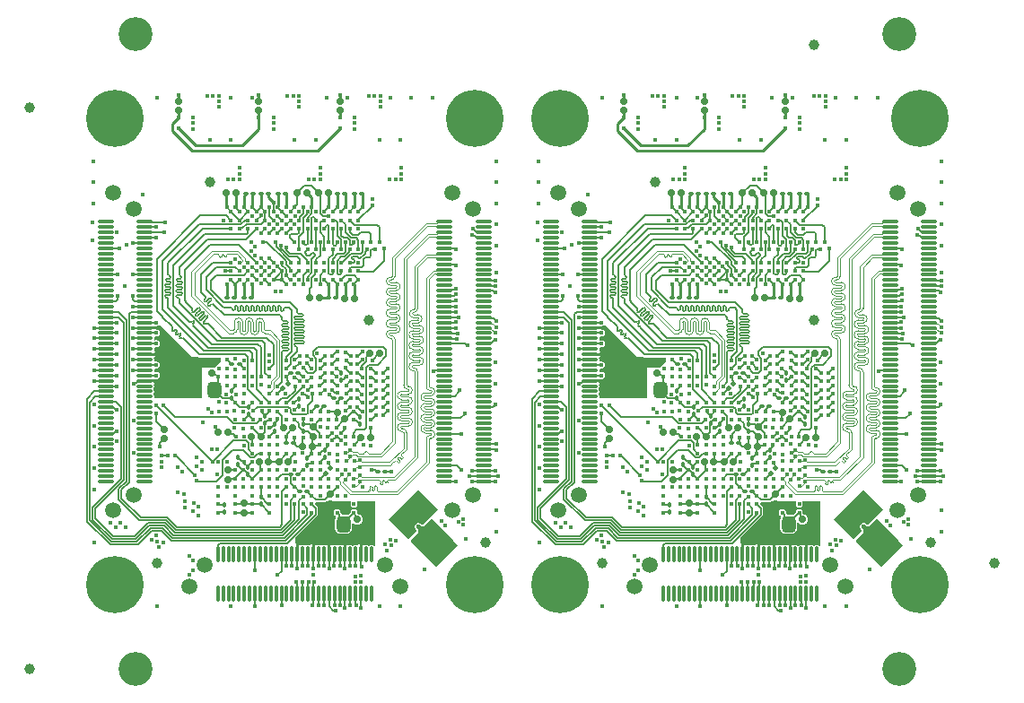
<source format=gbl>
G04*
G04 #@! TF.GenerationSoftware,Altium Limited,Altium Designer,22.4.2 (48)*
G04*
G04 Layer_Physical_Order=6*
G04 Layer_Color=16711680*
%FSAX24Y24*%
%MOIN*%
G70*
G04*
G04 #@! TF.SameCoordinates,804BE6BC-564E-48D7-BD21-CB3B51F5BFA5*
G04*
G04*
G04 #@! TF.FilePolarity,Positive*
G04*
G01*
G75*
%ADD10C,0.0394*%
%ADD11C,0.0039*%
%ADD13C,0.0050*%
G04:AMPARAMS|DCode=22|XSize=59.1mil|YSize=51.2mil|CornerRadius=12.8mil|HoleSize=0mil|Usage=FLASHONLY|Rotation=90.000|XOffset=0mil|YOffset=0mil|HoleType=Round|Shape=RoundedRectangle|*
%AMROUNDEDRECTD22*
21,1,0.0591,0.0256,0,0,90.0*
21,1,0.0335,0.0512,0,0,90.0*
1,1,0.0256,0.0128,0.0167*
1,1,0.0256,0.0128,-0.0167*
1,1,0.0256,-0.0128,-0.0167*
1,1,0.0256,-0.0128,0.0167*
%
%ADD22ROUNDEDRECTD22*%
G04:AMPARAMS|DCode=23|XSize=23.6mil|YSize=23.6mil|CornerRadius=5.9mil|HoleSize=0mil|Usage=FLASHONLY|Rotation=270.000|XOffset=0mil|YOffset=0mil|HoleType=Round|Shape=RoundedRectangle|*
%AMROUNDEDRECTD23*
21,1,0.0236,0.0118,0,0,270.0*
21,1,0.0118,0.0236,0,0,270.0*
1,1,0.0118,-0.0059,-0.0059*
1,1,0.0118,-0.0059,0.0059*
1,1,0.0118,0.0059,0.0059*
1,1,0.0118,0.0059,-0.0059*
%
%ADD23ROUNDEDRECTD23*%
G04:AMPARAMS|DCode=24|XSize=23.6mil|YSize=23.6mil|CornerRadius=5.9mil|HoleSize=0mil|Usage=FLASHONLY|Rotation=0.000|XOffset=0mil|YOffset=0mil|HoleType=Round|Shape=RoundedRectangle|*
%AMROUNDEDRECTD24*
21,1,0.0236,0.0118,0,0,0.0*
21,1,0.0118,0.0236,0,0,0.0*
1,1,0.0118,0.0059,-0.0059*
1,1,0.0118,-0.0059,-0.0059*
1,1,0.0118,-0.0059,0.0059*
1,1,0.0118,0.0059,0.0059*
%
%ADD24ROUNDEDRECTD24*%
G04:AMPARAMS|DCode=25|XSize=25.2mil|YSize=25.2mil|CornerRadius=6.3mil|HoleSize=0mil|Usage=FLASHONLY|Rotation=0.000|XOffset=0mil|YOffset=0mil|HoleType=Round|Shape=RoundedRectangle|*
%AMROUNDEDRECTD25*
21,1,0.0252,0.0126,0,0,0.0*
21,1,0.0126,0.0252,0,0,0.0*
1,1,0.0126,0.0063,-0.0063*
1,1,0.0126,-0.0063,-0.0063*
1,1,0.0126,-0.0063,0.0063*
1,1,0.0126,0.0063,0.0063*
%
%ADD25ROUNDEDRECTD25*%
G04:AMPARAMS|DCode=26|XSize=25.2mil|YSize=25.2mil|CornerRadius=6.3mil|HoleSize=0mil|Usage=FLASHONLY|Rotation=270.000|XOffset=0mil|YOffset=0mil|HoleType=Round|Shape=RoundedRectangle|*
%AMROUNDEDRECTD26*
21,1,0.0252,0.0126,0,0,270.0*
21,1,0.0126,0.0252,0,0,270.0*
1,1,0.0126,-0.0063,-0.0063*
1,1,0.0126,-0.0063,0.0063*
1,1,0.0126,0.0063,0.0063*
1,1,0.0126,0.0063,-0.0063*
%
%ADD26ROUNDEDRECTD26*%
G04:AMPARAMS|DCode=28|XSize=25.2mil|YSize=25.2mil|CornerRadius=6.3mil|HoleSize=0mil|Usage=FLASHONLY|Rotation=225.000|XOffset=0mil|YOffset=0mil|HoleType=Round|Shape=RoundedRectangle|*
%AMROUNDEDRECTD28*
21,1,0.0252,0.0126,0,0,225.0*
21,1,0.0126,0.0252,0,0,225.0*
1,1,0.0126,-0.0089,0.0000*
1,1,0.0126,0.0000,0.0089*
1,1,0.0126,0.0089,0.0000*
1,1,0.0126,0.0000,-0.0089*
%
%ADD28ROUNDEDRECTD28*%
G04:AMPARAMS|DCode=29|XSize=13.8mil|YSize=15.7mil|CornerRadius=3.4mil|HoleSize=0mil|Usage=FLASHONLY|Rotation=270.000|XOffset=0mil|YOffset=0mil|HoleType=Round|Shape=RoundedRectangle|*
%AMROUNDEDRECTD29*
21,1,0.0138,0.0089,0,0,270.0*
21,1,0.0069,0.0157,0,0,270.0*
1,1,0.0069,-0.0044,-0.0034*
1,1,0.0069,-0.0044,0.0034*
1,1,0.0069,0.0044,0.0034*
1,1,0.0069,0.0044,-0.0034*
%
%ADD29ROUNDEDRECTD29*%
G04:AMPARAMS|DCode=30|XSize=13.8mil|YSize=15.7mil|CornerRadius=3.4mil|HoleSize=0mil|Usage=FLASHONLY|Rotation=180.000|XOffset=0mil|YOffset=0mil|HoleType=Round|Shape=RoundedRectangle|*
%AMROUNDEDRECTD30*
21,1,0.0138,0.0089,0,0,180.0*
21,1,0.0069,0.0157,0,0,180.0*
1,1,0.0069,-0.0034,0.0044*
1,1,0.0069,0.0034,0.0044*
1,1,0.0069,0.0034,-0.0044*
1,1,0.0069,-0.0034,-0.0044*
%
%ADD30ROUNDEDRECTD30*%
G04:AMPARAMS|DCode=31|XSize=16.5mil|YSize=18.1mil|CornerRadius=4.1mil|HoleSize=0mil|Usage=FLASHONLY|Rotation=270.000|XOffset=0mil|YOffset=0mil|HoleType=Round|Shape=RoundedRectangle|*
%AMROUNDEDRECTD31*
21,1,0.0165,0.0098,0,0,270.0*
21,1,0.0083,0.0181,0,0,270.0*
1,1,0.0083,-0.0049,-0.0041*
1,1,0.0083,-0.0049,0.0041*
1,1,0.0083,0.0049,0.0041*
1,1,0.0083,0.0049,-0.0041*
%
%ADD31ROUNDEDRECTD31*%
%ADD33C,0.0157*%
%ADD41C,0.0100*%
%ADD44C,0.0075*%
%ADD45C,0.1260*%
%ADD46C,0.2126*%
%ADD47C,0.0591*%
%ADD48C,0.0160*%
G04:AMPARAMS|DCode=51|XSize=110.2mil|YSize=65mil|CornerRadius=8.1mil|HoleSize=0mil|Usage=FLASHONLY|Rotation=45.000|XOffset=0mil|YOffset=0mil|HoleType=Round|Shape=RoundedRectangle|*
%AMROUNDEDRECTD51*
21,1,0.1102,0.0487,0,0,45.0*
21,1,0.0940,0.0650,0,0,45.0*
1,1,0.0162,0.0505,0.0160*
1,1,0.0162,-0.0160,-0.0505*
1,1,0.0162,-0.0505,-0.0160*
1,1,0.0162,0.0160,0.0505*
%
%ADD51ROUNDEDRECTD51*%
G04:AMPARAMS|DCode=52|XSize=16.5mil|YSize=18.1mil|CornerRadius=4.1mil|HoleSize=0mil|Usage=FLASHONLY|Rotation=180.000|XOffset=0mil|YOffset=0mil|HoleType=Round|Shape=RoundedRectangle|*
%AMROUNDEDRECTD52*
21,1,0.0165,0.0098,0,0,180.0*
21,1,0.0083,0.0181,0,0,180.0*
1,1,0.0083,-0.0041,0.0049*
1,1,0.0083,0.0041,0.0049*
1,1,0.0083,0.0041,-0.0049*
1,1,0.0083,-0.0041,-0.0049*
%
%ADD52ROUNDEDRECTD52*%
G04:AMPARAMS|DCode=53|XSize=16.5mil|YSize=18.1mil|CornerRadius=4.1mil|HoleSize=0mil|Usage=FLASHONLY|Rotation=135.000|XOffset=0mil|YOffset=0mil|HoleType=Round|Shape=RoundedRectangle|*
%AMROUNDEDRECTD53*
21,1,0.0165,0.0098,0,0,135.0*
21,1,0.0083,0.0181,0,0,135.0*
1,1,0.0083,0.0006,0.0064*
1,1,0.0083,0.0064,0.0006*
1,1,0.0083,-0.0006,-0.0064*
1,1,0.0083,-0.0064,-0.0006*
%
%ADD53ROUNDEDRECTD53*%
G04:AMPARAMS|DCode=54|XSize=11.8mil|YSize=59.1mil|CornerRadius=3mil|HoleSize=0mil|Usage=FLASHONLY|Rotation=0.000|XOffset=0mil|YOffset=0mil|HoleType=Round|Shape=RoundedRectangle|*
%AMROUNDEDRECTD54*
21,1,0.0118,0.0531,0,0,0.0*
21,1,0.0059,0.0591,0,0,0.0*
1,1,0.0059,0.0030,-0.0266*
1,1,0.0059,-0.0030,-0.0266*
1,1,0.0059,-0.0030,0.0266*
1,1,0.0059,0.0030,0.0266*
%
%ADD54ROUNDEDRECTD54*%
G04:AMPARAMS|DCode=55|XSize=11.8mil|YSize=59.1mil|CornerRadius=3mil|HoleSize=0mil|Usage=FLASHONLY|Rotation=270.000|XOffset=0mil|YOffset=0mil|HoleType=Round|Shape=RoundedRectangle|*
%AMROUNDEDRECTD55*
21,1,0.0118,0.0531,0,0,270.0*
21,1,0.0059,0.0591,0,0,270.0*
1,1,0.0059,-0.0266,-0.0030*
1,1,0.0059,-0.0266,0.0030*
1,1,0.0059,0.0266,0.0030*
1,1,0.0059,0.0266,-0.0030*
%
%ADD55ROUNDEDRECTD55*%
%ADD56C,0.0079*%
%ADD57C,0.0080*%
G36*
X024518Y013573D02*
X024766D01*
X024813Y013563D01*
X025600D01*
Y013425D01*
X025374Y013199D01*
X024892D01*
Y012051D01*
X024882Y012047D01*
X023147D01*
X023122Y012077D01*
Y012136D01*
X023116Y012167D01*
X023116Y012168D01*
X023103Y012205D01*
X023116Y012242D01*
X023116Y012243D01*
X023122Y012274D01*
Y012333D01*
X023116Y012364D01*
X023116Y012364D01*
X023103Y012402D01*
X023116Y012439D01*
X023116Y012439D01*
X023122Y012470D01*
Y012530D01*
X023116Y012561D01*
X023116Y012562D01*
X023135Y012574D01*
X023163Y012617D01*
X023169Y012647D01*
X022776D01*
Y012747D01*
X023197D01*
X023217Y012764D01*
X023235D01*
X023282Y012783D01*
X023319Y012820D01*
X023339Y012868D01*
Y012920D01*
X023319Y012967D01*
X023282Y013004D01*
X023235Y013024D01*
X023183D01*
X023162Y013015D01*
X023121Y013052D01*
X023122Y013061D01*
Y013120D01*
X023121Y013129D01*
X023162Y013166D01*
X023183Y013157D01*
X023235D01*
X023282Y013177D01*
X023319Y013214D01*
X023339Y013262D01*
Y013313D01*
X023319Y013361D01*
X023282Y013398D01*
X023235Y013417D01*
X023183D01*
X023162Y013409D01*
X023121Y013446D01*
X023122Y013455D01*
Y013514D01*
X023116Y013545D01*
X023116Y013546D01*
X023135Y013558D01*
X023163Y013601D01*
X023169Y013631D01*
X022776D01*
Y013731D01*
X023169D01*
X023163Y013761D01*
X023135Y013804D01*
X023116Y013816D01*
X023116Y013817D01*
X023122Y013848D01*
Y013907D01*
X023121Y013916D01*
X023162Y013954D01*
X023183Y013945D01*
X023235D01*
X023282Y013965D01*
X023319Y014001D01*
X023339Y014049D01*
Y014101D01*
X023319Y014148D01*
X023282Y014185D01*
X023235Y014205D01*
X023183D01*
X023162Y014196D01*
X023121Y014233D01*
X023122Y014242D01*
Y014301D01*
X023121Y014310D01*
X023162Y014347D01*
X023183Y014339D01*
X023235D01*
X023282Y014358D01*
X023319Y014395D01*
X023339Y014443D01*
Y014494D01*
X023319Y014542D01*
X023282Y014579D01*
X023235Y014598D01*
X023217D01*
X023197Y014615D01*
X022776D01*
Y014715D01*
X023197D01*
X023217Y014732D01*
X023235D01*
X023239Y014734D01*
X023356D01*
X024518Y013573D01*
D02*
G37*
G36*
X007982D02*
X008231D01*
X008278Y013563D01*
X009065D01*
Y013425D01*
X008839Y013199D01*
X008356D01*
Y012051D01*
X008346Y012047D01*
X006611D01*
X006587Y012077D01*
Y012136D01*
X006581Y012167D01*
X006580Y012168D01*
X006567Y012205D01*
X006580Y012242D01*
X006581Y012243D01*
X006587Y012274D01*
Y012333D01*
X006581Y012364D01*
X006580Y012364D01*
X006567Y012402D01*
X006580Y012439D01*
X006581Y012439D01*
X006587Y012470D01*
Y012530D01*
X006581Y012561D01*
X006581Y012562D01*
X006599Y012574D01*
X006628Y012617D01*
X006634Y012647D01*
X006240D01*
Y012747D01*
X006662D01*
X006682Y012764D01*
X006699D01*
X006747Y012783D01*
X006783Y012820D01*
X006803Y012868D01*
Y012920D01*
X006783Y012967D01*
X006747Y013004D01*
X006699Y013024D01*
X006647D01*
X006626Y013015D01*
X006585Y013052D01*
X006587Y013061D01*
Y013120D01*
X006585Y013129D01*
X006626Y013166D01*
X006647Y013157D01*
X006699D01*
X006747Y013177D01*
X006783Y013214D01*
X006803Y013262D01*
Y013313D01*
X006783Y013361D01*
X006747Y013398D01*
X006699Y013417D01*
X006647D01*
X006626Y013409D01*
X006585Y013446D01*
X006587Y013455D01*
Y013514D01*
X006581Y013545D01*
X006581Y013546D01*
X006599Y013558D01*
X006628Y013601D01*
X006634Y013631D01*
X006240D01*
Y013731D01*
X006634D01*
X006628Y013761D01*
X006599Y013804D01*
X006581Y013816D01*
X006581Y013817D01*
X006587Y013848D01*
Y013907D01*
X006585Y013916D01*
X006626Y013954D01*
X006647Y013945D01*
X006699D01*
X006747Y013965D01*
X006783Y014001D01*
X006803Y014049D01*
Y014101D01*
X006783Y014148D01*
X006747Y014185D01*
X006699Y014205D01*
X006647D01*
X006626Y014196D01*
X006585Y014233D01*
X006587Y014242D01*
Y014301D01*
X006585Y014310D01*
X006626Y014347D01*
X006647Y014339D01*
X006699D01*
X006747Y014358D01*
X006783Y014395D01*
X006803Y014443D01*
Y014494D01*
X006783Y014542D01*
X006747Y014579D01*
X006699Y014598D01*
X006682D01*
X006662Y014615D01*
X006240D01*
Y014715D01*
X006662D01*
X006682Y014732D01*
X006699D01*
X006704Y014734D01*
X006821D01*
X007982Y013573D01*
D02*
G37*
G36*
X031348Y006557D02*
X031298Y006547D01*
X031288Y006563D01*
X031261Y006581D01*
X031230Y006587D01*
X031171D01*
X031140Y006581D01*
X031114Y006563D01*
X031091D01*
X031065Y006581D01*
X031033Y006587D01*
X030974D01*
X030943Y006581D01*
X030942Y006581D01*
X030930Y006599D01*
X030887Y006628D01*
X030857Y006634D01*
Y006240D01*
X030757D01*
Y006634D01*
X030727Y006628D01*
X030684Y006599D01*
X030672Y006581D01*
X030671Y006581D01*
X030640Y006587D01*
X030581D01*
X030550Y006581D01*
X030523Y006563D01*
X030500D01*
X030474Y006581D01*
X030443Y006587D01*
X030384D01*
X030353Y006581D01*
X030352Y006581D01*
X030339Y006599D01*
X030297Y006628D01*
X030267Y006634D01*
Y006240D01*
X030167D01*
Y006634D01*
X030136Y006628D01*
X030094Y006599D01*
X030081Y006581D01*
X030080Y006581D01*
X030049Y006587D01*
X029990D01*
X029959Y006581D01*
X029958Y006580D01*
X029921Y006567D01*
X029884Y006580D01*
X029883Y006581D01*
X029852Y006587D01*
X029793D01*
X029762Y006581D01*
X029761Y006581D01*
X029749Y006599D01*
X029706Y006628D01*
X029676Y006634D01*
Y006240D01*
X029576D01*
Y006634D01*
X029546Y006628D01*
X029503Y006599D01*
X029491Y006581D01*
X029490Y006581D01*
X029459Y006587D01*
X029400D01*
X029369Y006581D01*
X029368Y006580D01*
X029331Y006567D01*
X029294Y006580D01*
X029293Y006581D01*
X029262Y006587D01*
X029203D01*
X029172Y006581D01*
X029171Y006581D01*
X029158Y006599D01*
X029116Y006628D01*
X029085Y006634D01*
Y006240D01*
X028985D01*
Y006634D01*
X028955Y006628D01*
X028913Y006599D01*
X028900Y006581D01*
X028899Y006581D01*
X028868Y006587D01*
X028809D01*
X028778Y006581D01*
X028777Y006580D01*
X028740Y006567D01*
X028703Y006580D01*
X028702Y006581D01*
X028671Y006587D01*
X028612D01*
X028581Y006581D01*
X028580Y006581D01*
X028568Y006599D01*
X028525Y006628D01*
X028495Y006634D01*
Y006240D01*
X028395D01*
Y006654D01*
X028376Y006670D01*
Y006868D01*
X029185Y007677D01*
X029202Y007702D01*
X029208Y007731D01*
Y007955D01*
X029202Y007985D01*
X029185Y008009D01*
X029106Y008088D01*
Y008136D01*
X029101Y008149D01*
X029123Y008181D01*
X029137Y008194D01*
X029457D01*
X029486Y008200D01*
X029511Y008216D01*
X029523Y008228D01*
X030415D01*
X030429Y008204D01*
X030439Y008178D01*
X030421Y008136D01*
Y008084D01*
X030441Y008037D01*
X030478Y008000D01*
X030525Y007980D01*
X030577D01*
X030625Y008000D01*
X030661Y008037D01*
X030681Y008084D01*
Y008136D01*
X030664Y008178D01*
X030673Y008204D01*
X030688Y008228D01*
X031348D01*
Y006557D01*
D02*
G37*
G36*
X014813D02*
X014763Y006547D01*
X014752Y006563D01*
X014726Y006581D01*
X014695Y006587D01*
X014636D01*
X014605Y006581D01*
X014578Y006563D01*
X014555D01*
X014529Y006581D01*
X014498Y006587D01*
X014439D01*
X014408Y006581D01*
X014407Y006581D01*
X014395Y006599D01*
X014352Y006628D01*
X014322Y006634D01*
Y006240D01*
X014222D01*
Y006634D01*
X014192Y006628D01*
X014149Y006599D01*
X014137Y006581D01*
X014135Y006581D01*
X014104Y006587D01*
X014045D01*
X014014Y006581D01*
X013988Y006563D01*
X013965D01*
X013939Y006581D01*
X013907Y006587D01*
X013848D01*
X013817Y006581D01*
X013816Y006581D01*
X013804Y006599D01*
X013761Y006628D01*
X013731Y006634D01*
Y006240D01*
X013631D01*
Y006634D01*
X013601Y006628D01*
X013558Y006599D01*
X013546Y006581D01*
X013545Y006581D01*
X013514Y006587D01*
X013455D01*
X013424Y006581D01*
X013423Y006580D01*
X013386Y006567D01*
X013349Y006580D01*
X013348Y006581D01*
X013317Y006587D01*
X013258D01*
X013227Y006581D01*
X013226Y006581D01*
X013213Y006599D01*
X013171Y006628D01*
X013141Y006634D01*
Y006240D01*
X013041D01*
Y006634D01*
X013010Y006628D01*
X012968Y006599D01*
X012955Y006581D01*
X012954Y006581D01*
X012923Y006587D01*
X012864D01*
X012833Y006581D01*
X012832Y006580D01*
X012795Y006567D01*
X012758Y006580D01*
X012757Y006581D01*
X012726Y006587D01*
X012667D01*
X012636Y006581D01*
X012635Y006581D01*
X012623Y006599D01*
X012580Y006628D01*
X012550Y006634D01*
Y006240D01*
X012450D01*
Y006634D01*
X012420Y006628D01*
X012377Y006599D01*
X012365Y006581D01*
X012364Y006581D01*
X012333Y006587D01*
X012274D01*
X012243Y006581D01*
X012242Y006580D01*
X012205Y006567D01*
X012168Y006580D01*
X012167Y006581D01*
X012136Y006587D01*
X012077D01*
X012046Y006581D01*
X012045Y006581D01*
X012032Y006599D01*
X011990Y006628D01*
X011959Y006634D01*
Y006240D01*
X011859D01*
Y006654D01*
X011841Y006670D01*
Y006868D01*
X012650Y007677D01*
X012667Y007702D01*
X012672Y007731D01*
Y007955D01*
X012667Y007985D01*
X012650Y008009D01*
X012571Y008088D01*
Y008136D01*
X012566Y008149D01*
X012588Y008181D01*
X012601Y008194D01*
X012922D01*
X012951Y008200D01*
X012976Y008216D01*
X012988Y008228D01*
X013879D01*
X013894Y008204D01*
X013903Y008178D01*
X013886Y008136D01*
Y008084D01*
X013906Y008037D01*
X013942Y008000D01*
X013990Y007980D01*
X014042D01*
X014089Y008000D01*
X014126Y008037D01*
X014146Y008084D01*
Y008136D01*
X014128Y008178D01*
X014138Y008204D01*
X014152Y008228D01*
X014813D01*
Y006557D01*
D02*
G37*
G36*
X033681Y007904D02*
X033112Y007335D01*
X033053Y007347D01*
X033053Y007347D01*
X033017Y007384D01*
X032969Y007404D01*
X032917D01*
X032869Y007384D01*
X032833Y007347D01*
X032813Y007299D01*
Y007248D01*
X032833Y007200D01*
X032869Y007163D01*
X032870Y007163D01*
X032882Y007104D01*
X032579Y006801D01*
X031842Y007537D01*
X032945Y008640D01*
X033681Y007904D01*
D02*
G37*
G36*
X017146D02*
X016577Y007335D01*
X016518Y007347D01*
X016518Y007347D01*
X016481Y007384D01*
X016433Y007404D01*
X016382D01*
X016334Y007384D01*
X016297Y007347D01*
X016277Y007299D01*
Y007248D01*
X016297Y007200D01*
X016334Y007163D01*
X016335Y007163D01*
X016346Y007104D01*
X016043Y006801D01*
X015307Y007537D01*
X016409Y008640D01*
X017146Y007904D01*
D02*
G37*
G36*
X034231Y006763D02*
X034400Y006594D01*
X033593Y005787D01*
X032652Y006728D01*
X032652Y006798D01*
X032920Y007066D01*
X032922Y007071D01*
X032927Y007074D01*
X032930Y007090D01*
X032936Y007104D01*
X032934Y007109D01*
X032935Y007115D01*
X032923Y007174D01*
X032920Y007178D01*
X032920Y007184D01*
X032911Y007192D01*
X032908Y007202D01*
X032879Y007231D01*
X032867Y007259D01*
Y007289D01*
X032879Y007317D01*
X032900Y007338D01*
X032928Y007350D01*
X032958D01*
X032986Y007338D01*
X033015Y007309D01*
X033024Y007305D01*
X033033Y007297D01*
X033038Y007297D01*
X033043Y007293D01*
X033102Y007282D01*
X033107Y007283D01*
X033112Y007281D01*
X033127Y007287D01*
X033142Y007290D01*
X033146Y007294D01*
X033151Y007297D01*
X033424Y007570D01*
X034231Y006763D01*
D02*
G37*
G36*
X017696D02*
X017864Y006594D01*
X017057Y005787D01*
X016117Y006728D01*
X016117Y006798D01*
X016385Y007066D01*
X016387Y007071D01*
X016391Y007074D01*
X016394Y007090D01*
X016400Y007104D01*
X016398Y007109D01*
X016399Y007115D01*
X016388Y007174D01*
X016385Y007178D01*
X016385Y007184D01*
X016376Y007192D01*
X016372Y007202D01*
X016343Y007231D01*
X016332Y007259D01*
Y007289D01*
X016343Y007317D01*
X016365Y007338D01*
X016392Y007350D01*
X016423D01*
X016450Y007338D01*
X016479Y007309D01*
X016489Y007305D01*
X016497Y007297D01*
X016503Y007297D01*
X016507Y007293D01*
X016566Y007282D01*
X016572Y007283D01*
X016577Y007281D01*
X016592Y007287D01*
X016607Y007290D01*
X016610Y007294D01*
X016615Y007297D01*
X016889Y007570D01*
X017696Y006763D01*
D02*
G37*
%LPC*%
G36*
X029947Y007925D02*
X029895D01*
X029848Y007905D01*
X029811Y007869D01*
X029791Y007821D01*
Y007769D01*
X029811Y007722D01*
X029848Y007685D01*
X029857Y007681D01*
X029876Y007619D01*
X029862Y007599D01*
X029848Y007530D01*
Y007195D01*
X029862Y007125D01*
X029901Y007067D01*
X029960Y007027D01*
X030030Y007013D01*
X030285D01*
X030355Y007027D01*
X030414Y007067D01*
X030453Y007125D01*
X030467Y007195D01*
Y007401D01*
X030517Y007416D01*
X030531Y007395D01*
X030568Y007370D01*
X030612Y007361D01*
X030738D01*
X030782Y007370D01*
X030820Y007395D01*
X030845Y007432D01*
X030853Y007476D01*
Y007602D01*
X030845Y007646D01*
X030820Y007684D01*
X030782Y007709D01*
X030738Y007718D01*
X030704D01*
X030700Y007736D01*
X030681Y007766D01*
X030680Y007766D01*
X030681Y007769D01*
Y007821D01*
X030661Y007869D01*
X030625Y007905D01*
X030577Y007925D01*
X030525D01*
X030478Y007905D01*
X030441Y007869D01*
X030421Y007821D01*
Y007795D01*
X030329Y007702D01*
X030285Y007711D01*
X030102D01*
X030097Y007740D01*
X030077Y007770D01*
X030051Y007795D01*
Y007821D01*
X030031Y007869D01*
X029995Y007905D01*
X029947Y007925D01*
D02*
G37*
G36*
X013412D02*
X013360D01*
X013312Y007905D01*
X013276Y007869D01*
X013256Y007821D01*
Y007769D01*
X013276Y007722D01*
X013312Y007685D01*
X013321Y007681D01*
X013340Y007619D01*
X013326Y007599D01*
X013313Y007530D01*
Y007195D01*
X013326Y007125D01*
X013366Y007067D01*
X013425Y007027D01*
X013494Y007013D01*
X013750D01*
X013819Y007027D01*
X013878Y007067D01*
X013918Y007125D01*
X013931Y007195D01*
Y007401D01*
X013981Y007416D01*
X013995Y007395D01*
X014033Y007370D01*
X014077Y007361D01*
X014203D01*
X014247Y007370D01*
X014284Y007395D01*
X014309Y007432D01*
X014318Y007476D01*
Y007602D01*
X014309Y007646D01*
X014284Y007684D01*
X014247Y007709D01*
X014203Y007718D01*
X014169D01*
X014165Y007736D01*
X014145Y007766D01*
X014145Y007766D01*
X014146Y007769D01*
Y007821D01*
X014126Y007869D01*
X014089Y007905D01*
X014042Y007925D01*
X013990D01*
X013942Y007905D01*
X013906Y007869D01*
X013886Y007821D01*
Y007795D01*
X013793Y007702D01*
X013750Y007711D01*
X013567D01*
X013561Y007740D01*
X013541Y007770D01*
X013516Y007795D01*
Y007821D01*
X013496Y007869D01*
X013459Y007905D01*
X013412Y007925D01*
D02*
G37*
%LPD*%
D10*
X037795Y005906D02*
D03*
X001969Y022835D02*
D03*
X001969Y001969D02*
D03*
X031102Y025197D02*
D03*
X018898Y006693D02*
D03*
X006693Y005906D02*
D03*
X014567Y014961D02*
D03*
X008661Y020079D02*
D03*
X035433Y006693D02*
D03*
X023228Y005906D02*
D03*
X031102Y014961D02*
D03*
X025197Y020079D02*
D03*
D11*
X010561Y014616D02*
G03*
X010713Y014463I000153J000000D01*
G01*
X010561Y014871D02*
G03*
X010472Y014871I-000045J000000D01*
G01*
X010166Y014558D02*
G03*
X010472Y014558I000153J000000D01*
G01*
X010166Y014878D02*
G03*
X010077Y014878I-000045J000000D01*
G01*
X009772Y014558D02*
G03*
X010077Y014558I000153J000000D01*
G01*
X009772Y014878D02*
G03*
X009683Y014878I-000045J000000D01*
G01*
X009530Y014463D02*
G03*
X009683Y014616I000000J000153D01*
G01*
X010669D02*
G03*
X010713Y014571I000045J000000D01*
G01*
X010669Y014871D02*
G03*
X010364Y014871I-000153J000000D01*
G01*
X010274Y014558D02*
G03*
X010364Y014558I000045J000000D01*
G01*
X010274Y014878D02*
G03*
X009969Y014878I-000153J000000D01*
G01*
X009880Y014558D02*
G03*
X009969Y014558I000045J000000D01*
G01*
X009880Y014878D02*
G03*
X009575Y014878I-000153J000000D01*
G01*
X009530Y014571D02*
G03*
X009575Y014616I000000J000045D01*
G01*
X009317Y017405D02*
G03*
X009273Y017361I000000J-000045D01*
G01*
X009183Y017323D02*
G03*
X009273Y017323I000045J000000D01*
G01*
X009183Y017352D02*
G03*
X009094Y017352I-000045J000000D01*
G01*
X009004Y017319D02*
G03*
X009094Y017319I000045J000000D01*
G01*
X009004Y017361D02*
G03*
X008960Y017405I-000045J000000D01*
G01*
X014552Y008586D02*
G03*
X014596Y008631I000000J000045D01*
G01*
X014686Y008747D02*
G03*
X014596Y008747I-000045J000000D01*
G01*
X014686Y008639D02*
G03*
X014775Y008639I000045J000000D01*
G01*
X014865Y008756D02*
G03*
X014775Y008756I-000045J000000D01*
G01*
X014865Y008631D02*
G03*
X014909Y008586I000045J000000D01*
G01*
X016802Y012487D02*
G03*
X016846Y012443I000045J000000D01*
G01*
X016864Y012138D02*
G03*
X016864Y012443I000000J000153D01*
G01*
X016651Y012138D02*
G03*
X016651Y012048I000000J-000045D01*
G01*
X016864Y011743D02*
G03*
X016864Y012048I000000J000153D01*
G01*
X016651Y011743D02*
G03*
X016651Y011654I000000J-000045D01*
G01*
X016864Y011349D02*
G03*
X016864Y011654I000000J000153D01*
G01*
X016651Y011349D02*
G03*
X016651Y011259I000000J-000045D01*
G01*
X016864Y010954D02*
G03*
X016864Y011259I000000J000153D01*
G01*
X016651Y010954D02*
G03*
X016651Y010865I000000J-000045D01*
G01*
X016864Y010560D02*
G03*
X016864Y010865I000000J000153D01*
G01*
X016846Y010560D02*
G03*
X016802Y010515I000000J-000045D01*
G01*
X016694Y012487D02*
G03*
X016846Y012335I000153J000000D01*
G01*
X016864Y012246D02*
G03*
X016864Y012335I000000J000045D01*
G01*
X016651Y012246D02*
G03*
X016651Y011940I000000J-000153D01*
G01*
X016864Y011851D02*
G03*
X016864Y011940I000000J000045D01*
G01*
X016651Y011851D02*
G03*
X016651Y011546I000000J-000153D01*
G01*
X016864Y011457D02*
G03*
X016864Y011546I000000J000045D01*
G01*
X016651Y011457D02*
G03*
X016651Y011151I000000J-000153D01*
G01*
X016864Y011062D02*
G03*
X016864Y011151I000000J000045D01*
G01*
X016651Y011062D02*
G03*
X016651Y010757I000000J-000153D01*
G01*
X016864Y010668D02*
G03*
X016864Y010757I000000J000045D01*
G01*
X016846Y010668D02*
G03*
X016694Y010515I000000J-000153D01*
G01*
X015303Y009011D02*
G03*
X015258Y008966I000000J-000045D01*
G01*
X015169Y008933D02*
G03*
X015258Y008933I000045J000000D01*
G01*
X015169Y008958D02*
G03*
X015079Y008958I-000045J000000D01*
G01*
X014990Y008864D02*
G03*
X015079Y008864I000045J000000D01*
G01*
X014990Y008966D02*
G03*
X014945Y009011I-000045J000000D01*
G01*
X016229Y015241D02*
G03*
X016381Y015394I000000J000153D01*
G01*
X016229Y015241D02*
G03*
X016229Y015152I000000J-000045D01*
G01*
X016384Y014847D02*
G03*
X016384Y015152I000000J000153D01*
G01*
X016210Y014847D02*
G03*
X016210Y014757I000000J-000045D01*
G01*
X016443Y014452D02*
G03*
X016443Y014757I000000J000153D01*
G01*
X016210Y014452D02*
G03*
X016210Y014363I000000J-000045D01*
G01*
X016443Y014058D02*
G03*
X016443Y014363I000000J000153D01*
G01*
X016210Y014058D02*
G03*
X016210Y013968I000000J-000045D01*
G01*
X016443Y013663D02*
G03*
X016443Y013968I000000J000153D01*
G01*
X016210Y013663D02*
G03*
X016210Y013574I000000J-000045D01*
G01*
X016443Y013269D02*
G03*
X016443Y013574I000000J000153D01*
G01*
X016210Y013269D02*
G03*
X016210Y013180I000000J-000045D01*
G01*
X016381Y013027D02*
G03*
X016229Y013180I-000153J000000D01*
G01*
Y015349D02*
G03*
X016273Y015394I000000J000045D01*
G01*
X016229Y015349D02*
G03*
X016229Y015044I000000J-000153D01*
G01*
X016384Y014955D02*
G03*
X016384Y015044I000000J000045D01*
G01*
X016210Y014955D02*
G03*
X016210Y014650I000000J-000153D01*
G01*
X016443Y014560D02*
G03*
X016443Y014650I000000J000045D01*
G01*
X016210Y014560D02*
G03*
X016210Y014255I000000J-000153D01*
G01*
X016443Y014166D02*
G03*
X016443Y014255I000000J000045D01*
G01*
X016210Y014166D02*
G03*
X016210Y013861I000000J-000153D01*
G01*
X016443Y013771D02*
G03*
X016443Y013861I000000J000045D01*
G01*
X016210Y013771D02*
G03*
X016210Y013466I000000J-000153D01*
G01*
X016443Y013377D02*
G03*
X016443Y013466I000000J000045D01*
G01*
X016210Y013377D02*
G03*
X016210Y013072I000000J-000153D01*
G01*
X016273Y013027D02*
G03*
X016229Y013072I-000045J000000D01*
G01*
X015853Y010769D02*
G03*
X015808Y010814I-000045J000000D01*
G01*
X015780Y011119D02*
G03*
X015780Y010814I000000J-000153D01*
G01*
X016027Y011119D02*
G03*
X016027Y011208I000000J000045D01*
G01*
X015780Y011514D02*
G03*
X015780Y011208I000000J-000153D01*
G01*
X016027Y011514D02*
G03*
X016027Y011603I000000J000045D01*
G01*
X015780Y011908D02*
G03*
X015780Y011603I000000J-000153D01*
G01*
X016027Y011908D02*
G03*
X016027Y011997I000000J000045D01*
G01*
X015780Y012303D02*
G03*
X015780Y011997I000000J-000153D01*
G01*
X016027Y012303D02*
G03*
X016027Y012392I000000J000045D01*
G01*
X015853Y012544D02*
G03*
X016006Y012392I000153J000000D01*
G01*
X015961Y010769D02*
G03*
X015808Y010922I-000153J000000D01*
G01*
X015780Y011011D02*
G03*
X015780Y010922I000000J-000045D01*
G01*
X016027Y011011D02*
G03*
X016027Y011316I000000J000153D01*
G01*
X015780Y011406D02*
G03*
X015780Y011316I000000J-000045D01*
G01*
X016027Y011406D02*
G03*
X016027Y011711I000000J000153D01*
G01*
X015780Y011800D02*
G03*
X015780Y011711I000000J-000045D01*
G01*
X016027Y011800D02*
G03*
X016027Y012105I000000J000153D01*
G01*
X015780Y012195D02*
G03*
X015780Y012105I000000J-000045D01*
G01*
X016027Y012195D02*
G03*
X016027Y012500I000000J000153D01*
G01*
X015961Y012544D02*
G03*
X016006Y012500I000045J000000D01*
G01*
X015779Y009967D02*
G03*
X015779Y009904I000032J-000032D01*
G01*
X015830Y009789D02*
G03*
X015830Y009852I-000032J000032D01*
G01*
X015767Y009789D02*
G03*
X015830Y009789I000032J000032D01*
G01*
X015721Y009835D02*
G03*
X015658Y009835I-000032J-000032D01*
G01*
X015658Y009835D02*
G03*
X015658Y009771I000032J-000032D01*
G01*
X015716Y009650D02*
G03*
X015716Y009713I-000032J000032D01*
G01*
X015653Y009650D02*
G03*
X015716Y009650I000032J000032D01*
G01*
X015589Y009714D02*
G03*
X015526Y009714I-000032J-000032D01*
G01*
X015385Y016442D02*
G03*
X015538Y016595I000000J000153D01*
G01*
X015366Y016442D02*
G03*
X015366Y016353I000000J-000045D01*
G01*
X015574Y016048D02*
G03*
X015574Y016353I000000J000153D01*
G01*
X015366Y016048D02*
G03*
X015366Y015958I000000J-000045D01*
G01*
X015574Y015653D02*
G03*
X015574Y015958I000000J000153D01*
G01*
X015366Y015653D02*
G03*
X015366Y015564I000000J-000045D01*
G01*
X015574Y015259D02*
G03*
X015574Y015564I000000J000153D01*
G01*
X015366Y015259D02*
G03*
X015366Y015169I000000J-000045D01*
G01*
X015574Y014864D02*
G03*
X015574Y015169I000000J000153D01*
G01*
X015366Y014864D02*
G03*
X015366Y014775I000000J-000045D01*
G01*
X015574Y014470D02*
G03*
X015574Y014775I000000J000153D01*
G01*
X015366Y014470D02*
G03*
X015366Y014380I000000J-000045D01*
G01*
X015538Y014228D02*
G03*
X015385Y014380I-000153J000000D01*
G01*
Y016550D02*
G03*
X015430Y016595I000000J000045D01*
G01*
X015366Y016550D02*
G03*
X015366Y016245I000000J-000153D01*
G01*
X015574Y016156D02*
G03*
X015574Y016245I000000J000045D01*
G01*
X015366Y016156D02*
G03*
X015366Y015850I000000J-000153D01*
G01*
X015574Y015761D02*
G03*
X015574Y015850I000000J000045D01*
G01*
X015366Y015761D02*
G03*
X015366Y015456I000000J-000153D01*
G01*
X015574Y015367D02*
G03*
X015574Y015456I000000J000045D01*
G01*
X015366Y015367D02*
G03*
X015366Y015061I000000J-000153D01*
G01*
X015574Y014972D02*
G03*
X015574Y015061I000000J000045D01*
G01*
X015366Y014972D02*
G03*
X015366Y014667I000000J-000153D01*
G01*
X015574Y014578D02*
G03*
X015574Y014667I000000J000045D01*
G01*
X015366Y014578D02*
G03*
X015366Y014273I000000J-000153D01*
G01*
X015430Y014228D02*
G03*
X015385Y014273I-000045J000000D01*
G01*
X014510Y010041D02*
G03*
X014554Y009996I000045J000000D01*
G01*
X014510Y010041D02*
G03*
X014420Y010041I-000045J000000D01*
G01*
X014376Y009996D02*
G03*
X014420Y010041I000000J000045D01*
G01*
X018839Y014665D02*
X019080D01*
X019152Y014829D02*
X019283Y014698D01*
X018872Y014829D02*
X019152D01*
X018839Y014862D02*
X018872Y014829D01*
X019257Y014488D02*
X019282D01*
X019080Y014665D02*
X019257Y014488D01*
X010926Y014385D02*
X011125Y014186D01*
X010848Y014463D02*
X010926Y014385D01*
X010713Y014463D02*
X010848D01*
X010561Y014616D02*
Y014871D01*
X010472Y014558D02*
Y014871D01*
X010166Y014558D02*
Y014878D01*
X010077Y014558D02*
Y014878D01*
X009772Y014558D02*
Y014878D01*
X009683Y014616D02*
Y014878D01*
X009456Y014463D02*
X009530D01*
X010893Y014571D02*
X010963Y014501D01*
X010713Y014571D02*
X010893D01*
X010669Y014616D02*
Y014871D01*
X010364Y014558D02*
Y014871D01*
X010274Y014558D02*
Y014878D01*
X009969Y014558D02*
Y014878D01*
X009880Y014558D02*
Y014878D01*
X009575Y014616D02*
Y014878D01*
X009456Y014571D02*
X009530D01*
X009317Y017405D02*
X009429D01*
X009273Y017323D02*
Y017361D01*
X009183Y017323D02*
Y017352D01*
X009094Y017319D02*
Y017352D01*
X009004Y017319D02*
Y017361D01*
X008851Y017405D02*
X008960D01*
X009429D02*
X009655D01*
X008788D02*
X008851D01*
X009358Y014463D02*
X009456D01*
X010963Y014501D02*
X011233Y014231D01*
X009403Y014571D02*
X009456D01*
X014378Y008586D02*
X014552D01*
X014596Y008631D02*
Y008747D01*
X014686Y008639D02*
Y008747D01*
X014775Y008639D02*
Y008756D01*
X014865Y008631D02*
Y008756D01*
X014909Y008586D02*
X015018D01*
X015589D01*
X013919D02*
X014378D01*
X016802Y012487D02*
Y012824D01*
X016846Y012443D02*
X016864D01*
X016651Y012138D02*
X016864D01*
X016651Y012048D02*
X016864D01*
X016651Y011743D02*
X016864D01*
X016651Y011654D02*
X016864D01*
X016651Y011349D02*
X016864D01*
X016651Y011259D02*
X016864D01*
X016651Y010954D02*
X016864D01*
X016651Y010865D02*
X016864D01*
X016846Y010560D02*
X016864D01*
X016802Y010244D02*
Y010515D01*
X016694Y012487D02*
Y012824D01*
X016846Y012335D02*
X016864D01*
X016651Y012246D02*
X016864D01*
X016651Y011940D02*
X016864D01*
X016651Y011851D02*
X016864D01*
X016651Y011546D02*
X016864D01*
X016651Y011457D02*
X016864D01*
X016651Y011151D02*
X016864D01*
X016651Y011062D02*
X016864D01*
X016651Y010757D02*
X016864D01*
X016846Y010668D02*
X016864D01*
X016694Y010244D02*
Y010515D01*
X016802Y012824D02*
Y016482D01*
Y009646D02*
Y010244D01*
X016694Y012824D02*
Y016527D01*
Y009691D02*
Y010244D01*
X015303Y009011D02*
X015493D01*
X015258Y008933D02*
Y008966D01*
X015169Y008933D02*
Y008958D01*
X015079Y008864D02*
Y008958D01*
X014990Y008864D02*
Y008966D01*
X014836Y009011D02*
X014945D01*
X015493D02*
X015537D01*
X014304D02*
X014836D01*
X016381Y015394D02*
Y015935D01*
X016229Y015241D02*
X016229D01*
X016229Y015152D02*
X016384D01*
X016210Y014847D02*
X016384D01*
X016210Y014757D02*
X016443D01*
X016210Y014452D02*
X016443D01*
X016210Y014363D02*
X016443D01*
X016210Y014058D02*
X016443D01*
X016210Y013968D02*
X016443D01*
X016210Y013663D02*
X016443D01*
X016210Y013574D02*
X016443D01*
X016210Y013269D02*
X016443D01*
X016210Y013180D02*
X016229D01*
X016381Y012953D02*
Y013027D01*
X016273Y015394D02*
Y015935D01*
X016229Y015349D02*
X016229D01*
X016229Y015044D02*
X016384D01*
X016210Y014955D02*
X016384D01*
X016210Y014650D02*
X016443D01*
X016210Y014560D02*
X016443D01*
X016210Y014255D02*
X016443D01*
X016210Y014166D02*
X016443D01*
X016210Y013861D02*
X016443D01*
X016210Y013771D02*
X016443D01*
X016210Y013466D02*
X016443D01*
X016210Y013377D02*
X016443D01*
X016210Y013072D02*
X016229D01*
X016273Y012953D02*
Y013027D01*
X016381Y015935D02*
Y016905D01*
Y009855D02*
Y012953D01*
X016273Y015935D02*
Y016950D01*
Y009900D02*
Y012953D01*
X015853Y010433D02*
Y010769D01*
X015780Y010814D02*
X015808D01*
X015780Y011119D02*
X016027D01*
X015780Y011208D02*
X016027D01*
X015780Y011514D02*
X016027D01*
X015780Y011603D02*
X016027D01*
X015780Y011908D02*
X016027D01*
X015780Y011997D02*
X016027D01*
X015780Y012303D02*
X016027D01*
X016006Y012392D02*
X016027D01*
X015853Y012544D02*
Y012618D01*
X015961Y010433D02*
Y010769D01*
X015780Y010922D02*
X015808D01*
X015780Y011011D02*
X016027D01*
X015780Y011316D02*
X016027D01*
X015780Y011406D02*
X016027D01*
X015780Y011711D02*
X016027D01*
X015780Y011800D02*
X016027D01*
X015780Y012105D02*
X016027D01*
X015780Y012195D02*
X016027D01*
X016006Y012500D02*
X016027D01*
X015961Y012544D02*
Y012618D01*
X015853Y010194D02*
Y010433D01*
Y012618D02*
Y017251D01*
X015961Y010149D02*
Y010433D01*
Y012618D02*
Y017206D01*
X015779Y009967D02*
X015898Y010087D01*
X015779Y009904D02*
X015779Y009904D01*
X015830Y009852D01*
X015721Y009835D02*
X015767Y009789D01*
X015658Y009835D02*
X015658Y009835D01*
X015658Y009771D02*
X015716Y009713D01*
X015589Y009714D02*
X015653Y009650D01*
X015449Y009637D02*
X015526Y009714D01*
X015898Y010087D02*
X015961Y010149D01*
X015374Y009562D02*
X015449Y009637D01*
X014023Y009407D02*
X014104Y009488D01*
X014209Y009721D02*
X014232Y009744D01*
X014044Y009721D02*
X014209D01*
X014023Y009700D02*
X014044Y009721D01*
X014023Y009384D02*
Y009407D01*
X014104Y009488D02*
X014232D01*
X015329Y009670D02*
X015853Y010194D01*
X014232Y009742D02*
Y009744D01*
X017140Y018209D02*
X017382D01*
X017096Y018056D02*
X017140Y018012D01*
X016766Y018164D02*
X017096D01*
X014240Y009500D02*
X014243D01*
X014304Y009670D02*
X015329D01*
X015961Y017206D02*
X016811Y018056D01*
X015853Y017251D02*
X016766Y018164D01*
X017096D02*
X017140Y018209D01*
X014304Y009562D02*
X015374D01*
X014243Y009500D02*
X014304Y009562D01*
X016811Y018056D02*
X017096D01*
X014232Y009742D02*
X014304Y009670D01*
X017140Y018012D02*
X017382D01*
X015538Y016595D02*
Y017012D01*
X015366Y016442D02*
X015385D01*
X015366Y016353D02*
X015574D01*
X015366Y016048D02*
X015574D01*
X015366Y015958D02*
X015574D01*
X015366Y015653D02*
X015574D01*
X015366Y015564D02*
X015574D01*
X015366Y015259D02*
X015574D01*
X015366Y015169D02*
X015574D01*
X015366Y014864D02*
X015574D01*
X015366Y014775D02*
X015574D01*
X015366Y014470D02*
X015574D01*
X015366Y014380D02*
X015385D01*
X015538Y014154D02*
Y014228D01*
X015430Y016595D02*
Y017012D01*
X015366Y016550D02*
X015385D01*
X015366Y016245D02*
X015574D01*
X015366Y016156D02*
X015574D01*
X015366Y015850D02*
X015574D01*
X015366Y015761D02*
X015574D01*
X015366Y015456D02*
X015574D01*
X015366Y015367D02*
X015574D01*
X015366Y015061D02*
X015574D01*
X015366Y014972D02*
X015574D01*
X015366Y014667D02*
X015574D01*
X015366Y014578D02*
X015574D01*
X015366Y014273D02*
X015385D01*
X015430Y014154D02*
Y014228D01*
X015538Y017012D02*
Y017243D01*
Y010390D02*
Y014154D01*
X015430Y017012D02*
Y017288D01*
Y010434D02*
Y014154D01*
X014554Y009996D02*
X014631D01*
X014510Y010041D02*
Y010041D01*
X014420Y010041D02*
Y010041D01*
X014356Y009996D02*
X014376D01*
X014631D02*
X014992D01*
X014185D02*
X014356D01*
X009655Y017405D02*
X009867Y017193D01*
X011042Y012643D02*
X011233Y012835D01*
X011125Y012879D02*
Y014186D01*
X010866Y012500D02*
Y012515D01*
X008084Y016701D02*
X008788Y017405D01*
X011233Y012835D02*
Y014231D01*
X010049Y017087D02*
X010079D01*
X008084Y015890D02*
X009403Y014571D01*
X009867Y017160D02*
Y017193D01*
X010934Y012583D02*
Y012688D01*
X007976Y015845D02*
X009358Y014463D01*
X008084Y015890D02*
Y016701D01*
X010934Y012688D02*
X011125Y012879D01*
X009700Y017513D02*
X009975Y017238D01*
Y017160D02*
X010049Y017087D01*
X009764D02*
X009794D01*
X007976Y015845D02*
Y016746D01*
X008743Y017513D02*
X009700D01*
X010866Y012515D02*
X010934Y012583D01*
X011042Y012405D02*
Y012643D01*
X009794Y017087D02*
X009867Y017160D01*
X007976Y016746D02*
X008743Y017513D01*
X009975Y017160D02*
Y017238D01*
X010870Y012232D02*
X011042Y012405D01*
X017096Y018558D02*
X017140Y018602D01*
X013886Y010118D02*
X013950Y010054D01*
X014039Y008799D02*
X014104D01*
X014232Y008942D02*
X014235D01*
X013728Y009057D02*
Y009116D01*
X013594Y008911D02*
X013919Y008586D01*
X013681Y009031D02*
X013705D01*
X015634Y008478D02*
X016802Y009646D01*
X015036Y009888D02*
X015538Y010390D01*
X013797Y010043D02*
X013878Y010123D01*
Y009863D02*
Y009878D01*
X013883Y010118D02*
X013886D01*
X017096Y018450D02*
X017140Y018406D01*
X016745Y018450D02*
X017096D01*
X014992Y009996D02*
X015430Y010434D01*
X013878Y009878D02*
X013882D01*
X013715Y010020D02*
X013738Y010043D01*
X014141Y009888D02*
X015036D01*
X013950Y010054D02*
X014128D01*
X017140Y018602D02*
X017382D01*
X013717Y009702D02*
X013718D01*
X013738Y010043D02*
X013797D01*
X013718Y009702D02*
X013878Y009863D01*
X013950Y009946D02*
X014083D01*
X016700Y018558D02*
X017096D01*
X014104Y008799D02*
X014232Y008927D01*
X013386Y009044D02*
X013486Y008944D01*
X017096Y016786D02*
X017137Y016827D01*
X014016Y008776D02*
X014039Y008799D01*
X015492Y009119D02*
X016273Y009900D01*
X016998Y016678D02*
X017096D01*
X016802Y016482D02*
X016998Y016678D01*
X013728Y009116D02*
X013824Y009213D01*
X017096Y017377D02*
X017140Y017421D01*
X016273Y016950D02*
X016700Y017377D01*
X017140Y017224D02*
X017382D01*
X014232Y009187D02*
X014236D01*
X014083Y009946D02*
X014141Y009888D01*
X014117Y009068D02*
X014232Y009183D01*
Y009193D01*
X017096Y017269D02*
X017140Y017224D01*
X013565Y009213D02*
X013573D01*
X017140Y016634D02*
X017382D01*
X017096Y016678D02*
X017140Y016634D01*
X016953Y016786D02*
X017096D01*
X013386Y009044D02*
Y009055D01*
X015589Y008586D02*
X016694Y009691D01*
X013505Y009159D02*
X013512D01*
X013594Y008911D02*
Y008944D01*
X014128Y010054D02*
X014185Y009996D01*
X017137Y016827D02*
X017379D01*
X013882Y009878D02*
X013950Y009946D01*
X017140Y018406D02*
X017382D01*
X015538Y017243D02*
X016745Y018450D01*
X015430Y017288D02*
X016700Y018558D01*
X013878Y010123D02*
Y010128D01*
X014232Y008927D02*
Y008937D01*
X016745Y017269D02*
X017096D01*
X014235Y008942D02*
X014304Y009011D01*
X016381Y016905D02*
X016745Y017269D01*
X015537Y009011D02*
X016381Y009855D01*
X014304Y009119D02*
X015492D01*
X016700Y017377D02*
X017096D01*
X013999Y009047D02*
X014020Y009068D01*
X014117D01*
X017140Y017421D02*
X017382D01*
X014236Y009187D02*
X014304Y009119D01*
X013874Y008478D02*
X015634D01*
X013512Y009159D02*
X013565Y009213D01*
X013486Y008866D02*
Y008944D01*
Y008866D02*
X013874Y008478D01*
X013386Y009055D02*
X013400D01*
X013505Y009159D01*
X013705Y009034D02*
X013728Y009057D01*
X013594Y008944D02*
X013681Y009031D01*
X016694Y016527D02*
X016953Y016786D01*
X013824Y009213D02*
X013829D01*
X027096Y014616D02*
G03*
X027249Y014463I000153J000000D01*
G01*
X027096Y014871D02*
G03*
X027007Y014871I-000045J000000D01*
G01*
X026702Y014558D02*
G03*
X027007Y014558I000153J000000D01*
G01*
X026702Y014878D02*
G03*
X026613Y014878I-000045J000000D01*
G01*
X026307Y014558D02*
G03*
X026613Y014558I000153J000000D01*
G01*
X026307Y014878D02*
G03*
X026218Y014878I-000045J000000D01*
G01*
X026065Y014463D02*
G03*
X026218Y014616I000000J000153D01*
G01*
X027204D02*
G03*
X027249Y014571I000045J000000D01*
G01*
X027204Y014871D02*
G03*
X026899Y014871I-000153J000000D01*
G01*
X026810Y014558D02*
G03*
X026899Y014558I000045J000000D01*
G01*
X026810Y014878D02*
G03*
X026505Y014878I-000153J000000D01*
G01*
X026415Y014558D02*
G03*
X026505Y014558I000045J000000D01*
G01*
X026415Y014878D02*
G03*
X026110Y014878I-000153J000000D01*
G01*
X026065Y014571D02*
G03*
X026110Y014616I000000J000045D01*
G01*
X025853Y017405D02*
G03*
X025808Y017361I000000J-000045D01*
G01*
X025719Y017323D02*
G03*
X025808Y017323I000045J000000D01*
G01*
X025719Y017352D02*
G03*
X025629Y017352I-000045J000000D01*
G01*
X025540Y017319D02*
G03*
X025629Y017319I000045J000000D01*
G01*
X025540Y017361D02*
G03*
X025495Y017405I-000045J000000D01*
G01*
X031087Y008586D02*
G03*
X031132Y008631I000000J000045D01*
G01*
X031221Y008747D02*
G03*
X031132Y008747I-000045J000000D01*
G01*
X031221Y008639D02*
G03*
X031311Y008639I000045J000000D01*
G01*
X031400Y008756D02*
G03*
X031311Y008756I-000045J000000D01*
G01*
X031400Y008631D02*
G03*
X031445Y008586I000045J000000D01*
G01*
X033337Y012487D02*
G03*
X033382Y012443I000045J000000D01*
G01*
X033400Y012138D02*
G03*
X033400Y012443I000000J000153D01*
G01*
X033187Y012138D02*
G03*
X033187Y012048I000000J-000045D01*
G01*
X033400Y011743D02*
G03*
X033400Y012048I000000J000153D01*
G01*
X033187Y011743D02*
G03*
X033187Y011654I000000J-000045D01*
G01*
X033400Y011349D02*
G03*
X033400Y011654I000000J000153D01*
G01*
X033187Y011349D02*
G03*
X033187Y011259I000000J-000045D01*
G01*
X033400Y010954D02*
G03*
X033400Y011259I000000J000153D01*
G01*
X033187Y010954D02*
G03*
X033187Y010865I000000J-000045D01*
G01*
X033400Y010560D02*
G03*
X033400Y010865I000000J000153D01*
G01*
X033382Y010560D02*
G03*
X033337Y010515I000000J-000045D01*
G01*
X033229Y012487D02*
G03*
X033382Y012335I000153J000000D01*
G01*
X033400Y012246D02*
G03*
X033400Y012335I000000J000045D01*
G01*
X033187Y012246D02*
G03*
X033187Y011940I000000J-000153D01*
G01*
X033400Y011851D02*
G03*
X033400Y011940I000000J000045D01*
G01*
X033187Y011851D02*
G03*
X033187Y011546I000000J-000153D01*
G01*
X033400Y011457D02*
G03*
X033400Y011546I000000J000045D01*
G01*
X033187Y011457D02*
G03*
X033187Y011151I000000J-000153D01*
G01*
X033400Y011062D02*
G03*
X033400Y011151I000000J000045D01*
G01*
X033187Y011062D02*
G03*
X033187Y010757I000000J-000153D01*
G01*
X033400Y010668D02*
G03*
X033400Y010757I000000J000045D01*
G01*
X033382Y010668D02*
G03*
X033229Y010515I000000J-000153D01*
G01*
X031838Y009011D02*
G03*
X031794Y008966I000000J-000045D01*
G01*
X031704Y008933D02*
G03*
X031794Y008933I000045J000000D01*
G01*
X031704Y008958D02*
G03*
X031615Y008958I-000045J000000D01*
G01*
X031526Y008864D02*
G03*
X031615Y008864I000045J000000D01*
G01*
X031526Y008966D02*
G03*
X031481Y009011I-000045J000000D01*
G01*
X032764Y015241D02*
G03*
X032917Y015394I000000J000153D01*
G01*
X032764Y015241D02*
G03*
X032764Y015152I000000J-000045D01*
G01*
X032919Y014847D02*
G03*
X032919Y015152I000000J000153D01*
G01*
X032746Y014847D02*
G03*
X032746Y014757I000000J-000045D01*
G01*
X032978Y014452D02*
G03*
X032978Y014757I000000J000153D01*
G01*
X032746Y014452D02*
G03*
X032746Y014363I000000J-000045D01*
G01*
X032978Y014058D02*
G03*
X032978Y014363I000000J000153D01*
G01*
X032746Y014058D02*
G03*
X032746Y013968I000000J-000045D01*
G01*
X032978Y013663D02*
G03*
X032978Y013968I000000J000153D01*
G01*
X032746Y013663D02*
G03*
X032746Y013574I000000J-000045D01*
G01*
X032978Y013269D02*
G03*
X032978Y013574I000000J000153D01*
G01*
X032746Y013269D02*
G03*
X032746Y013180I000000J-000045D01*
G01*
X032917Y013027D02*
G03*
X032764Y013180I-000153J000000D01*
G01*
Y015349D02*
G03*
X032809Y015394I000000J000045D01*
G01*
X032764Y015349D02*
G03*
X032764Y015044I000000J-000153D01*
G01*
X032919Y014955D02*
G03*
X032919Y015044I000000J000045D01*
G01*
X032746Y014955D02*
G03*
X032746Y014650I000000J-000153D01*
G01*
X032978Y014560D02*
G03*
X032978Y014650I000000J000045D01*
G01*
X032746Y014560D02*
G03*
X032746Y014255I000000J-000153D01*
G01*
X032978Y014166D02*
G03*
X032978Y014255I000000J000045D01*
G01*
X032746Y014166D02*
G03*
X032746Y013861I000000J-000153D01*
G01*
X032978Y013771D02*
G03*
X032978Y013861I000000J000045D01*
G01*
X032746Y013771D02*
G03*
X032746Y013466I000000J-000153D01*
G01*
X032978Y013377D02*
G03*
X032978Y013466I000000J000045D01*
G01*
X032746Y013377D02*
G03*
X032746Y013072I000000J-000153D01*
G01*
X032809Y013027D02*
G03*
X032764Y013072I-000045J000000D01*
G01*
X032388Y010769D02*
G03*
X032344Y010814I-000045J000000D01*
G01*
X032315Y011119D02*
G03*
X032315Y010814I000000J-000153D01*
G01*
X032562Y011119D02*
G03*
X032562Y011208I000000J000045D01*
G01*
X032315Y011514D02*
G03*
X032315Y011208I000000J-000153D01*
G01*
X032562Y011514D02*
G03*
X032562Y011603I000000J000045D01*
G01*
X032315Y011908D02*
G03*
X032315Y011603I000000J-000153D01*
G01*
X032562Y011908D02*
G03*
X032562Y011997I000000J000045D01*
G01*
X032315Y012303D02*
G03*
X032315Y011997I000000J-000153D01*
G01*
X032562Y012303D02*
G03*
X032562Y012392I000000J000045D01*
G01*
X032388Y012544D02*
G03*
X032541Y012392I000153J000000D01*
G01*
X032496Y010769D02*
G03*
X032344Y010922I-000153J000000D01*
G01*
X032315Y011011D02*
G03*
X032315Y010922I000000J-000045D01*
G01*
X032562Y011011D02*
G03*
X032562Y011316I000000J000153D01*
G01*
X032315Y011406D02*
G03*
X032315Y011316I000000J-000045D01*
G01*
X032562Y011406D02*
G03*
X032562Y011711I000000J000153D01*
G01*
X032315Y011800D02*
G03*
X032315Y011711I000000J-000045D01*
G01*
X032562Y011800D02*
G03*
X032562Y012105I000000J000153D01*
G01*
X032315Y012195D02*
G03*
X032315Y012105I000000J-000045D01*
G01*
X032562Y012195D02*
G03*
X032562Y012500I000000J000153D01*
G01*
X032496Y012544D02*
G03*
X032541Y012500I000045J000000D01*
G01*
X032314Y009967D02*
G03*
X032314Y009904I000032J-000032D01*
G01*
X032365Y009789D02*
G03*
X032365Y009852I-000032J000032D01*
G01*
X032302Y009789D02*
G03*
X032365Y009789I000032J000032D01*
G01*
X032257Y009835D02*
G03*
X032193Y009835I-000032J-000032D01*
G01*
X032193Y009835D02*
G03*
X032193Y009771I000032J-000032D01*
G01*
X032252Y009650D02*
G03*
X032252Y009713I-000032J000032D01*
G01*
X032189Y009650D02*
G03*
X032252Y009650I000032J000032D01*
G01*
X032124Y009714D02*
G03*
X032061Y009714I-000032J-000032D01*
G01*
X031921Y016442D02*
G03*
X032073Y016595I000000J000153D01*
G01*
X031901Y016442D02*
G03*
X031901Y016353I000000J-000045D01*
G01*
X032109Y016048D02*
G03*
X032109Y016353I000000J000153D01*
G01*
X031901Y016048D02*
G03*
X031901Y015958I000000J-000045D01*
G01*
X032109Y015653D02*
G03*
X032109Y015958I000000J000153D01*
G01*
X031901Y015653D02*
G03*
X031901Y015564I000000J-000045D01*
G01*
X032109Y015259D02*
G03*
X032109Y015564I000000J000153D01*
G01*
X031901Y015259D02*
G03*
X031901Y015169I000000J-000045D01*
G01*
X032109Y014864D02*
G03*
X032109Y015169I000000J000153D01*
G01*
X031901Y014864D02*
G03*
X031901Y014775I000000J-000045D01*
G01*
X032109Y014470D02*
G03*
X032109Y014775I000000J000153D01*
G01*
X031901Y014470D02*
G03*
X031901Y014380I000000J-000045D01*
G01*
X032073Y014228D02*
G03*
X031921Y014380I-000153J000000D01*
G01*
Y016550D02*
G03*
X031965Y016595I000000J000045D01*
G01*
X031901Y016550D02*
G03*
X031901Y016245I000000J-000153D01*
G01*
X032109Y016156D02*
G03*
X032109Y016245I000000J000045D01*
G01*
X031901Y016156D02*
G03*
X031901Y015850I000000J-000153D01*
G01*
X032109Y015761D02*
G03*
X032109Y015850I000000J000045D01*
G01*
X031901Y015761D02*
G03*
X031901Y015456I000000J-000153D01*
G01*
X032109Y015367D02*
G03*
X032109Y015456I000000J000045D01*
G01*
X031901Y015367D02*
G03*
X031901Y015061I000000J-000153D01*
G01*
X032109Y014972D02*
G03*
X032109Y015061I000000J000045D01*
G01*
X031901Y014972D02*
G03*
X031901Y014667I000000J-000153D01*
G01*
X032109Y014578D02*
G03*
X032109Y014667I000000J000045D01*
G01*
X031901Y014578D02*
G03*
X031901Y014273I000000J-000153D01*
G01*
X031965Y014228D02*
G03*
X031921Y014273I-000045J000000D01*
G01*
X031045Y010041D02*
G03*
X031090Y009996I000045J000000D01*
G01*
X031045Y010041D02*
G03*
X030956Y010041I-000045J000000D01*
G01*
X030911Y009996D02*
G03*
X030956Y010041I000000J000045D01*
G01*
X035374Y014665D02*
X035616D01*
X035688Y014829D02*
X035818Y014698D01*
X035407Y014829D02*
X035688D01*
X035374Y014862D02*
X035407Y014829D01*
X035793Y014488D02*
X035817D01*
X035616Y014665D02*
X035793Y014488D01*
X027461Y014385D02*
X027661Y014186D01*
X027384Y014463D02*
X027461Y014385D01*
X027249Y014463D02*
X027384D01*
X027096Y014616D02*
Y014871D01*
X027007Y014558D02*
Y014871D01*
X026702Y014558D02*
Y014878D01*
X026613Y014558D02*
Y014878D01*
X026307Y014558D02*
Y014878D01*
X026218Y014616D02*
Y014878D01*
X025992Y014463D02*
X026065D01*
X027428Y014571D02*
X027498Y014501D01*
X027249Y014571D02*
X027428D01*
X027204Y014616D02*
Y014871D01*
X026899Y014558D02*
Y014871D01*
X026810Y014558D02*
Y014878D01*
X026505Y014558D02*
Y014878D01*
X026415Y014558D02*
Y014878D01*
X026110Y014616D02*
Y014878D01*
X025992Y014571D02*
X026065D01*
X025853Y017405D02*
X025965D01*
X025808Y017323D02*
Y017361D01*
X025719Y017323D02*
Y017352D01*
X025629Y017319D02*
Y017352D01*
X025540Y017319D02*
Y017361D01*
X025386Y017405D02*
X025495D01*
X025965D02*
X026190D01*
X025323D02*
X025386D01*
X025893Y014463D02*
X025992D01*
X027498Y014501D02*
X027769Y014231D01*
X025938Y014571D02*
X025992D01*
X030913Y008586D02*
X031087D01*
X031132Y008631D02*
Y008747D01*
X031221Y008639D02*
Y008747D01*
X031311Y008639D02*
Y008756D01*
X031400Y008631D02*
Y008756D01*
X031445Y008586D02*
X031554D01*
X032125D01*
X030454D02*
X030913D01*
X033337Y012487D02*
Y012824D01*
X033382Y012443D02*
X033400D01*
X033187Y012138D02*
X033400D01*
X033187Y012048D02*
X033400D01*
X033187Y011743D02*
X033400D01*
X033187Y011654D02*
X033400D01*
X033187Y011349D02*
X033400D01*
X033187Y011259D02*
X033400D01*
X033187Y010954D02*
X033400D01*
X033187Y010865D02*
X033400D01*
X033382Y010560D02*
X033400D01*
X033337Y010244D02*
Y010515D01*
X033229Y012487D02*
Y012824D01*
X033382Y012335D02*
X033400D01*
X033187Y012246D02*
X033400D01*
X033187Y011940D02*
X033400D01*
X033187Y011851D02*
X033400D01*
X033187Y011546D02*
X033400D01*
X033187Y011457D02*
X033400D01*
X033187Y011151D02*
X033400D01*
X033187Y011062D02*
X033400D01*
X033187Y010757D02*
X033400D01*
X033382Y010668D02*
X033400D01*
X033229Y010244D02*
Y010515D01*
X033337Y012824D02*
Y016482D01*
Y009646D02*
Y010244D01*
X033229Y012824D02*
Y016527D01*
Y009691D02*
Y010244D01*
X031838Y009011D02*
X032029D01*
X031794Y008933D02*
Y008966D01*
X031704Y008933D02*
Y008958D01*
X031615Y008864D02*
Y008958D01*
X031526Y008864D02*
Y008966D01*
X031372Y009011D02*
X031481D01*
X032029D02*
X032072D01*
X030840D02*
X031372D01*
X032917Y015394D02*
Y015935D01*
X032764Y015241D02*
X032764D01*
X032764Y015152D02*
X032919D01*
X032746Y014847D02*
X032919D01*
X032746Y014757D02*
X032978D01*
X032746Y014452D02*
X032978D01*
X032746Y014363D02*
X032978D01*
X032746Y014058D02*
X032978D01*
X032746Y013968D02*
X032978D01*
X032746Y013663D02*
X032978D01*
X032746Y013574D02*
X032978D01*
X032746Y013269D02*
X032978D01*
X032746Y013180D02*
X032764D01*
X032917Y012953D02*
Y013027D01*
X032809Y015394D02*
Y015935D01*
X032764Y015349D02*
X032764D01*
X032764Y015044D02*
X032919D01*
X032746Y014955D02*
X032919D01*
X032746Y014650D02*
X032978D01*
X032746Y014560D02*
X032978D01*
X032746Y014255D02*
X032978D01*
X032746Y014166D02*
X032978D01*
X032746Y013861D02*
X032978D01*
X032746Y013771D02*
X032978D01*
X032746Y013466D02*
X032978D01*
X032746Y013377D02*
X032978D01*
X032746Y013072D02*
X032764D01*
X032809Y012953D02*
Y013027D01*
X032917Y015935D02*
Y016905D01*
Y009855D02*
Y012953D01*
X032809Y015935D02*
Y016950D01*
Y009900D02*
Y012953D01*
X032388Y010433D02*
Y010769D01*
X032315Y010814D02*
X032344D01*
X032315Y011119D02*
X032562D01*
X032315Y011208D02*
X032562D01*
X032315Y011514D02*
X032562D01*
X032315Y011603D02*
X032562D01*
X032315Y011908D02*
X032562D01*
X032315Y011997D02*
X032562D01*
X032315Y012303D02*
X032562D01*
X032541Y012392D02*
X032562D01*
X032388Y012544D02*
Y012618D01*
X032496Y010433D02*
Y010769D01*
X032315Y010922D02*
X032344D01*
X032315Y011011D02*
X032562D01*
X032315Y011316D02*
X032562D01*
X032315Y011406D02*
X032562D01*
X032315Y011711D02*
X032562D01*
X032315Y011800D02*
X032562D01*
X032315Y012105D02*
X032562D01*
X032315Y012195D02*
X032562D01*
X032541Y012500D02*
X032562D01*
X032496Y012544D02*
Y012618D01*
X032388Y010194D02*
Y010433D01*
Y012618D02*
Y017251D01*
X032496Y010149D02*
Y010433D01*
Y012618D02*
Y017206D01*
X032314Y009967D02*
X032434Y010087D01*
X032314Y009904D02*
X032314Y009904D01*
X032365Y009852D01*
X032257Y009835D02*
X032302Y009789D01*
X032193Y009835D02*
X032193Y009835D01*
X032193Y009771D02*
X032252Y009713D01*
X032124Y009714D02*
X032189Y009650D01*
X031984Y009637D02*
X032061Y009714D01*
X032434Y010087D02*
X032496Y010149D01*
X031909Y009562D02*
X031984Y009637D01*
X030559Y009407D02*
X030640Y009488D01*
X030745Y009721D02*
X030768Y009744D01*
X030580Y009721D02*
X030745D01*
X030559Y009700D02*
X030580Y009721D01*
X030559Y009384D02*
Y009407D01*
X030640Y009488D02*
X030768D01*
X031865Y009670D02*
X032388Y010194D01*
X030768Y009742D02*
Y009744D01*
X033676Y018209D02*
X033917D01*
X033631Y018056D02*
X033676Y018012D01*
X033302Y018164D02*
X033631D01*
X030775Y009500D02*
X030778D01*
X030840Y009670D02*
X031865D01*
X032496Y017206D02*
X033346Y018056D01*
X032388Y017251D02*
X033302Y018164D01*
X033631D02*
X033676Y018209D01*
X030840Y009562D02*
X031909D01*
X030778Y009500D02*
X030840Y009562D01*
X033346Y018056D02*
X033631D01*
X030768Y009742D02*
X030840Y009670D01*
X033676Y018012D02*
X033917D01*
X032073Y016595D02*
Y017012D01*
X031901Y016442D02*
X031921D01*
X031901Y016353D02*
X032109D01*
X031901Y016048D02*
X032109D01*
X031901Y015958D02*
X032109D01*
X031901Y015653D02*
X032109D01*
X031901Y015564D02*
X032109D01*
X031901Y015259D02*
X032109D01*
X031901Y015169D02*
X032109D01*
X031901Y014864D02*
X032109D01*
X031901Y014775D02*
X032109D01*
X031901Y014470D02*
X032109D01*
X031901Y014380D02*
X031921D01*
X032073Y014154D02*
Y014228D01*
X031965Y016595D02*
Y017012D01*
X031901Y016550D02*
X031921D01*
X031901Y016245D02*
X032109D01*
X031901Y016156D02*
X032109D01*
X031901Y015850D02*
X032109D01*
X031901Y015761D02*
X032109D01*
X031901Y015456D02*
X032109D01*
X031901Y015367D02*
X032109D01*
X031901Y015061D02*
X032109D01*
X031901Y014972D02*
X032109D01*
X031901Y014667D02*
X032109D01*
X031901Y014578D02*
X032109D01*
X031901Y014273D02*
X031921D01*
X031965Y014154D02*
Y014228D01*
X032073Y017012D02*
Y017243D01*
Y010390D02*
Y014154D01*
X031965Y017012D02*
Y017288D01*
Y010434D02*
Y014154D01*
X031090Y009996D02*
X031166D01*
X031045Y010041D02*
Y010041D01*
X030956Y010041D02*
Y010041D01*
X030891Y009996D02*
X030911D01*
X031166D02*
X031527D01*
X030721D02*
X030891D01*
X026190Y017405D02*
X026403Y017193D01*
X027577Y012643D02*
X027769Y012835D01*
X027661Y012879D02*
Y014186D01*
X027402Y012500D02*
Y012515D01*
X024619Y016701D02*
X025323Y017405D01*
X027769Y012835D02*
Y014231D01*
X026584Y017087D02*
X026614D01*
X024619Y015890D02*
X025938Y014571D01*
X026403Y017160D02*
Y017193D01*
X027470Y012583D02*
Y012688D01*
X024512Y015845D02*
X025893Y014463D01*
X024619Y015890D02*
Y016701D01*
X027470Y012688D02*
X027661Y012879D01*
X026235Y017513D02*
X026511Y017238D01*
Y017160D02*
X026584Y017087D01*
X026299D02*
X026329D01*
X024512Y015845D02*
Y016746D01*
X025279Y017513D02*
X026235D01*
X027402Y012515D02*
X027470Y012583D01*
X027577Y012405D02*
Y012643D01*
X026329Y017087D02*
X026403Y017160D01*
X024512Y016746D02*
X025279Y017513D01*
X026511Y017160D02*
Y017238D01*
X027405Y012232D02*
X027577Y012405D01*
X033631Y018558D02*
X033676Y018602D01*
X030421Y010118D02*
X030486Y010054D01*
X030574Y008799D02*
X030640D01*
X030768Y008942D02*
X030771D01*
X030263Y009057D02*
Y009116D01*
X030129Y008911D02*
X030454Y008586D01*
X030217Y009031D02*
X030240D01*
X032169Y008478D02*
X033337Y009646D01*
X031572Y009888D02*
X032073Y010390D01*
X030333Y010043D02*
X030413Y010123D01*
Y009863D02*
Y009878D01*
X030418Y010118D02*
X030421D01*
X033631Y018450D02*
X033676Y018406D01*
X033280Y018450D02*
X033631D01*
X031527Y009996D02*
X031965Y010434D01*
X030413Y009878D02*
X030417D01*
X030250Y010020D02*
X030273Y010043D01*
X030676Y009888D02*
X031572D01*
X030486Y010054D02*
X030663D01*
X033676Y018602D02*
X033917D01*
X030253Y009702D02*
X030253D01*
X030273Y010043D02*
X030333D01*
X030253Y009702D02*
X030413Y009863D01*
X030486Y009946D02*
X030618D01*
X033236Y018558D02*
X033631D01*
X030640Y008799D02*
X030768Y008927D01*
X029921Y009044D02*
X030022Y008944D01*
X033631Y016786D02*
X033673Y016827D01*
X030551Y008776D02*
X030574Y008799D01*
X032028Y009119D02*
X032809Y009900D01*
X033533Y016678D02*
X033631D01*
X033337Y016482D02*
X033533Y016678D01*
X030263Y009116D02*
X030359Y009213D01*
X033631Y017377D02*
X033676Y017421D01*
X032809Y016950D02*
X033236Y017377D01*
X033676Y017224D02*
X033917D01*
X030768Y009187D02*
X030771D01*
X030618Y009946D02*
X030676Y009888D01*
X030652Y009068D02*
X030768Y009183D01*
Y009193D01*
X033631Y017269D02*
X033676Y017224D01*
X030100Y009213D02*
X030108D01*
X033676Y016634D02*
X033917D01*
X033631Y016678D02*
X033676Y016634D01*
X033488Y016786D02*
X033631D01*
X029921Y009044D02*
Y009055D01*
X032125Y008586D02*
X033229Y009691D01*
X030040Y009159D02*
X030047D01*
X030129Y008911D02*
Y008944D01*
X030663Y010054D02*
X030721Y009996D01*
X033673Y016827D02*
X033914D01*
X030417Y009878D02*
X030486Y009946D01*
X033676Y018406D02*
X033917D01*
X032073Y017243D02*
X033280Y018450D01*
X031965Y017288D02*
X033236Y018558D01*
X030413Y010123D02*
Y010128D01*
X030768Y008927D02*
Y008937D01*
X033280Y017269D02*
X033631D01*
X030771Y008942D02*
X030840Y009011D01*
X032917Y016905D02*
X033280Y017269D01*
X032072Y009011D02*
X032917Y009855D01*
X030840Y009119D02*
X032028D01*
X033236Y017377D02*
X033631D01*
X030534Y009047D02*
X030555Y009068D01*
X030652D01*
X033676Y017421D02*
X033917D01*
X030771Y009187D02*
X030840Y009119D01*
X030410Y008478D02*
X032169D01*
X030047Y009159D02*
X030100Y009213D01*
X030022Y008866D02*
Y008944D01*
Y008866D02*
X030410Y008478D01*
X029921Y009055D02*
X029936D01*
X030040Y009159D01*
X030241Y009034D02*
X030263Y009057D01*
X030129Y008944D02*
X030217Y009031D01*
X033229Y016527D02*
X033488Y016786D01*
X030359Y009213D02*
X030364D01*
D13*
X011900Y015237D02*
G03*
X011950Y015187I000050J000000D01*
G01*
X012070Y015087D02*
G03*
X012070Y015187I000000J000050D01*
G01*
X011836Y015087D02*
G03*
X011836Y014987I000000J-000050D01*
G01*
X012119Y014887D02*
G03*
X012119Y014987I000000J000050D01*
G01*
X011836Y014887D02*
G03*
X011836Y014787I000000J-000050D01*
G01*
X012119Y014687D02*
G03*
X012119Y014787I000000J000050D01*
G01*
X011836Y014687D02*
G03*
X011836Y014587I000000J-000050D01*
G01*
X012119Y014487D02*
G03*
X012119Y014587I000000J000050D01*
G01*
X011836Y014487D02*
G03*
X011836Y014387I000000J-000050D01*
G01*
X012119Y014287D02*
G03*
X012119Y014387I000000J000050D01*
G01*
X011836Y014287D02*
G03*
X011836Y014187I000000J-000050D01*
G01*
X012119Y014087D02*
G03*
X012119Y014187I000000J000050D01*
G01*
X011836Y014087D02*
G03*
X011836Y013987I000000J-000050D01*
G01*
X011900Y013937D02*
G03*
X011850Y013987I-000050J000000D01*
G01*
X009487Y015363D02*
G03*
X009437Y015413I-000050J000000D01*
G01*
X009487Y015356D02*
G03*
X009587Y015356I000050J000000D01*
G01*
X009687Y015460D02*
G03*
X009587Y015460I-000050J000000D01*
G01*
X009687Y015306D02*
G03*
X009787Y015306I000050J000000D01*
G01*
X009887Y015460D02*
G03*
X009787Y015460I-000050J000000D01*
G01*
X009887Y015306D02*
G03*
X009987Y015306I000050J000000D01*
G01*
X010087Y015460D02*
G03*
X009987Y015460I-000050J000000D01*
G01*
X010087Y015306D02*
G03*
X010187Y015306I000050J000000D01*
G01*
X010287Y015460D02*
G03*
X010187Y015460I-000050J000000D01*
G01*
X010287Y015306D02*
G03*
X010387Y015306I000050J000000D01*
G01*
X010487Y015460D02*
G03*
X010387Y015460I-000050J000000D01*
G01*
X010487Y015306D02*
G03*
X010587Y015306I000050J000000D01*
G01*
X010687Y015460D02*
G03*
X010587Y015460I-000050J000000D01*
G01*
X010687Y015306D02*
G03*
X010787Y015306I000050J000000D01*
G01*
X010887Y015460D02*
G03*
X010787Y015460I-000050J000000D01*
G01*
X010887Y015306D02*
G03*
X010987Y015306I000050J000000D01*
G01*
X011087Y015460D02*
G03*
X010987Y015460I-000050J000000D01*
G01*
X011087Y015306D02*
G03*
X011187Y015306I000050J000000D01*
G01*
X011287Y015460D02*
G03*
X011187Y015460I-000050J000000D01*
G01*
X011287Y015306D02*
G03*
X011387Y015306I000050J000000D01*
G01*
X011437Y015413D02*
G03*
X011387Y015363I000000J-000050D01*
G01*
X011339Y014975D02*
G03*
X011389Y014925I000050J000000D01*
G01*
X011520Y014825D02*
G03*
X011520Y014925I000000J000050D01*
G01*
X011380Y014825D02*
G03*
X011380Y014725I000000J-000050D01*
G01*
X011557Y014625D02*
G03*
X011557Y014725I000000J000050D01*
G01*
X011380Y014625D02*
G03*
X011380Y014525I000000J-000050D01*
G01*
X011557Y014425D02*
G03*
X011557Y014525I000000J000050D01*
G01*
X011380Y014425D02*
G03*
X011380Y014325I000000J-000050D01*
G01*
X011557Y014225D02*
G03*
X011557Y014325I000000J000050D01*
G01*
X011380Y014225D02*
G03*
X011380Y014125I000000J-000050D01*
G01*
X011557Y014025D02*
G03*
X011557Y014125I000000J000050D01*
G01*
X011380Y014025D02*
G03*
X011380Y013925I000000J-000050D01*
G01*
X011542Y013825D02*
G03*
X011542Y013925I000000J000050D01*
G01*
X011389Y013825D02*
G03*
X011339Y013775I000000J-000050D01*
G01*
X008500Y015762D02*
G03*
X008500Y015833I-000035J000035D01*
G01*
X008451Y015713D02*
G03*
X008451Y015642I000035J-000035D01*
G01*
D02*
G03*
X008521Y015642I000035J000035D01*
G01*
X008716Y015766D02*
G03*
X008645Y015766I-000035J-000035D01*
G01*
X008716Y015695D02*
G03*
X008716Y015766I-000035J000035D01*
G01*
X008592Y015571D02*
G03*
X008592Y015500I000035J-000035D01*
G01*
X008592Y015500D02*
G03*
X008663Y015500I000035J000035D01*
G01*
X008783Y015550D02*
G03*
X008712Y015550I-000035J-000035D01*
G01*
X008005Y015323D02*
G03*
X008005Y015394I-000035J000035D01*
G01*
X008005Y015323D02*
G03*
X008005Y015252I000035J-000035D01*
G01*
X008005Y015252D02*
G03*
X008076Y015252I000035J000035D01*
G01*
X008298Y015404D02*
G03*
X008227Y015404I-000035J-000035D01*
G01*
X008298Y015333D02*
G03*
X008298Y015404I-000035J000035D01*
G01*
X008137Y015173D02*
G03*
X008137Y015102I000035J-000035D01*
G01*
X008137Y015102D02*
G03*
X008208Y015102I000035J000035D01*
G01*
X008439Y015263D02*
G03*
X008369Y015263I-000035J-000035D01*
G01*
X008439Y015192D02*
G03*
X008439Y015263I-000035J000035D01*
G01*
X008279Y015031D02*
G03*
X008279Y014960I000035J-000035D01*
G01*
D02*
G03*
X008349Y014960I000035J000035D01*
G01*
X008581Y015121D02*
G03*
X008510Y015121I-000035J-000035D01*
G01*
X008581Y015051D02*
G03*
X008581Y015121I-000035J000035D01*
G01*
X008420Y014890D02*
G03*
X008420Y014819I000035J-000035D01*
G01*
X008420Y014819D02*
G03*
X008491Y014819I000035J000035D01*
G01*
X008571Y014828D02*
G03*
X008500Y014828I-000035J-000035D01*
G01*
X007520Y016644D02*
G03*
X007570Y016594I000050J000000D01*
G01*
X007570Y016494D02*
G03*
X007570Y016594I000000J000050D01*
G01*
X007465Y016494D02*
G03*
X007465Y016394I000000J-000050D01*
G01*
X007590Y016294D02*
G03*
X007590Y016394I000000J000050D01*
G01*
X007452Y016294D02*
G03*
X007452Y016194I000000J-000050D01*
G01*
X007590Y016094D02*
G03*
X007590Y016194I000000J000050D01*
G01*
X007452Y016094D02*
G03*
X007452Y015994I000000J-000050D01*
G01*
X007590Y015894D02*
G03*
X007590Y015994I000000J000050D01*
G01*
X007452Y015894D02*
G03*
X007452Y015794I000000J-000050D01*
G01*
X007520Y015744D02*
G03*
X007470Y015794I-000050J000000D01*
G01*
X007902Y014883D02*
G03*
X007973Y014883I000035J000035D01*
G01*
X008068Y014907D02*
G03*
X007997Y014907I-000035J-000035D01*
G01*
X008068Y014837D02*
G03*
X008068Y014907I-000035J000035D01*
G01*
X008044Y014813D02*
G03*
X008044Y014742I000035J-000035D01*
G01*
X007106Y016645D02*
G03*
X007156Y016595I000050J000000D01*
G01*
X007156Y016495D02*
G03*
X007156Y016595I000000J000050D01*
G01*
X007074Y016495D02*
G03*
X007074Y016395I000000J-000050D01*
G01*
X007174Y016295D02*
G03*
X007174Y016395I000000J000050D01*
G01*
X007039Y016295D02*
G03*
X007039Y016195I000000J-000050D01*
G01*
X007174Y016095D02*
G03*
X007174Y016195I000000J000050D01*
G01*
X007039Y016095D02*
G03*
X007039Y015995I000000J-000050D01*
G01*
X007174Y015895D02*
G03*
X007174Y015995I000000J000050D01*
G01*
X007039Y015895D02*
G03*
X007039Y015795I000000J-000050D01*
G01*
X007106Y015745D02*
G03*
X007056Y015795I-000050J000000D01*
G01*
X007262Y014635D02*
G03*
X007262Y014706I-000035J000035D01*
G01*
X007259Y014632D02*
G03*
X007259Y014561I000035J-000035D01*
G01*
X007259Y014561D02*
G03*
X007329Y014561I000035J000035D01*
G01*
X007431Y014592D02*
G03*
X007360Y014592I-000035J-000035D01*
G01*
X007431Y014521D02*
G03*
X007431Y014592I-000035J000035D01*
G01*
X007400Y014490D02*
G03*
X007400Y014420I000035J-000035D01*
G01*
D02*
G03*
X007471Y014420I000035J000035D01*
G01*
X007572Y014450D02*
G03*
X007501Y014450I-000035J-000035D01*
G01*
X007572Y014380D02*
G03*
X007572Y014450I-000035J000035D01*
G01*
X007541Y014349D02*
G03*
X007541Y014278I000035J-000035D01*
G01*
X007541Y014278D02*
G03*
X007612Y014278I000035J000035D01*
G01*
X007687Y014282D02*
G03*
X007616Y014282I-000035J-000035D01*
G01*
X007382Y011339D02*
X009308D01*
X006949Y011772D02*
X007382Y011339D01*
X008760Y009688D02*
X009542Y010470D01*
X009308Y011339D02*
X009544Y011103D01*
X006663Y011772D02*
X008750Y009685D01*
X006654Y011772D02*
X006663D01*
X008750Y009685D02*
X008760D01*
X010086Y010150D02*
Y010369D01*
Y010150D02*
X010236Y010000D01*
X009505Y010118D02*
X009899D01*
X009134Y009747D02*
X009505Y010118D01*
X013307Y004164D02*
X013327Y004144D01*
X013228Y004164D02*
X013307D01*
X013091Y004301D02*
X013228Y004164D01*
X013091Y004301D02*
Y004783D01*
X019273Y016428D02*
X019282Y016420D01*
X018847Y016428D02*
X019273D01*
X018858Y016220D02*
X019262D01*
X019282Y016201D01*
X019181Y016043D02*
X019258Y015967D01*
X018839Y016043D02*
X019181D01*
X018839Y016240D02*
X018858Y016220D01*
X018839Y016437D02*
X018847Y016428D01*
X019258Y015967D02*
X019261D01*
X019182Y011713D02*
X019262Y011793D01*
X018839Y011713D02*
X019182D01*
X019262Y011793D02*
Y011801D01*
X011319Y004350D02*
Y004783D01*
X012490Y004360D02*
Y004774D01*
X012480Y004350D02*
X012490Y004360D01*
Y004774D02*
X012515Y004798D01*
X011890Y015364D02*
X011900Y015354D01*
Y015237D02*
Y015354D01*
X011950Y015187D02*
X012070D01*
X011836Y015087D02*
X012070D01*
X011836Y014987D02*
X012119D01*
X011836Y014887D02*
X012119D01*
X011836Y014787D02*
X012119D01*
X011836Y014687D02*
X012119D01*
X011836Y014587D02*
X012119D01*
X011836Y014487D02*
X012119D01*
X011836Y014387D02*
X012119D01*
X011836Y014287D02*
X012119D01*
X011836Y014187D02*
X012119D01*
X011836Y014087D02*
X012119D01*
X011836Y013987D02*
X011850D01*
X011900Y013912D02*
Y013937D01*
X009145Y015463D02*
X009195Y015413D01*
X009437D01*
X009487Y015356D02*
Y015363D01*
X009587Y015356D02*
Y015460D01*
X009687Y015306D02*
Y015460D01*
X009787Y015306D02*
Y015460D01*
X009887Y015306D02*
Y015460D01*
X009987Y015306D02*
Y015460D01*
X010087Y015306D02*
Y015460D01*
X010187Y015306D02*
Y015460D01*
X010287Y015306D02*
Y015460D01*
X010387Y015306D02*
Y015460D01*
X010487Y015306D02*
Y015460D01*
X010587Y015306D02*
Y015460D01*
X010687Y015306D02*
Y015460D01*
X010787Y015306D02*
Y015460D01*
X010887Y015306D02*
Y015460D01*
X010987Y015306D02*
Y015460D01*
X011087Y015306D02*
Y015460D01*
X011187Y015306D02*
Y015460D01*
X011287Y015306D02*
Y015460D01*
X011387Y015306D02*
Y015363D01*
X011437Y015413D02*
X011462D01*
X011614D01*
X011696Y013783D02*
Y015331D01*
X011496Y013465D02*
X011497Y013465D01*
Y013583D01*
X011696Y013783D01*
X011312Y015086D02*
X011339Y015058D01*
Y014975D02*
Y015058D01*
X011389Y014925D02*
X011520D01*
X011380Y014825D02*
X011520D01*
X011380Y014725D02*
X011557D01*
X011380Y014625D02*
X011557D01*
X011380Y014525D02*
X011557D01*
X011380Y014425D02*
X011557D01*
X011380Y014325D02*
X011557D01*
X011380Y014225D02*
X011557D01*
X011380Y014125D02*
X011557D01*
X011380Y014025D02*
X011557D01*
X011380Y013925D02*
X011542D01*
X011389Y013825D02*
X011542D01*
X011339Y013450D02*
Y013775D01*
X008327Y016006D02*
X008344Y015989D01*
X008500Y015833D01*
X008500Y015833D02*
X008500Y015833D01*
X008451Y015713D02*
X008500Y015762D01*
X008451Y015713D02*
Y015713D01*
X008521Y015642D02*
X008645Y015766D01*
Y015766D02*
Y015766D01*
X008716D02*
X008716Y015766D01*
X008592Y015571D02*
X008716Y015695D01*
X008592Y015571D02*
Y015571D01*
X008592Y015500D02*
X008592Y015500D01*
X008592Y015500D01*
X008592Y015500D02*
X008592Y015500D01*
X008663D02*
X008712Y015550D01*
X008783Y015550D02*
X008783Y015550D01*
X008783Y015550D01*
Y015550D02*
X008801Y015532D01*
X009195Y015138D01*
X011260D02*
X011312Y015086D01*
X009195Y015138D02*
X011260D01*
X007763Y015637D02*
X007780Y015619D01*
X008005Y015394D01*
X008005Y015394D02*
X008005Y015394D01*
X008005Y015323D02*
X008005Y015323D01*
X008005Y015252D02*
X008005Y015252D01*
X008005Y015252D01*
X008005Y015252D02*
X008005Y015252D01*
X008076D02*
X008227Y015404D01*
Y015404D02*
Y015404D01*
X008137Y015173D02*
X008298Y015333D01*
X008137Y015173D02*
Y015173D01*
X008137Y015102D02*
X008137Y015102D01*
X008137Y015102D01*
X008137Y015102D02*
X008137Y015102D01*
X008208D02*
X008369Y015263D01*
Y015263D02*
Y015263D01*
X008439D02*
X008439Y015263D01*
X008279Y015031D02*
X008439Y015192D01*
X008279Y015031D02*
Y015031D01*
X008349Y014960D02*
X008510Y015121D01*
Y015121D02*
Y015121D01*
X008581D02*
X008581Y015121D01*
X008420Y014890D02*
X008581Y015051D01*
X008420Y014890D02*
Y014890D01*
X008420Y014819D02*
X008420Y014819D01*
X008420Y014819D01*
X008420Y014819D02*
X008420Y014819D01*
X008491D02*
X008500Y014828D01*
X008571Y014828D02*
X008571Y014828D01*
X008571Y014828D01*
Y014828D02*
X008588Y014811D01*
X007520Y016644D02*
Y016834D01*
X007570Y016594D02*
X007570D01*
X007465Y016494D02*
X007570D01*
X007465Y016394D02*
X007590D01*
X007452Y016294D02*
X007590D01*
X007452Y016194D02*
X007590D01*
X007452Y016094D02*
X007590D01*
X007452Y015994D02*
X007590D01*
X007452Y015894D02*
X007590D01*
X007452Y015794D02*
X007470D01*
X007520Y015718D02*
Y015744D01*
X007747Y015039D02*
X007764Y015021D01*
X007902Y014883D01*
X007973D02*
X007997Y014907D01*
X008068Y014907D02*
X008068Y014907D01*
X008044Y014813D02*
X008068Y014837D01*
X008044Y014742D02*
X008114Y014671D01*
Y014671D02*
X008132Y014653D01*
X007106Y016645D02*
Y016853D01*
X007156Y016595D02*
X007156D01*
X007074Y016495D02*
X007156D01*
X007074Y016395D02*
X007174D01*
X007039Y016295D02*
X007174D01*
X007039Y016195D02*
X007174D01*
X007039Y016095D02*
X007174D01*
X007039Y015995D02*
X007174D01*
X007039Y015895D02*
X007174D01*
X007039Y015795D02*
X007056D01*
X007106Y015720D02*
Y015745D01*
X007704Y014264D02*
X008278Y013691D01*
X006892Y015077D02*
X006909Y015059D01*
X007262Y014706D01*
X007262Y014706D02*
X007262Y014706D01*
X007259Y014632D02*
X007262Y014635D01*
X007259Y014632D02*
Y014632D01*
X007259Y014561D02*
X007259Y014561D01*
X007259Y014561D01*
X007259Y014561D02*
X007259Y014561D01*
X007329D02*
X007360Y014592D01*
Y014592D02*
Y014592D01*
X007431D02*
X007431Y014592D01*
X007400Y014490D02*
X007431Y014521D01*
X007400Y014490D02*
Y014490D01*
X007471Y014420D02*
X007501Y014450D01*
Y014450D02*
Y014450D01*
X007572D02*
X007572Y014450D01*
X007541Y014349D02*
X007572Y014380D01*
X007541Y014349D02*
Y014349D01*
X007541Y014278D02*
X007541Y014278D01*
X007541Y014278D01*
X007541Y014278D02*
X007541Y014278D01*
X007612D02*
X007616Y014282D01*
X007687Y014282D02*
X007687Y014282D01*
X007687Y014282D01*
Y014282D02*
X007704Y014264D01*
X006693Y015276D02*
X006892Y015077D01*
X008278Y013691D02*
X009961D01*
X006693Y015276D02*
Y017224D01*
X011904Y017322D02*
X012003Y017224D01*
X011968Y017087D02*
Y017116D01*
X011904Y017424D02*
X011904Y017424D01*
X011691Y017322D02*
X011904D01*
X011968Y017116D02*
X012003Y017150D01*
Y017224D01*
X011285Y017729D02*
X011300Y017713D01*
X012017Y017423D02*
X012263Y017177D01*
X011691Y017322D02*
X011691Y017322D01*
X011504Y017565D02*
Y017646D01*
X011300Y017625D02*
X011603Y017322D01*
X011300Y017625D02*
Y017713D01*
X011603Y017322D02*
X011691D01*
X011485Y017665D02*
X011504Y017646D01*
X011946Y017424D02*
X011947Y017423D01*
X012263Y017107D02*
Y017177D01*
X011947Y017423D02*
X012017D01*
X011645Y017424D02*
X011904D01*
X012263Y017107D02*
X012283Y017087D01*
X011904Y017424D02*
X011946D01*
X011504Y017565D02*
X011645Y017424D01*
X011900Y013796D02*
Y013912D01*
X011634Y015620D02*
X011890Y015364D01*
X008701Y016427D02*
X008884Y016610D01*
X011496Y013149D02*
X011656Y013309D01*
Y013552D02*
X011900Y013796D01*
X009154Y015620D02*
X011634D01*
X011656Y013309D02*
Y013552D01*
X008701Y016073D02*
Y016427D01*
X009918Y016610D02*
X010079Y016772D01*
X008884Y016610D02*
X009918D01*
X008701Y016073D02*
X009154Y015620D01*
X008533Y016075D02*
X009145Y015463D01*
X011339Y012648D02*
Y013450D01*
X007729Y015670D02*
X007763Y015637D01*
X008588Y014811D02*
X009101Y014299D01*
X007520Y016834D02*
Y016909D01*
Y015593D02*
Y015718D01*
X008132Y014653D02*
X008730Y014055D01*
X007313Y015472D02*
X007747Y015039D01*
X007106Y016853D02*
Y017067D01*
Y015433D02*
Y015720D01*
X013356Y010955D02*
X013642Y011240D01*
X013652D01*
X013403Y011873D02*
X013418Y011888D01*
X014016Y011250D02*
X014048Y011218D01*
X014099D01*
X013986Y010758D02*
X014104Y010876D01*
X013986Y010630D02*
Y010758D01*
X013543D02*
X013655Y010869D01*
Y010920D02*
X013676Y010941D01*
X013655Y010869D02*
Y010920D01*
X004797Y011699D02*
X005113D01*
X005197Y011614D02*
Y011614D01*
X004783Y011713D02*
X004797Y011699D01*
X005113D02*
X005197Y011614D01*
X005163Y011909D02*
X005359Y011713D01*
X004783Y011909D02*
X005163D01*
X005100Y010760D02*
X005167Y010827D01*
X005197D01*
X004783Y010728D02*
X004815Y010760D01*
X005100D01*
X004309Y007993D02*
X005359Y009043D01*
Y011713D01*
X004309Y007529D02*
Y007993D01*
X005276Y008676D02*
X005559Y008960D01*
X005659Y015167D02*
X005748Y015256D01*
X005376Y008635D02*
X005659Y008919D01*
X004409Y007951D02*
X005459Y009001D01*
X005256Y015256D02*
X005559Y014952D01*
X005659Y008919D02*
Y015167D01*
X005559Y008960D02*
Y014952D01*
X005257Y015058D02*
X005459Y014856D01*
Y009001D02*
Y014856D01*
X011339Y016772D02*
X011339D01*
X011171Y016939D02*
X011339Y016772D01*
X011171Y016939D02*
X011171D01*
X013543Y010748D02*
Y010758D01*
X014222Y011087D02*
Y011094D01*
X014099Y011218D02*
X014222Y011094D01*
X013381Y011540D02*
X013396Y011526D01*
X013076Y011540D02*
X013381D01*
X013061Y011555D02*
X013076Y011540D01*
X012116Y012215D02*
X012137Y012194D01*
X012191D01*
X012283Y012101D01*
X007313Y015472D02*
Y016988D01*
X008730Y014055D02*
X010448D01*
X008465Y018140D02*
X010030D01*
X010079Y018189D01*
Y018346D01*
X011614Y015413D02*
X011696Y015331D01*
X017752Y012106D02*
X017913Y012267D01*
Y012330D02*
X017934Y012351D01*
X017382Y012106D02*
X017752D01*
X017913Y012267D02*
Y012330D01*
X016973Y013074D02*
X017365D01*
X016956Y013057D02*
X016973Y013074D01*
X017365D02*
X017382Y013091D01*
X017785Y016119D02*
X017815D01*
X017382Y016043D02*
X017413Y016075D01*
X017741D02*
X017785Y016119D01*
X017413Y016075D02*
X017741D01*
X017792Y017013D02*
X017807Y016998D01*
X017382Y017028D02*
X017397Y017013D01*
X017792D01*
X017382Y017618D02*
X017391Y017609D01*
X017807D02*
X017816Y017600D01*
X017391Y017609D02*
X017807D01*
X013204Y013307D02*
X013371Y013474D01*
X013386D01*
X013701Y011870D02*
X013878Y012047D01*
X013701Y011870D02*
Y011870D01*
X013878Y012047D02*
X013888D01*
X013086Y012186D02*
X013107D01*
X013245Y012047D01*
X013878Y012362D02*
X013888D01*
X013720Y012205D02*
X013878Y012362D01*
X013863Y011732D02*
X013878D01*
X013706Y011575D02*
X013863Y011732D01*
X013691Y011575D02*
X013706D01*
X013652Y011270D02*
X013691D01*
X013974Y011553D02*
X014004D01*
X014031Y011545D02*
X014221Y011354D01*
X014004Y011545D02*
X014031D01*
X013691Y011270D02*
X013974Y011553D01*
X014221Y011354D02*
X014222D01*
X013245Y012047D02*
X013262D01*
X012283Y012343D02*
X012441Y012500D01*
X011638Y018023D02*
X011809Y017852D01*
X014159Y012987D02*
Y012992D01*
X014149Y011732D02*
X014316Y011565D01*
X014149Y011732D02*
X014149Y011732D01*
Y011732D01*
Y011732D02*
Y011732D01*
X014316Y011565D02*
X014321D01*
X014134Y011732D02*
X014149D01*
X014159Y013307D02*
Y013312D01*
X014159Y012047D02*
Y012047D01*
X012267Y013338D02*
Y013346D01*
X012756Y012515D02*
X012918Y012677D01*
X012933D01*
X012746Y012515D02*
X012756D01*
X012924Y012992D02*
X012933D01*
X012759Y012826D02*
Y012827D01*
X012924Y012992D01*
X014709Y013464D02*
X014945Y013701D01*
X014709Y013462D02*
Y013464D01*
X014945Y013701D02*
X014955D01*
X014655Y012811D02*
X014699D01*
X014833Y012677D01*
X014634Y012832D02*
X014655Y012811D01*
X014705Y013116D02*
X014709D01*
X014676Y013145D02*
X014705Y013116D01*
X014647Y013145D02*
X014676D01*
X014709Y013116D02*
X014833Y012992D01*
X015098Y012677D02*
X015109D01*
X015265Y012832D01*
X015266D01*
X015098Y012362D02*
X015108D01*
X015263Y012517D01*
X015266D01*
X017383Y015058D02*
X017903D01*
X017382Y015059D02*
X017383Y015058D01*
X017903D02*
X017904Y015057D01*
X017382Y014665D02*
X017384Y014663D01*
X017803Y014866D02*
X017807Y014871D01*
X017805Y014663D02*
X017807Y014661D01*
X017409Y014866D02*
X017803D01*
X017384Y014663D02*
X017805D01*
X017405Y014862D02*
X017409Y014866D01*
X017807Y015251D02*
X017812Y015246D01*
X017382Y015256D02*
X017387Y015251D01*
X017807D01*
X017810Y015454D02*
X017812Y015456D01*
X017384Y015454D02*
X017810D01*
X017382Y015453D02*
X017384Y015454D01*
X018199Y014006D02*
X018228D01*
X018135Y014070D02*
X018199Y014006D01*
X017387Y014070D02*
X018135D01*
X017382Y014075D02*
X017387Y014070D01*
X018438Y018130D02*
X018525Y018043D01*
X018408Y018130D02*
X018438D01*
X018525Y018043D02*
X018807D01*
X018417Y018340D02*
X018436D01*
X018807Y018240D02*
X018839Y018209D01*
X018536Y018240D02*
X018807D01*
X018436Y018340D02*
X018536Y018240D01*
X018807Y018043D02*
X018839Y018012D01*
X015118Y017146D02*
Y017611D01*
X014721Y016748D02*
X015118Y017146D01*
X014256Y016748D02*
X014721D01*
X015118Y017611D02*
X015118Y017611D01*
X008879Y010999D02*
X008900Y010977D01*
Y010850D02*
Y010977D01*
Y010850D02*
X008972Y010778D01*
X009947Y009628D02*
Y009689D01*
Y009628D02*
X010070Y009505D01*
X009834Y009711D02*
X009905D01*
X009705Y009841D02*
X009834Y009711D01*
X010070Y009505D02*
X010079D01*
X009930Y009706D02*
X009947Y009689D01*
X009905Y009711D02*
X009926Y009690D01*
X009405Y010707D02*
X009536D01*
X009335Y010778D02*
X009405Y010707D01*
X009613Y010630D02*
X009642D01*
X009536Y010707D02*
X009613Y010630D01*
X009921Y011260D02*
Y011263D01*
X010089Y011430D02*
Y011431D01*
Y011441D01*
X009921Y011263D02*
X010089Y011430D01*
X010271Y011575D02*
X010428Y011732D01*
X009300Y013484D02*
X009468Y013317D01*
X009482D01*
X009294Y013484D02*
X009300D01*
X008894Y013408D02*
X008949Y013463D01*
X008798Y013408D02*
X008894D01*
X008949Y013463D02*
X008979D01*
X008720Y013331D02*
X008798Y013408D01*
X017220Y006317D02*
Y006320D01*
X017067Y006473D02*
Y006476D01*
X016786Y006749D02*
X016794D01*
X017068Y006475D01*
X017067Y006473D02*
X017220Y006320D01*
X016452Y007634D02*
X016490D01*
X016621Y007503D01*
X009899Y010118D02*
X010172Y009845D01*
X009449Y016772D02*
X009449Y016772D01*
X009232Y016772D02*
X009449D01*
X009232Y016772D02*
X009232Y016772D01*
X011496Y016604D02*
X011501D01*
X011649Y016457D01*
X011654D01*
X011492Y016608D02*
Y016835D01*
Y016608D02*
X011496Y016604D01*
X007106Y017067D02*
X008386Y018346D01*
X009959Y018651D02*
X010068D01*
X011024Y016457D02*
X011191Y016624D01*
X011191D02*
X011339Y016772D01*
X006673Y014862D02*
X006673Y014862D01*
X006240Y014862D02*
X006673D01*
X006240Y014469D02*
X006673D01*
X006673Y014468D01*
X006673Y014075D02*
X006673Y014075D01*
X006240Y014075D02*
X006673D01*
X006673Y013681D02*
X006673Y013681D01*
X006240Y013681D02*
X006673D01*
X006240Y013287D02*
X006673D01*
X006673Y013287D01*
X006673Y012894D02*
X006673Y012894D01*
X006240Y012894D02*
X006673D01*
X006655Y012608D02*
X006671D01*
X006575Y012689D02*
X006655Y012608D01*
X006248Y012689D02*
X006575D01*
X006240Y012697D02*
X006248Y012689D01*
X006240Y013287D02*
X006240Y013287D01*
X011811Y007531D02*
Y008110D01*
X011334Y007054D02*
X011811Y007531D01*
X018120Y011459D02*
Y011476D01*
X017980Y011319D02*
X018120Y011459D01*
X017382Y011319D02*
X017980D01*
X013494Y023091D02*
X013494Y023091D01*
X007490Y023091D02*
X007490Y023091D01*
X011176Y011565D02*
X011341Y011400D01*
Y011001D02*
Y011400D01*
X010428Y011732D02*
X011555D01*
X011651Y011636D01*
Y011518D02*
Y011636D01*
Y011518D02*
X011735Y011435D01*
X012222D01*
X011730Y011439D02*
X011735Y011435D01*
X012777Y011576D02*
Y011628D01*
X012756Y011555D02*
X012777Y011576D01*
X012441Y011555D02*
Y011562D01*
X012601Y011722D01*
X012777Y011628D02*
X012871Y011722D01*
X012601Y011722D02*
X012622D01*
X012871Y011722D02*
X012890D01*
X012497Y010988D02*
X012749Y011240D01*
X012756D01*
X012490Y010988D02*
X012497D01*
X012136Y011079D02*
Y011270D01*
X008907Y008957D02*
X009134Y009183D01*
Y009747D01*
X008195Y008957D02*
X008907D01*
X006240Y018012D02*
X006673D01*
X006240Y018012D02*
X006240Y018012D01*
X006240Y018209D02*
X006959D01*
X006240Y018209D02*
X006240Y018209D01*
X006959D02*
X006959Y018209D01*
X012116Y010335D02*
Y010591D01*
X012063Y010281D02*
X012088Y010256D01*
X011790Y010406D02*
Y010579D01*
X012116Y010591D02*
X012126Y010600D01*
X012088Y010256D02*
X012106D01*
X011790Y010579D02*
X011811Y010600D01*
X012063Y010281D02*
X012116Y010335D01*
X012763Y009679D02*
X012923Y009840D01*
X012763Y009658D02*
Y009679D01*
X012923Y009840D02*
Y009856D01*
X012734Y009988D02*
Y009990D01*
X012870Y010126D02*
X012880D01*
X012734Y009990D02*
X012870Y010126D01*
X012880D02*
X013020Y010266D01*
Y010299D01*
X013041Y010320D01*
X012475Y010310D02*
X012492Y010294D01*
X012699D02*
X012720Y010315D01*
X012492Y010294D02*
X012699D01*
X010391Y011103D02*
X010533Y011245D01*
Y011255D01*
X012735Y010651D02*
X012756Y010630D01*
X012490Y010988D02*
X012735Y010743D01*
Y010651D02*
Y010743D01*
X012136Y011079D02*
X012379D01*
X012470Y010988D01*
X012490D01*
X011960Y010995D02*
Y011111D01*
X011811Y011260D02*
X011960Y011111D01*
X012136Y010811D02*
Y010819D01*
X011960Y010995D02*
X012136Y010819D01*
X011896Y010256D02*
X012106D01*
X011768Y010384D02*
X011896Y010256D01*
X011768Y010384D02*
X011790Y010406D01*
X011496Y010630D02*
X011498Y010628D01*
Y010386D02*
X011500Y010384D01*
X011498Y010386D02*
Y010628D01*
X011517Y010651D02*
Y010730D01*
X011496Y010630D02*
X011517Y010651D01*
Y010730D02*
X011742Y010955D01*
X011341Y011001D02*
X011388Y010955D01*
X011181Y011900D02*
X011329Y012047D01*
X011535D01*
X011341Y010908D02*
X011388Y010955D01*
X011160Y011212D02*
Y011258D01*
X011053Y011089D02*
Y011105D01*
X011160Y011212D01*
Y011258D02*
X011181Y011280D01*
X010866Y010945D02*
X010887Y010966D01*
X011052Y011089D02*
X011053D01*
X010930Y010966D02*
X011052Y011089D01*
X010887Y010966D02*
X010930D01*
X010866Y010630D02*
X010868D01*
X011053Y010815D02*
Y010821D01*
X010868Y010630D02*
X011053Y010815D01*
X010575Y010650D02*
X010711Y010787D01*
Y011111D02*
X010715Y011115D01*
X010711Y010787D02*
Y011111D01*
X010575Y010630D02*
Y010650D01*
X010227Y010334D02*
X010241Y010320D01*
X010213Y010630D02*
X010227Y010616D01*
Y010334D02*
Y010616D01*
X010248Y010945D02*
X010563Y010630D01*
X010575D01*
X010236Y010945D02*
X010248D01*
X010715Y011115D02*
X010834Y011234D01*
X010875D01*
X010846Y009675D02*
X010854Y009683D01*
Y009993D01*
X010861Y010000D01*
X010866Y010315D02*
Y010327D01*
X012441Y010000D02*
Y010285D01*
X012466Y010310D02*
X012475D01*
Y010611D01*
Y010271D02*
Y010310D01*
X012461Y010256D02*
X012475Y010271D01*
Y010611D02*
X012490Y010626D01*
X012305Y010811D02*
X012490Y010626D01*
X012136Y010811D02*
X012305D01*
X012461Y011959D02*
Y012215D01*
X012286Y011499D02*
Y011784D01*
X012461Y011959D01*
X012222Y011435D02*
X012286Y011499D01*
X011959Y011752D02*
Y011756D01*
X011806Y011604D02*
X011811D01*
X011959Y011752D01*
X011845Y011911D02*
X011958Y012024D01*
X011775Y011890D02*
X011796Y011911D01*
X011958Y012024D02*
X011959D01*
X011796Y011911D02*
X011845D01*
X010224Y010933D02*
X010236Y010945D01*
X013418Y011934D02*
X013530Y012046D01*
Y012047D01*
X013418Y011888D02*
Y011934D01*
X013306Y012260D02*
X013364D01*
X013385Y012239D01*
X013204Y012362D02*
X013306Y012260D01*
X013652Y011240D02*
Y011270D01*
X013381Y011265D02*
Y011511D01*
X013366Y011250D02*
X013381Y011265D01*
X014104Y010876D02*
X014390D01*
X014478Y010965D01*
Y011949D01*
X014316Y011890D02*
X014321D01*
X014159Y012047D02*
X014316Y011890D01*
X014478Y011949D02*
Y012244D01*
X014478Y011949D02*
X014478Y011949D01*
X014159Y012352D02*
X014314Y012197D01*
X014159Y012352D02*
Y012357D01*
X014314Y012188D02*
Y012197D01*
X014478Y012244D02*
X014478Y012244D01*
Y012584D01*
X014478Y012584D02*
Y013196D01*
Y012584D02*
X014478Y012584D01*
X014316Y012520D02*
X014323D01*
X014884Y013300D02*
X015197Y013612D01*
Y013858D01*
X014582Y013300D02*
X014884D01*
X015108Y013947D02*
X015197Y013858D01*
X012665Y013947D02*
X015108D01*
X012493Y013775D02*
X012665Y013947D01*
X014478Y013196D02*
X014582Y013300D01*
X014316Y013171D02*
Y013250D01*
X014476Y013410D01*
X014476Y013539D02*
X014476Y013539D01*
X014476Y013539D02*
Y013580D01*
X014593Y013697D01*
Y013711D01*
X014476Y013410D02*
Y013539D01*
X014295Y013150D02*
X014316Y013171D01*
X012493Y013637D02*
Y013775D01*
Y013637D02*
X012597Y013533D01*
Y013086D02*
Y013533D01*
X012505Y012995D02*
X012597Y013086D01*
X012298Y012995D02*
X012505D01*
X010236Y009677D02*
Y009685D01*
X010079Y009505D02*
Y009520D01*
X010236Y009677D01*
X012421Y009665D02*
X012451D01*
X012372Y009616D02*
X012421Y009665D01*
X012309Y009616D02*
X012372D01*
X012254Y009561D02*
X012309Y009616D01*
X013092Y009568D02*
X013146Y009514D01*
X013071Y009649D02*
X013092Y009628D01*
Y009568D02*
Y009628D01*
X012441Y010285D02*
X012466Y010310D01*
X012426Y010000D02*
X012441D01*
X012254Y009829D02*
X012255D01*
X012426Y010000D01*
X011589Y009685D02*
X011653Y009749D01*
Y009842D01*
X011811Y010000D01*
X011221Y009680D02*
Y009696D01*
X011496Y009970D01*
Y010000D01*
X011221Y009680D02*
X011226Y009685D01*
X010851Y009680D02*
X011221D01*
X010492Y009675D02*
X010530Y009637D01*
Y009391D02*
Y009637D01*
Y009391D02*
X010551Y009370D01*
X010241Y009056D02*
Y009058D01*
X010551Y009368D01*
Y009370D01*
X009884Y009349D02*
X009955D01*
X009879Y009363D02*
Y009390D01*
Y009345D02*
Y009363D01*
Y009344D02*
Y009345D01*
X009885Y009352D01*
X009606Y009073D02*
X009879Y009345D01*
X009885Y009352D02*
Y009370D01*
X009606Y009055D02*
Y009073D01*
X009955Y009349D02*
X010078Y009226D01*
X009879Y009344D02*
X009884Y009349D01*
X009705Y009564D02*
Y009581D01*
X009879Y009363D02*
X009885Y009370D01*
X009705Y009564D02*
X009879Y009390D01*
X010241Y009056D02*
Y009056D01*
Y009055D02*
Y009056D01*
X010079Y009218D02*
X010241Y009056D01*
X010079Y009218D02*
Y009226D01*
X010078D02*
X010079D01*
X009705Y009841D02*
Y009848D01*
X010300Y009845D02*
X010444Y009988D01*
X010539D01*
X010551Y010000D01*
X010172Y009845D02*
X010300D01*
X009542Y010470D02*
X009985D01*
X010086Y010369D01*
X009291Y009685D02*
X009321D01*
X009594Y009043D02*
X009606Y009055D01*
X009352Y009043D02*
X009594D01*
X009341Y009032D02*
X009352Y009043D01*
X010715Y011399D02*
X010866Y011551D01*
Y011575D01*
X010587Y011575D02*
X010608Y011554D01*
X010715Y011382D02*
Y011399D01*
X010608Y011505D02*
X010715Y011399D01*
X010608Y011505D02*
Y011554D01*
X009544Y011103D02*
X010391D01*
X013599Y012766D02*
X013634D01*
X013543Y012711D02*
X013599Y012766D01*
X013634D02*
X013709Y012840D01*
X013723D01*
X013367Y013164D02*
X013521Y013010D01*
Y012995D02*
Y013010D01*
X013367Y013164D02*
X013367Y013164D01*
X013521Y012995D02*
X013553D01*
X013192Y012992D02*
X013350Y012835D01*
X013711Y013155D02*
Y013177D01*
Y013155D02*
X013873Y012992D01*
X013708Y013177D02*
X013711D01*
X013553Y012978D02*
Y012995D01*
X013711Y013730D02*
X013722Y013719D01*
X013711Y013730D02*
Y013740D01*
X013873Y012992D02*
X013888D01*
X014173Y018681D02*
X014685Y019193D01*
Y019213D01*
X014173Y018661D02*
Y018681D01*
X013390Y018093D02*
X013546Y017937D01*
X013390Y018093D02*
Y018587D01*
X013244Y018646D02*
X013330D01*
X013228Y018661D02*
X013244Y018646D01*
X013330D02*
X013390Y018587D01*
X013390Y016679D02*
X013435Y016634D01*
X013504D01*
X013543Y016673D01*
Y016772D01*
X013390Y016679D02*
Y017150D01*
X013542Y017303D01*
X013543Y018661D02*
X013697Y018508D01*
X014254Y016751D02*
X014256Y016748D01*
X014194Y016751D02*
X014254D01*
X014173Y016772D02*
X014194Y016751D01*
X013228Y017087D02*
Y017224D01*
X013228Y016673D02*
Y016772D01*
X013189Y016634D02*
X013228Y016673D01*
X013120Y016634D02*
X013189D01*
X013075Y016679D02*
X013120Y016634D01*
X012263Y018956D02*
X012283Y018976D01*
X012122Y018745D02*
X012263Y018886D01*
X012122Y018215D02*
Y018745D01*
X012263Y018886D02*
Y018956D01*
X011969Y018061D02*
X012122Y018215D01*
X011677Y018140D02*
X011898D01*
X011954Y018196D02*
Y018332D01*
X011898Y018140D02*
X011954Y018196D01*
Y018332D02*
X011968Y018346D01*
X011638Y018101D02*
X011677Y018140D01*
X011638Y018023D02*
Y018101D01*
X012441Y016711D02*
Y017224D01*
X012294Y016564D02*
X012441Y016711D01*
X012294Y016467D02*
Y016564D01*
X012283Y016457D02*
X012294Y016467D01*
X011969Y017579D02*
Y018061D01*
Y017579D02*
X011969Y017578D01*
X012598Y017205D02*
X012756Y017362D01*
X012598Y017087D02*
Y017205D01*
X012756Y017854D02*
X012756Y017854D01*
Y017362D02*
Y017854D01*
X012598Y017579D02*
Y018346D01*
X012760Y018215D02*
X012913Y018061D01*
Y017579D02*
Y018061D01*
X012913Y017579D02*
X012913Y017579D01*
X013075Y016679D02*
Y017238D01*
X013229Y017393D02*
Y017578D01*
X013075Y017238D02*
X013229Y017393D01*
X013228Y017224D02*
X013415Y017411D01*
X013564Y017107D02*
X013613D01*
X013543Y017087D02*
X013564Y017107D01*
X013542Y017303D02*
X013667D01*
X013846Y017482D01*
X013634Y017411D02*
X013701Y017478D01*
X013415Y017411D02*
X013634D01*
X013543Y017579D02*
X013546Y017581D01*
Y017937D01*
X013858Y018209D02*
Y018346D01*
X013697Y018222D02*
Y018508D01*
X013701Y017478D02*
Y017854D01*
X013701Y017854D02*
X013701Y017854D01*
X013846Y017482D02*
Y017566D01*
X013858Y017579D01*
X013858Y018209D02*
X013957Y018110D01*
X014163D02*
X014262Y018209D01*
X013957Y018110D02*
X014163D01*
X013914Y018012D02*
X013915Y018010D01*
X013697Y018222D02*
X013907Y018012D01*
X013914D01*
X014171Y017589D02*
Y017926D01*
X013915Y018010D02*
X014086D01*
X014171Y017926D01*
X014426Y017429D02*
Y017496D01*
X014395Y017400D02*
X014396D01*
X014426Y017429D01*
X014196Y017242D02*
X014237D01*
X014395Y017400D01*
X014129Y017309D02*
X014196Y017242D01*
X014020Y017116D02*
Y017181D01*
X013990Y017087D02*
X014020Y017116D01*
X013858Y017087D02*
X013990D01*
X013944Y017298D02*
X013956Y017309D01*
X014129D01*
X013944Y017256D02*
X014020Y017181D01*
X013944Y017256D02*
Y017298D01*
X013915Y017409D02*
X014263D01*
X013613Y017107D02*
X013915Y017409D01*
X014263D02*
X014326Y017472D01*
Y017849D02*
X014331Y017854D01*
X014326Y017472D02*
Y017849D01*
X014488Y017559D02*
Y017579D01*
X014426Y017496D02*
X014488Y017559D01*
X012283Y017785D02*
Y018346D01*
X012183Y017734D02*
X012232D01*
X012147Y017770D02*
Y017833D01*
Y017770D02*
X012183Y017734D01*
X012232D02*
X012283Y017785D01*
X012126Y017854D02*
X012147Y017833D01*
X012504Y017454D02*
X012562Y017396D01*
X012441Y017224D02*
X012562Y017346D01*
Y017396D01*
X012373Y017365D02*
X012462Y017454D01*
X012504D01*
X012268Y017365D02*
X012373D01*
X012197Y017436D02*
X012268Y017365D01*
X012197Y017493D02*
X012283Y017579D01*
X012197Y017436D02*
Y017493D01*
X012578Y018682D02*
Y018731D01*
Y018682D02*
X012598Y018661D01*
X012441Y017854D02*
Y018751D01*
X012470Y018781D02*
X012529D01*
X012441Y018751D02*
X012470Y018781D01*
X012529D02*
X012578Y018731D01*
X012893Y018641D02*
X012913Y018661D01*
X012760Y018215D02*
Y018572D01*
X012828Y018641D02*
X012893D01*
X012760Y018572D02*
X012828Y018641D01*
X013042Y018470D02*
X013071Y018441D01*
X013000Y018470D02*
X013042D01*
X012913Y018346D02*
Y018376D01*
X012954Y018416D02*
Y018424D01*
X012913Y018376D02*
X012954Y018416D01*
X013071Y017854D02*
Y018441D01*
X012954Y018424D02*
X013000Y018470D01*
X013365Y017829D02*
X013388Y017852D01*
X013228Y017782D02*
Y018346D01*
X013278Y017733D02*
X013329D01*
X013228Y017782D02*
X013278Y017733D01*
X013329D02*
X013365Y017769D01*
Y017829D01*
X013543Y018346D02*
X013547Y018342D01*
X013856Y017763D02*
Y017919D01*
X013995Y017784D02*
Y017833D01*
X013885Y017734D02*
X013945D01*
X013765Y018009D02*
X013856Y017919D01*
Y017763D02*
X013885Y017734D01*
X013945D02*
X013995Y017784D01*
Y017833D02*
X014016Y017854D01*
X013547Y018096D02*
X013635Y018009D01*
X013547Y018096D02*
Y018342D01*
X013635Y018009D02*
X013765D01*
X014793Y017569D02*
X014803Y017579D01*
X013858Y016890D02*
X013894Y016925D01*
X014360Y016985D02*
Y017224D01*
X014300Y016925D02*
X014360Y016985D01*
X013858Y016772D02*
Y016890D01*
X013894Y016925D02*
X014300D01*
X014360Y017224D02*
X014436Y017300D01*
X014646Y017539D02*
X014675Y017569D01*
X014793D01*
X014436Y017300D02*
X014586D01*
X014646Y017360D01*
Y017539D01*
X014646Y017858D02*
Y018145D01*
X014582Y018209D02*
X014646Y018145D01*
X014262Y018209D02*
X014582D01*
X013862Y018661D02*
X014023Y018500D01*
X014880D02*
X014961Y018420D01*
X014023Y018500D02*
X014880D01*
X014961Y017858D02*
Y018420D01*
X012441Y018907D02*
Y019134D01*
X012298Y018676D02*
Y018764D01*
X012283Y018661D02*
X012298Y018676D01*
Y018764D02*
X012441Y018907D01*
X017382Y008957D02*
X017382Y008957D01*
X017807D01*
X017807Y008957D01*
X017382Y009547D02*
X017829D01*
X017984Y009392D01*
X018002Y010728D02*
X018002Y010728D01*
X017382Y010728D02*
X018002D01*
X018839Y014075D02*
X018870Y014106D01*
X019139D01*
X019236Y014203D01*
X019261D01*
X018870Y015028D02*
X019185D01*
X018839Y015059D02*
X018870Y015028D01*
X019185D02*
X019301Y014911D01*
X011319Y005630D02*
Y006240D01*
X011167Y005478D02*
X011319Y005630D01*
X010335Y004331D02*
Y004783D01*
X010335Y004331D02*
X010335Y004331D01*
Y004783D02*
X010335Y004783D01*
X011886Y004807D02*
Y005187D01*
X011865Y005208D02*
X011886Y005187D01*
Y004807D02*
X011909Y004783D01*
X010335Y006240D02*
X010339Y006236D01*
Y005661D02*
Y006236D01*
Y005661D02*
X010342Y005657D01*
X005295Y017618D02*
X005295Y017618D01*
X004783Y017618D02*
X004783Y017618D01*
X005295D01*
X012515Y005201D02*
X012529Y005215D01*
X012515Y004798D02*
Y005201D01*
X012498Y005727D02*
Y006238D01*
X013089Y005727D02*
Y006238D01*
X014270D02*
X014278Y006230D01*
Y005782D02*
X014285Y005776D01*
X014278Y005782D02*
Y006230D01*
X017254Y006575D02*
Y006575D01*
X016786Y006865D02*
X016963D01*
X017254Y006575D01*
X016968Y006280D02*
X017126Y006122D01*
X016786Y006452D02*
X016959Y006280D01*
X016786Y006452D02*
Y006749D01*
X017126Y006122D02*
X017136D01*
X016959Y006280D02*
X016968D01*
X016786Y006749D02*
Y006865D01*
X016580Y008034D02*
X016729Y008183D01*
X016221Y008323D02*
X016365Y008467D01*
Y008472D01*
X016221Y008319D02*
Y008323D01*
X016180Y007634D02*
X016288Y007742D01*
X016149Y007603D02*
X016180Y007634D01*
X016452D02*
X016559Y007742D01*
X016420Y007603D02*
X016452Y007634D01*
X016180D02*
X016452D01*
X016080D02*
X016180D01*
X016080D02*
X016187Y007742D01*
X016048Y007603D02*
X016080Y007634D01*
X016559Y007742D02*
X016698Y007881D01*
X016288Y007742D02*
X016580Y008034D01*
X016187Y007742D02*
X016215Y007769D01*
X016559Y007742D02*
X016605D01*
X016288D02*
X016559D01*
X016187D02*
X016288D01*
X016741Y007688D02*
X016762Y007667D01*
X016605Y007742D02*
X016658Y007688D01*
X016741D01*
X016149Y007603D02*
X016420D01*
X016048D02*
X016149D01*
X016698Y007881D02*
X016728D01*
X016215Y007769D02*
Y008312D01*
X016221Y008319D01*
X007439Y007254D02*
X011251D01*
X011336Y007339D02*
Y008580D01*
X011251Y007254D02*
X011336Y007339D01*
X011293Y007154D02*
X011651Y007512D01*
X007398Y007154D02*
X011293D01*
X011651Y007512D02*
Y008265D01*
X007357Y007054D02*
X011334D01*
X011966Y007544D02*
Y008235D01*
X007315Y006954D02*
X011376D01*
X011966Y007544D01*
X007274Y006854D02*
X011417D01*
X012281Y007718D02*
Y007955D01*
X011417Y006854D02*
X012281Y007718D01*
X007232Y006754D02*
X011458D01*
X012420Y007774D02*
X012441Y007795D01*
X011458Y006754D02*
X012420Y007715D01*
Y007774D01*
X005276Y008286D02*
X006048Y007513D01*
X007039D01*
X006090Y007613D02*
X007080D01*
X005376Y008327D02*
X006090Y007613D01*
X007080D02*
X007439Y007254D01*
X007039Y007513D02*
X007398Y007154D01*
X006998Y007413D02*
X007357Y007054D01*
X005860Y006904D02*
X006369Y007413D01*
X005075Y006904D02*
X005860D01*
X006369Y007413D02*
X006998D01*
X004409Y007570D02*
X005075Y006904D01*
X004309Y007529D02*
X005034Y006804D01*
X005901D01*
X006410Y007313D02*
X006956D01*
X007315Y006954D01*
X005901Y006804D02*
X006410Y007313D01*
X004191Y007505D02*
X004992Y006704D01*
X005943D01*
X006451Y007213D01*
X006915D02*
X007274Y006854D01*
X006451Y007213D02*
X006915D01*
X006873Y007113D02*
X007232Y006754D01*
X006493Y007113D02*
X006873D01*
X004091Y007464D02*
X004951Y006604D01*
X005984D02*
X006493Y007113D01*
X004951Y006604D02*
X005984D01*
X004409Y007570D02*
Y007951D01*
X005376Y008327D02*
Y008635D01*
X005276Y008286D02*
Y008676D01*
X004191Y007505D02*
Y011888D01*
X004091Y007464D02*
Y012024D01*
X010077Y011720D02*
X010089Y011709D01*
X009759Y011720D02*
X010077D01*
X009602Y011877D02*
X009759Y011720D01*
X009595Y009382D02*
X009606Y009370D01*
X009341Y009394D02*
X009352Y009382D01*
X009595D01*
X010551Y008429D02*
Y008740D01*
Y008382D02*
Y008429D01*
X010551Y008382D02*
X010551Y008382D01*
X010794Y008131D02*
X010845D01*
X010866Y008110D01*
X010551Y008374D02*
Y008382D01*
Y008374D02*
X010794Y008131D01*
X010551Y008108D02*
X010864Y007795D01*
X010551Y008108D02*
Y008114D01*
X010864Y007795D02*
X010866D01*
X010549Y008112D02*
X010551Y008114D01*
X010238Y008112D02*
X010549D01*
X010236Y008110D02*
X010238Y008112D01*
X010551Y008114D02*
X010552D01*
X010551Y008429D02*
X010554D01*
X010551D02*
X010551Y008429D01*
X010551Y008740D02*
X010551Y008740D01*
X008976Y008110D02*
X008988Y008098D01*
X009171D01*
X009183Y008087D01*
X008976Y007795D02*
X008988Y007807D01*
X009171D01*
X009183Y007819D01*
X013199Y010492D02*
Y010497D01*
X013242Y010540D01*
X013283D02*
X013373Y010630D01*
X013242Y010540D02*
X013283D01*
X013500D02*
X013543Y010497D01*
X013373Y010630D02*
X013463Y010540D01*
X013500D01*
X013543Y010492D02*
Y010497D01*
X013039Y010631D02*
X013060Y010652D01*
X013107D01*
X013199Y010743D01*
Y010748D01*
X007362Y009902D02*
X007395Y009868D01*
X007421D01*
X008100Y009189D01*
X006850Y009911D02*
X006855Y009906D01*
X007101D01*
X007106Y009902D01*
X010224Y016287D02*
X010236Y016299D01*
X009921Y016299D02*
X009933Y016287D01*
X009590Y016282D02*
X009606Y016299D01*
X012760Y018913D02*
Y019618D01*
X012417Y019961D02*
X012760Y019618D01*
X012853Y018819D02*
X013081D01*
X012760Y018913D02*
X012853Y018819D01*
X012181Y019961D02*
X012417D01*
X011905Y019685D02*
X012181Y019961D01*
X011814Y019172D02*
X011905Y019263D01*
X011814Y019142D02*
Y019172D01*
X011905Y019263D02*
Y019685D01*
X012352Y015778D02*
Y016107D01*
Y015778D02*
X012362Y015768D01*
X012578Y016751D02*
X012598Y016772D01*
X012578Y016654D02*
Y016751D01*
X012437Y016513D02*
X012578Y016654D01*
X012437Y016192D02*
Y016513D01*
X012352Y016107D02*
X012437Y016192D01*
X008533Y016075D02*
Y016545D01*
X010767Y014299D02*
X011021Y014044D01*
X008780Y017087D02*
X009449D01*
X010394D02*
Y017087D01*
X009727Y017753D02*
X010394Y017087D01*
X008930Y014183D02*
X010605D01*
X010709Y014080D01*
X007520Y015593D02*
X008930Y014183D01*
X010448Y014055D02*
X010551Y013952D01*
X008258Y018504D02*
X009812D01*
X010128Y013809D02*
X010236Y013701D01*
X008445Y013809D02*
X010128D01*
X008612Y013927D02*
X010290D01*
X010394Y013824D01*
X007106Y015433D02*
X008612Y013927D01*
X009961Y013691D02*
X010079Y013573D01*
X011811Y016614D02*
Y016614D01*
X011969Y016772D01*
Y016772D01*
X011117Y017667D02*
Y017859D01*
X011592Y017170D02*
X011654Y017108D01*
X011117Y017667D02*
X011592Y017192D01*
X011654Y017087D02*
Y017108D01*
X011592Y017170D02*
Y017192D01*
X010630Y017864D02*
X010630Y017864D01*
X010779D02*
X011492Y017150D01*
X010630Y017864D02*
X010779D01*
X011492Y017030D02*
Y017150D01*
X012922Y008270D02*
X013120Y008469D01*
X012596Y008270D02*
X012922D01*
X012441Y008425D02*
X012596Y008270D01*
X014554Y007704D02*
X014646Y007795D01*
Y007795D01*
X014502Y007539D02*
X014554Y007592D01*
Y007704D01*
X013122Y008108D02*
X013384D01*
X013386Y008110D01*
X013120Y008106D02*
X013122Y008108D01*
X013386Y008737D02*
Y008740D01*
X013120Y008469D02*
Y008471D01*
X013386Y008737D01*
X011656Y009196D02*
X011676Y009216D01*
X011656Y008895D02*
Y009196D01*
Y008895D02*
X011811Y008740D01*
X011342Y009216D02*
X011676D01*
X011181Y009055D02*
X011342Y009216D01*
X011817Y008740D02*
X011974Y008583D01*
X011988D01*
X011811Y008740D02*
X011817D01*
X012273Y008583D02*
X012430Y008425D01*
X012441D01*
X012256Y008583D02*
X012273D01*
X011966Y008235D02*
X012124Y008393D01*
X012126D01*
X012115Y009370D02*
X012126D01*
X011944Y009216D02*
X011961D01*
X012115Y009370D01*
X012756Y009055D02*
X012761D01*
X012952Y009246D02*
X012957D01*
X012761Y009055D02*
X012952Y009246D01*
X013146Y009435D02*
Y009514D01*
X014810Y009380D02*
X014879Y009311D01*
X014896D01*
X014675Y009380D02*
X014810D01*
X015163Y009311D02*
X015394D01*
X009945Y008110D02*
X010236D01*
X009898D02*
X009921Y008134D01*
X009606Y008110D02*
X009898D01*
X009921Y008134D02*
X009945Y008110D01*
X009921Y007772D02*
X009945Y007795D01*
X010236D01*
X009606D02*
X009898D01*
X009921Y007772D01*
X006209Y012666D02*
X006240Y012697D01*
X005965Y012666D02*
X006209D01*
X009128Y012040D02*
X009431D01*
X009453Y012062D01*
X008848Y012319D02*
Y012343D01*
Y012319D02*
X009128Y012040D01*
X008976Y012470D02*
Y012864D01*
X008848Y012343D02*
X008976Y012470D01*
X010079Y018976D02*
Y018986D01*
Y018976D02*
Y018976D01*
X009764Y018661D02*
X010079Y018976D01*
X011024Y018976D02*
X011024Y018976D01*
X011024Y018976D02*
Y019331D01*
X011024Y018661D02*
Y018661D01*
X010866Y018819D02*
Y019154D01*
Y018819D02*
X011024Y018661D01*
X010394Y018661D02*
Y018672D01*
X010551Y018829D01*
Y018839D01*
X009449Y018976D02*
X009764Y018661D01*
X009449Y018976D02*
X009449D01*
X010394Y018985D02*
Y018986D01*
Y018976D02*
Y018985D01*
X010236Y019142D02*
X010394Y018985D01*
X010709Y018661D02*
Y018976D01*
X010709Y018976D02*
X010709Y018976D01*
X010551Y018504D02*
X010709Y018661D01*
X010019Y018504D02*
X010551D01*
X009882Y018367D02*
X010019Y018504D01*
X009784Y018367D02*
X009882D01*
X009764Y018346D02*
X009784Y018367D01*
X006900Y015354D02*
X008445Y013809D01*
X009812Y018504D02*
X009959Y018651D01*
X008327Y016634D02*
X008780Y017087D01*
X010068Y018651D02*
X010079Y018661D01*
X009272Y018839D02*
X009449Y018661D01*
X008307Y018839D02*
X009272D01*
X010236Y013465D02*
Y013701D01*
X006900Y015354D02*
Y017146D01*
X008258Y018504D01*
X011024Y016457D02*
X011339D01*
X011339Y016457D01*
X009606Y016299D02*
X009606D01*
X009449Y016457D02*
X009606Y016299D01*
X010551Y019144D02*
X010709Y018986D01*
Y018976D02*
Y018986D01*
X010394Y018986D02*
X010551Y019144D01*
X009764Y018976D02*
Y018986D01*
X009606Y019144D02*
X009764Y018986D01*
X009291Y019144D02*
X009449Y018986D01*
X009921Y019144D02*
X010079Y018986D01*
X013881Y012677D02*
X013888D01*
X013723Y012519D02*
X013881Y012677D01*
X013723Y012516D02*
Y012519D01*
X010089Y011431D02*
X010259Y011261D01*
Y011258D02*
Y011261D01*
X010089Y011725D02*
X010236Y011873D01*
Y011890D01*
X010089Y011709D02*
Y011725D01*
X009453Y012046D02*
X009602Y011896D01*
Y011877D02*
Y011896D01*
X009453Y012046D02*
Y012062D01*
X009921Y013150D02*
Y013152D01*
X009750Y013317D02*
X009756D01*
X009921Y013152D01*
X009453Y012347D02*
X009606Y012500D01*
Y012510D01*
X009453Y012330D02*
Y012347D01*
X014643Y010594D02*
Y010942D01*
X014646Y010945D01*
X014640Y010591D02*
X014643Y010594D01*
X014026Y010327D02*
X014278Y010579D01*
Y010591D01*
X014026Y010315D02*
Y010327D01*
X008720Y012969D02*
X008770Y012919D01*
X008892D01*
X008947Y012864D01*
X008976D01*
X011517Y012727D02*
X011571Y012673D01*
X011517Y012727D02*
Y012814D01*
X011571Y012595D02*
Y012673D01*
X011496Y012835D02*
X011517Y012814D01*
X011382Y012405D02*
X011382D01*
X011181Y012205D02*
X011382Y012405D01*
X011181Y012205D02*
X011181D01*
X011535Y012047D02*
X011821Y012333D01*
X011526Y011890D02*
X012126Y012490D01*
X011962Y012996D02*
X012114Y012844D01*
X012126D01*
X011945Y012996D02*
X011962D01*
X011502Y012835D02*
X011664Y012996D01*
X011677D01*
X011496Y012835D02*
X011502D01*
X011811Y012815D02*
X011835D01*
X011983Y012667D01*
X014159Y012987D02*
X014321Y012825D01*
X014321D01*
X014173Y018976D02*
Y018976D01*
X014331Y019134D01*
X013858Y018976D02*
X014016Y019134D01*
X013858Y018976D02*
Y018976D01*
X013543Y018976D02*
Y018976D01*
X013701Y019134D01*
X013228Y018976D02*
X013386Y019134D01*
X013228Y018976D02*
Y018976D01*
X012913Y018976D02*
X013071Y019134D01*
X012913Y018976D02*
X012913D01*
X018314Y009154D02*
X018314Y009154D01*
X018839D01*
X018839Y009154D01*
X018839Y009154D02*
X018839Y009154D01*
X019363D01*
X019363Y009154D01*
X018839Y010138D02*
X019251D01*
X019274Y010115D01*
X019303D01*
X018843Y010339D02*
X019299D01*
X018839Y010335D02*
X018843Y010339D01*
X019299D02*
X019304Y010344D01*
X018413Y009350D02*
X019264D01*
X018413Y008957D02*
X019264D01*
X018413Y008957D02*
X018413Y008957D01*
X005815Y017815D02*
X006240D01*
X006240Y017815D01*
X005815Y017815D02*
X005815Y017815D01*
X008175Y008976D02*
X008195Y008957D01*
X005815Y013091D02*
X005815Y013091D01*
X006240D02*
X006240Y013091D01*
X005815Y013091D02*
X006240D01*
X012124Y013169D02*
X012298Y012995D01*
X012417Y012815D02*
X012441D01*
X011496Y011890D02*
X011526D01*
X011821Y012333D02*
Y012500D01*
X011983Y013346D02*
X011998D01*
X011816Y013179D02*
X011983Y013346D01*
X011811Y013179D02*
X011816D01*
X011983Y012667D02*
X011998D01*
X012283Y012333D02*
Y012343D01*
X012776Y012205D02*
Y012210D01*
X012919Y012353D02*
X012923D01*
X012776Y012210D02*
X012919Y012353D01*
X006240Y012894D02*
X006240Y012894D01*
X006240Y013681D02*
X006240Y013681D01*
X006240Y014075D02*
X006240Y014075D01*
X011496Y018504D02*
Y018504D01*
X011654Y018661D02*
Y018661D01*
X011496Y018504D02*
X011654Y018661D01*
X011339Y018976D02*
X011496Y018819D01*
Y018819D02*
Y018819D01*
X011339Y018976D02*
Y018981D01*
X011181Y019139D02*
X011339Y018981D01*
X006983Y018597D02*
X006988Y018593D01*
X006240Y018602D02*
X006245Y018597D01*
X006983D01*
X006240Y018406D02*
X006240Y018406D01*
X006673D01*
X006673Y018406D01*
X009026Y006654D02*
X009429D01*
X008957Y006240D02*
Y006585D01*
X009026Y006654D01*
X005748Y015256D02*
X006240D01*
X004783Y015058D02*
X005257D01*
X004370Y012303D02*
X004783D01*
X004409Y012106D02*
X004783D01*
X004783Y015256D02*
X005256D01*
X005815Y015453D02*
X006240Y015453D01*
X004783Y014862D02*
X005209Y014862D01*
X005850Y012620D02*
X005917D01*
X005923Y012624D02*
X005965Y012666D01*
X005917Y012620D02*
X005921Y012624D01*
X005923D01*
X005829Y012599D02*
X005850Y012620D01*
X004091Y012024D02*
X004370Y012303D01*
X004191Y011888D02*
X004409Y012106D01*
X009429Y006654D02*
Y006654D01*
X011519D01*
X012596Y007731D01*
Y007955D01*
X012441Y008110D02*
X012596Y007955D01*
X012126Y008110D02*
X012281Y007955D01*
X011651Y008265D02*
X011811Y008425D01*
X011336Y008580D02*
X011496Y008740D01*
X012267Y013338D02*
X012441Y013164D01*
Y013150D02*
Y013164D01*
X012267Y013346D02*
X012269D01*
X012431Y013150D02*
X012441D01*
X012254Y012667D02*
X012269D01*
X012417Y012815D01*
X011181Y012490D02*
X011339Y012648D01*
X008327Y016006D02*
Y016634D01*
X012756Y016614D02*
X012913Y016772D01*
X012756Y016289D02*
Y016614D01*
X011814Y019140D02*
Y019142D01*
X011654Y018979D02*
X011814Y019140D01*
X011654Y018976D02*
Y018979D01*
X014696Y011596D02*
X014833Y011732D01*
X014636Y011575D02*
X014657Y011596D01*
X014696D01*
X014833Y011732D02*
X014843D01*
X013361Y012520D02*
X013386D01*
X013204Y012677D02*
X013361Y012520D01*
X013189Y012677D02*
X013204D01*
X014833Y012047D02*
X014843D01*
X014696Y011911D02*
X014833Y012047D01*
X014657Y011911D02*
X014696D01*
X014636Y011890D02*
X014657Y011911D01*
X014833Y012992D02*
X014843D01*
X010866Y018189D02*
X011024Y018346D01*
X011181Y018189D02*
X011339Y018346D01*
X010709Y012992D02*
X010866Y012835D01*
X007520Y016909D02*
X008553Y017943D01*
X010709Y012992D02*
Y014080D01*
X008553Y017943D02*
X009990D01*
X010394Y018346D01*
X010551Y017244D02*
X010709Y017087D01*
X010394Y012372D02*
X010866Y011900D01*
X008386Y018346D02*
X009449D01*
X010394Y012372D02*
Y013824D01*
X009609Y016927D02*
X009764Y016772D01*
X008533Y016545D02*
X008915Y016927D01*
X009609D01*
X006693Y017224D02*
X008307Y018839D01*
X010079Y012372D02*
X010551Y011900D01*
X010079Y012372D02*
Y013573D01*
X010551Y012835D02*
Y013952D01*
X010551Y012835D02*
X010551Y012835D01*
X007313Y016988D02*
X008465Y018140D01*
X010866Y013150D02*
X011021Y013305D01*
X009101Y014299D02*
X010767D01*
X007729Y016830D02*
X008653Y017753D01*
X009727D01*
X007729Y015670D02*
Y016830D01*
X011021Y013305D02*
Y014044D01*
X011112Y017864D02*
X011117Y017859D01*
X011181Y018819D02*
X011339Y018661D01*
X011492Y017030D02*
X011633Y016890D01*
Y016792D02*
X011654Y016772D01*
X011633Y016792D02*
Y016890D01*
X011496Y018189D02*
X011654Y018346D01*
X010866Y016614D02*
X011024Y016772D01*
X010866Y017244D02*
X011024Y017087D01*
X010709Y018342D02*
Y018346D01*
X010551Y018184D02*
X010709Y018342D01*
X010551Y018179D02*
Y018184D01*
X014833Y012362D02*
X014843D01*
X014636Y012205D02*
X014657Y012226D01*
X014696D02*
X014833Y012362D01*
X014657Y012226D02*
X014696D01*
X012432Y013469D02*
X012442D01*
X012269Y013632D02*
X012432Y013469D01*
X012267Y013632D02*
X012269D01*
X014833Y012677D02*
X014843D01*
X013202Y013622D02*
X013204D01*
X013371Y013789D01*
X013386D01*
X011983Y013632D02*
X011998D01*
X011812Y013489D02*
X011840D01*
X011983Y013632D01*
X013202Y013307D02*
X013204D01*
X013878Y013307D02*
X013888D01*
X013721Y013465D02*
X013878Y013307D01*
X013721Y013465D02*
Y013465D01*
X015098Y012992D02*
X015108D01*
X015266Y013150D01*
X015266D01*
X012918Y013622D02*
X012933D01*
X012756Y013465D02*
X012761D01*
X012918Y013622D01*
X014159Y013312D02*
X014321Y013474D01*
X014636Y011240D02*
X014650D01*
X014828Y011417D01*
X014843D01*
X012756Y013150D02*
X012761D01*
X012918Y013307D01*
X012933D01*
X014159Y013627D02*
Y013627D01*
X014321Y013789D01*
X014321D01*
X014164Y012672D02*
X014316Y012520D01*
X014159Y012672D02*
X014164D01*
X015098Y011417D02*
X015108D01*
X015266Y011575D01*
X015266D01*
X015098Y012047D02*
X015108D01*
X015266Y012205D01*
X013873Y013622D02*
X013888D01*
X013722Y013719D02*
X013776D01*
X013873Y013622D01*
X015098Y011732D02*
X015108D01*
X015266Y011890D01*
X015266D01*
X012913Y016457D02*
Y016457D01*
Y016457D02*
X013071Y016299D01*
X014016Y016299D02*
X014173Y016457D01*
X014020Y016610D02*
X014173Y016457D01*
Y016457D02*
Y016457D01*
X013697Y016610D02*
X014020D01*
X013543Y016457D02*
X013697Y016610D01*
X014272Y004242D02*
Y004780D01*
X013681Y004242D02*
X013681Y004242D01*
X013679Y005727D02*
Y006238D01*
X013681Y004780D02*
X013681Y004780D01*
Y004242D02*
Y004780D01*
X012126Y018916D02*
Y019144D01*
X011989Y018780D02*
X012126Y018916D01*
X011968Y018661D02*
X011989Y018682D01*
Y018780D01*
X011339Y016457D02*
Y016772D01*
Y016457D02*
X011496Y016299D01*
Y016299D02*
Y016299D01*
X010551Y016614D02*
X010709Y016772D01*
Y016772D01*
X010551Y016614D02*
Y016614D01*
X010240Y016925D02*
X010393Y016772D01*
X010239Y016925D02*
X010240D01*
X010393Y016772D02*
X010394D01*
X009764Y016457D02*
Y016457D01*
X009606Y016299D02*
X009764Y016457D01*
X009606Y016299D02*
Y016299D01*
X005815Y014665D02*
X006240Y014665D01*
X004783Y013681D02*
X005209Y013681D01*
X004358Y014665D02*
X004783D01*
X004783Y014665D01*
X004358Y014665D02*
X004358Y014665D01*
Y012697D02*
X004783D01*
X011908Y006238D02*
X011909Y006240D01*
X011908Y005727D02*
Y006238D01*
X011906Y005725D02*
X011908Y005727D01*
X004358Y013878D02*
X004783Y013878D01*
X017785Y015699D02*
X017815D01*
X017382Y015650D02*
X017736D01*
X017785Y015699D01*
X017382Y015846D02*
X017735D01*
X017797Y015909D01*
X017815D01*
X017382Y014272D02*
X017393Y014261D01*
X017835D02*
X017846Y014249D01*
X017393Y014261D02*
X017835D01*
X017859Y014464D02*
X017864Y014459D01*
X017382Y014469D02*
X017387Y014464D01*
X017859D01*
X004358Y014272D02*
X004783Y014272D01*
X013228Y016457D02*
Y016457D01*
Y016457D02*
X013386Y016299D01*
X013858Y016457D02*
Y016457D01*
X013701Y016299D02*
X013858Y016457D01*
X012126Y016614D02*
X012283Y016772D01*
X011339Y017087D02*
X011349Y017077D01*
Y016979D02*
Y017077D01*
Y016979D02*
X011492Y016835D01*
X010236Y016614D02*
Y016614D01*
X012126Y016299D02*
Y016614D01*
X010236Y016614D02*
X010394Y016457D01*
X010866Y016299D02*
X010866D01*
X010709Y016457D02*
X010866Y016299D01*
X010079Y016457D02*
Y016457D01*
X009921Y016299D02*
X010079Y016457D01*
X009921Y016299D02*
Y016299D01*
X004783Y012500D02*
X005209Y012500D01*
X004783Y012106D02*
X004783Y012106D01*
X004783Y014469D02*
X005209Y014469D01*
X005815Y013484D02*
X006240Y013484D01*
X005815Y013878D02*
X006240Y013878D01*
X005815Y014272D02*
X006240Y014272D01*
X005815Y015059D02*
X006240Y015059D01*
X004783Y012894D02*
X005209Y012894D01*
X004783Y013287D02*
X005209Y013287D01*
X004358Y013091D02*
X004783Y013091D01*
X004358Y013484D02*
X004783Y013484D01*
X004783Y014075D02*
X005209Y014075D01*
X028435Y015237D02*
G03*
X028485Y015187I000050J000000D01*
G01*
X028605Y015087D02*
G03*
X028605Y015187I000000J000050D01*
G01*
X028371Y015087D02*
G03*
X028371Y014987I000000J-000050D01*
G01*
X028654Y014887D02*
G03*
X028654Y014987I000000J000050D01*
G01*
X028371Y014887D02*
G03*
X028371Y014787I000000J-000050D01*
G01*
X028654Y014687D02*
G03*
X028654Y014787I000000J000050D01*
G01*
X028371Y014687D02*
G03*
X028371Y014587I000000J-000050D01*
G01*
X028654Y014487D02*
G03*
X028654Y014587I000000J000050D01*
G01*
X028371Y014487D02*
G03*
X028371Y014387I000000J-000050D01*
G01*
X028654Y014287D02*
G03*
X028654Y014387I000000J000050D01*
G01*
X028371Y014287D02*
G03*
X028371Y014187I000000J-000050D01*
G01*
X028654Y014087D02*
G03*
X028654Y014187I000000J000050D01*
G01*
X028371Y014087D02*
G03*
X028371Y013987I000000J-000050D01*
G01*
X028435Y013937D02*
G03*
X028385Y013987I-000050J000000D01*
G01*
X026022Y015363D02*
G03*
X025972Y015413I-000050J000000D01*
G01*
X026022Y015356D02*
G03*
X026122Y015356I000050J000000D01*
G01*
X026222Y015460D02*
G03*
X026122Y015460I-000050J000000D01*
G01*
X026222Y015306D02*
G03*
X026322Y015306I000050J000000D01*
G01*
X026422Y015460D02*
G03*
X026322Y015460I-000050J000000D01*
G01*
X026422Y015306D02*
G03*
X026522Y015306I000050J000000D01*
G01*
X026622Y015460D02*
G03*
X026522Y015460I-000050J000000D01*
G01*
X026622Y015306D02*
G03*
X026722Y015306I000050J000000D01*
G01*
X026822Y015460D02*
G03*
X026722Y015460I-000050J000000D01*
G01*
X026822Y015306D02*
G03*
X026922Y015306I000050J000000D01*
G01*
X027022Y015460D02*
G03*
X026922Y015460I-000050J000000D01*
G01*
X027022Y015306D02*
G03*
X027122Y015306I000050J000000D01*
G01*
X027222Y015460D02*
G03*
X027122Y015460I-000050J000000D01*
G01*
X027222Y015306D02*
G03*
X027322Y015306I000050J000000D01*
G01*
X027422Y015460D02*
G03*
X027322Y015460I-000050J000000D01*
G01*
X027422Y015306D02*
G03*
X027522Y015306I000050J000000D01*
G01*
X027622Y015460D02*
G03*
X027522Y015460I-000050J000000D01*
G01*
X027622Y015306D02*
G03*
X027722Y015306I000050J000000D01*
G01*
X027822Y015460D02*
G03*
X027722Y015460I-000050J000000D01*
G01*
X027822Y015306D02*
G03*
X027922Y015306I000050J000000D01*
G01*
X027972Y015413D02*
G03*
X027922Y015363I000000J-000050D01*
G01*
X027875Y014975D02*
G03*
X027925Y014925I000050J000000D01*
G01*
X028056Y014825D02*
G03*
X028056Y014925I000000J000050D01*
G01*
X027915Y014825D02*
G03*
X027915Y014725I000000J-000050D01*
G01*
X028092Y014625D02*
G03*
X028092Y014725I000000J000050D01*
G01*
X027915Y014625D02*
G03*
X027915Y014525I000000J-000050D01*
G01*
X028092Y014425D02*
G03*
X028092Y014525I000000J000050D01*
G01*
X027915Y014425D02*
G03*
X027915Y014325I000000J-000050D01*
G01*
X028092Y014225D02*
G03*
X028092Y014325I000000J000050D01*
G01*
X027915Y014225D02*
G03*
X027915Y014125I000000J-000050D01*
G01*
X028092Y014025D02*
G03*
X028092Y014125I000000J000050D01*
G01*
X027915Y014025D02*
G03*
X027915Y013925I000000J-000050D01*
G01*
X028077Y013825D02*
G03*
X028077Y013925I000000J000050D01*
G01*
X027925Y013825D02*
G03*
X027875Y013775I000000J-000050D01*
G01*
X025036Y015762D02*
G03*
X025036Y015833I-000035J000035D01*
G01*
X024986Y015713D02*
G03*
X024986Y015642I000035J-000035D01*
G01*
D02*
G03*
X025057Y015642I000035J000035D01*
G01*
X025252Y015766D02*
G03*
X025181Y015766I-000035J-000035D01*
G01*
X025252Y015695D02*
G03*
X025252Y015766I-000035J000035D01*
G01*
X025127Y015571D02*
G03*
X025127Y015500I000035J-000035D01*
G01*
X025127Y015500D02*
G03*
X025198Y015500I000035J000035D01*
G01*
X025318Y015550D02*
G03*
X025248Y015550I-000035J-000035D01*
G01*
X024541Y015323D02*
G03*
X024541Y015394I-000035J000035D01*
G01*
X024540Y015323D02*
G03*
X024540Y015252I000035J-000035D01*
G01*
X024540Y015252D02*
G03*
X024611Y015252I000035J000035D01*
G01*
X024833Y015404D02*
G03*
X024763Y015404I-000035J-000035D01*
G01*
X024833Y015333D02*
G03*
X024833Y015404I-000035J000035D01*
G01*
X024673Y015173D02*
G03*
X024673Y015102I000035J-000035D01*
G01*
X024673Y015102D02*
G03*
X024743Y015102I000035J000035D01*
G01*
X024975Y015263D02*
G03*
X024904Y015263I-000035J-000035D01*
G01*
X024975Y015192D02*
G03*
X024975Y015263I-000035J000035D01*
G01*
X024814Y015031D02*
G03*
X024814Y014960I000035J-000035D01*
G01*
D02*
G03*
X024885Y014960I000035J000035D01*
G01*
X025116Y015121D02*
G03*
X025046Y015121I-000035J-000035D01*
G01*
X025116Y015051D02*
G03*
X025116Y015121I-000035J000035D01*
G01*
X024955Y014890D02*
G03*
X024955Y014819I000035J-000035D01*
G01*
X024955Y014819D02*
G03*
X025026Y014819I000035J000035D01*
G01*
X025106Y014828D02*
G03*
X025035Y014828I-000035J-000035D01*
G01*
X024055Y016644D02*
G03*
X024105Y016594I000050J000000D01*
G01*
X024105Y016494D02*
G03*
X024105Y016594I000000J000050D01*
G01*
X024001Y016494D02*
G03*
X024001Y016394I000000J-000050D01*
G01*
X024125Y016294D02*
G03*
X024125Y016394I000000J000050D01*
G01*
X023988Y016294D02*
G03*
X023988Y016194I000000J-000050D01*
G01*
X024125Y016094D02*
G03*
X024125Y016194I000000J000050D01*
G01*
X023988Y016094D02*
G03*
X023988Y015994I000000J-000050D01*
G01*
X024125Y015894D02*
G03*
X024125Y015994I000000J000050D01*
G01*
X023988Y015894D02*
G03*
X023988Y015794I000000J-000050D01*
G01*
X024055Y015744D02*
G03*
X024005Y015794I-000050J000000D01*
G01*
X024438Y014883D02*
G03*
X024508Y014883I000035J000035D01*
G01*
X024603Y014907D02*
G03*
X024532Y014907I-000035J-000035D01*
G01*
X024603Y014837D02*
G03*
X024603Y014907I-000035J000035D01*
G01*
X024579Y014813D02*
G03*
X024579Y014742I000035J-000035D01*
G01*
X023642Y016645D02*
G03*
X023692Y016595I000050J000000D01*
G01*
X023692Y016495D02*
G03*
X023692Y016595I000000J000050D01*
G01*
X023609Y016495D02*
G03*
X023609Y016395I000000J-000050D01*
G01*
X023709Y016295D02*
G03*
X023709Y016395I000000J000050D01*
G01*
X023574Y016295D02*
G03*
X023574Y016195I000000J-000050D01*
G01*
X023709Y016095D02*
G03*
X023709Y016195I000000J000050D01*
G01*
X023574Y016095D02*
G03*
X023574Y015995I000000J-000050D01*
G01*
X023709Y015895D02*
G03*
X023709Y015995I000000J000050D01*
G01*
X023574Y015895D02*
G03*
X023574Y015795I000000J-000050D01*
G01*
X023642Y015745D02*
G03*
X023592Y015795I-000050J000000D01*
G01*
X023798Y014635D02*
G03*
X023798Y014706I-000035J000035D01*
G01*
X023794Y014632D02*
G03*
X023794Y014561I000035J-000035D01*
G01*
X023794Y014561D02*
G03*
X023865Y014561I000035J000035D01*
G01*
X023966Y014592D02*
G03*
X023895Y014592I-000035J-000035D01*
G01*
X023966Y014521D02*
G03*
X023966Y014592I-000035J000035D01*
G01*
X023935Y014490D02*
G03*
X023935Y014420I000035J-000035D01*
G01*
D02*
G03*
X024006Y014420I000035J000035D01*
G01*
X024108Y014450D02*
G03*
X024037Y014450I-000035J-000035D01*
G01*
X024108Y014380D02*
G03*
X024108Y014450I-000035J000035D01*
G01*
X024077Y014349D02*
G03*
X024077Y014278I000035J-000035D01*
G01*
X024077Y014278D02*
G03*
X024148Y014278I000035J000035D01*
G01*
X024222Y014282D02*
G03*
X024151Y014282I-000035J-000035D01*
G01*
X023917Y011339D02*
X025844D01*
X023484Y011772D02*
X023917Y011339D01*
X025295Y009688D02*
X026078Y010470D01*
X025844Y011339D02*
X026079Y011103D01*
X023199Y011772D02*
X025285Y009685D01*
X023189Y011772D02*
X023199D01*
X025285Y009685D02*
X025295D01*
X026622Y010150D02*
Y010369D01*
Y010150D02*
X026772Y010000D01*
X026041Y010118D02*
X026434D01*
X025669Y009747D02*
X026041Y010118D01*
X029842Y004164D02*
X029862Y004144D01*
X029763Y004164D02*
X029842D01*
X029626Y004301D02*
X029763Y004164D01*
X029626Y004301D02*
Y004783D01*
X035808Y016428D02*
X035817Y016420D01*
X035383Y016428D02*
X035808D01*
X035394Y016220D02*
X035797D01*
X035817Y016201D01*
X035717Y016043D02*
X035793Y015967D01*
X035374Y016043D02*
X035717D01*
X035374Y016240D02*
X035394Y016220D01*
X035374Y016437D02*
X035383Y016428D01*
X035793Y015967D02*
X035797D01*
X035717Y011713D02*
X035797Y011793D01*
X035374Y011713D02*
X035717D01*
X035797Y011793D02*
Y011801D01*
X027854Y004350D02*
Y004783D01*
X029026Y004360D02*
Y004774D01*
X029016Y004350D02*
X029026Y004360D01*
Y004774D02*
X029050Y004798D01*
X028425Y015364D02*
X028435Y015354D01*
Y015237D02*
Y015354D01*
X028485Y015187D02*
X028605D01*
X028371Y015087D02*
X028605D01*
X028371Y014987D02*
X028654D01*
X028371Y014887D02*
X028654D01*
X028371Y014787D02*
X028654D01*
X028371Y014687D02*
X028654D01*
X028371Y014587D02*
X028654D01*
X028371Y014487D02*
X028654D01*
X028371Y014387D02*
X028654D01*
X028371Y014287D02*
X028654D01*
X028371Y014187D02*
X028654D01*
X028371Y014087D02*
X028654D01*
X028371Y013987D02*
X028385D01*
X028435Y013912D02*
Y013937D01*
X025681Y015463D02*
X025731Y015413D01*
X025972D01*
X026022Y015356D02*
Y015363D01*
X026122Y015356D02*
Y015460D01*
X026222Y015306D02*
Y015460D01*
X026322Y015306D02*
Y015460D01*
X026422Y015306D02*
Y015460D01*
X026522Y015306D02*
Y015460D01*
X026622Y015306D02*
Y015460D01*
X026722Y015306D02*
Y015460D01*
X026822Y015306D02*
Y015460D01*
X026922Y015306D02*
Y015460D01*
X027022Y015306D02*
Y015460D01*
X027122Y015306D02*
Y015460D01*
X027222Y015306D02*
Y015460D01*
X027322Y015306D02*
Y015460D01*
X027422Y015306D02*
Y015460D01*
X027522Y015306D02*
Y015460D01*
X027622Y015306D02*
Y015460D01*
X027722Y015306D02*
Y015460D01*
X027822Y015306D02*
Y015460D01*
X027922Y015306D02*
Y015363D01*
X027972Y015413D02*
X027997D01*
X028150D01*
X028232Y013783D02*
Y015331D01*
X028032Y013465D02*
X028032Y013465D01*
Y013583D01*
X028232Y013783D01*
X027847Y015086D02*
X027875Y015058D01*
Y014975D02*
Y015058D01*
X027925Y014925D02*
X028056D01*
X027915Y014825D02*
X028056D01*
X027915Y014725D02*
X028092D01*
X027915Y014625D02*
X028092D01*
X027915Y014525D02*
X028092D01*
X027915Y014425D02*
X028092D01*
X027915Y014325D02*
X028092D01*
X027915Y014225D02*
X028092D01*
X027915Y014125D02*
X028092D01*
X027915Y014025D02*
X028092D01*
X027915Y013925D02*
X028077D01*
X027925Y013825D02*
X028077D01*
X027875Y013450D02*
Y013775D01*
X024862Y016006D02*
X024880Y015989D01*
X025036Y015833D01*
X025036Y015833D02*
X025036Y015833D01*
X024986Y015713D02*
X025036Y015762D01*
X024986Y015713D02*
Y015713D01*
X025057Y015642D02*
X025181Y015766D01*
Y015766D02*
Y015766D01*
X025252D02*
X025252Y015766D01*
X025127Y015571D02*
X025252Y015695D01*
X025127Y015571D02*
Y015571D01*
X025127Y015500D02*
X025127Y015500D01*
X025127Y015500D01*
X025127Y015500D02*
X025127Y015500D01*
X025198D02*
X025248Y015550D01*
X025318Y015550D02*
X025318Y015550D01*
X025318Y015550D01*
Y015550D02*
X025336Y015532D01*
X025731Y015138D01*
X027795D02*
X027847Y015086D01*
X025731Y015138D02*
X027795D01*
X024298Y015637D02*
X024316Y015619D01*
X024541Y015394D01*
X024541Y015394D02*
X024541Y015394D01*
X024540Y015323D02*
X024541Y015323D01*
X024540Y015252D02*
X024540Y015252D01*
X024540Y015252D01*
X024540Y015252D02*
X024540Y015252D01*
X024611D02*
X024763Y015404D01*
Y015404D02*
Y015404D01*
X024673Y015173D02*
X024833Y015333D01*
X024673Y015173D02*
Y015173D01*
X024673Y015102D02*
X024673Y015102D01*
X024673Y015102D01*
X024673Y015102D02*
X024673Y015102D01*
X024743D02*
X024904Y015263D01*
Y015263D02*
Y015263D01*
X024975D02*
X024975Y015263D01*
X024814Y015031D02*
X024975Y015192D01*
X024814Y015031D02*
Y015031D01*
X024885Y014960D02*
X025046Y015121D01*
Y015121D02*
Y015121D01*
X025116D02*
X025116Y015121D01*
X024955Y014890D02*
X025116Y015051D01*
X024955Y014890D02*
Y014890D01*
X024955Y014819D02*
X024955Y014819D01*
X024955Y014819D01*
X024955Y014819D02*
X024955Y014819D01*
X025026D02*
X025035Y014828D01*
X025106Y014828D02*
X025106Y014828D01*
X025106Y014828D01*
Y014828D02*
X025124Y014811D01*
X024055Y016644D02*
Y016834D01*
X024105Y016594D02*
X024105D01*
X024001Y016494D02*
X024105D01*
X024001Y016394D02*
X024125D01*
X023988Y016294D02*
X024125D01*
X023988Y016194D02*
X024125D01*
X023988Y016094D02*
X024125D01*
X023988Y015994D02*
X024125D01*
X023988Y015894D02*
X024125D01*
X023988Y015794D02*
X024005D01*
X024055Y015718D02*
Y015744D01*
X024282Y015039D02*
X024300Y015021D01*
X024438Y014883D01*
X024508D02*
X024532Y014907D01*
X024603Y014907D02*
X024603Y014907D01*
X024579Y014813D02*
X024603Y014837D01*
X024579Y014742D02*
X024650Y014671D01*
Y014671D02*
X024667Y014653D01*
X023642Y016645D02*
Y016853D01*
X023692Y016595D02*
X023692D01*
X023609Y016495D02*
X023692D01*
X023609Y016395D02*
X023709D01*
X023574Y016295D02*
X023709D01*
X023574Y016195D02*
X023709D01*
X023574Y016095D02*
X023709D01*
X023574Y015995D02*
X023709D01*
X023574Y015895D02*
X023709D01*
X023574Y015795D02*
X023592D01*
X023642Y015720D02*
Y015745D01*
X024240Y014264D02*
X024813Y013691D01*
X023427Y015077D02*
X023445Y015059D01*
X023798Y014706D01*
X023798Y014706D02*
X023798Y014706D01*
X023794Y014632D02*
X023798Y014635D01*
X023794Y014632D02*
Y014632D01*
X023794Y014561D02*
X023794Y014561D01*
X023794Y014561D01*
X023794Y014561D02*
X023794Y014561D01*
X023865D02*
X023895Y014592D01*
Y014592D02*
Y014592D01*
X023966D02*
X023966Y014592D01*
X023935Y014490D02*
X023966Y014521D01*
X023935Y014490D02*
Y014490D01*
X024006Y014420D02*
X024037Y014450D01*
Y014450D02*
Y014450D01*
X024108D02*
X024108Y014450D01*
X024077Y014349D02*
X024108Y014380D01*
X024077Y014349D02*
Y014349D01*
X024077Y014278D02*
X024077Y014278D01*
X024077Y014278D01*
X024077Y014278D02*
X024077Y014278D01*
X024148D02*
X024151Y014282D01*
X024222Y014282D02*
X024222Y014282D01*
X024222Y014282D01*
Y014282D02*
X024240Y014264D01*
X023228Y015276D02*
X023427Y015077D01*
X024813Y013691D02*
X026496D01*
X023228Y015276D02*
Y017224D01*
X028440Y017322D02*
X028538Y017224D01*
X028504Y017087D02*
Y017116D01*
X028440Y017424D02*
X028440Y017424D01*
X028227Y017322D02*
X028440D01*
X028504Y017116D02*
X028538Y017150D01*
Y017224D01*
X027820Y017729D02*
X027836Y017713D01*
X028552Y017423D02*
X028798Y017177D01*
X028227Y017322D02*
X028227Y017322D01*
X028039Y017565D02*
Y017646D01*
X027836Y017625D02*
X028138Y017322D01*
X027836Y017625D02*
Y017713D01*
X028138Y017322D02*
X028227D01*
X028021Y017665D02*
X028039Y017646D01*
X028482Y017424D02*
X028482Y017423D01*
X028798Y017107D02*
Y017177D01*
X028482Y017423D02*
X028552D01*
X028180Y017424D02*
X028440D01*
X028798Y017107D02*
X028819Y017087D01*
X028440Y017424D02*
X028482D01*
X028039Y017565D02*
X028180Y017424D01*
X028435Y013796D02*
Y013912D01*
X028169Y015620D02*
X028425Y015364D01*
X025236Y016427D02*
X025419Y016610D01*
X028032Y013149D02*
X028191Y013309D01*
Y013552D02*
X028435Y013796D01*
X025689Y015620D02*
X028169D01*
X028191Y013309D02*
Y013552D01*
X025236Y016073D02*
Y016427D01*
X026453Y016610D02*
X026614Y016772D01*
X025419Y016610D02*
X026453D01*
X025236Y016073D02*
X025689Y015620D01*
X025069Y016075D02*
X025681Y015463D01*
X027875Y012648D02*
Y013450D01*
X024264Y015670D02*
X024298Y015637D01*
X025124Y014811D02*
X025636Y014299D01*
X024055Y016834D02*
Y016909D01*
Y015593D02*
Y015718D01*
X024667Y014653D02*
X025266Y014055D01*
X023848Y015472D02*
X024282Y015039D01*
X023642Y016853D02*
Y017067D01*
Y015433D02*
Y015720D01*
X029892Y010955D02*
X030177Y011240D01*
X030187D01*
X029939Y011873D02*
X029953Y011888D01*
X030551Y011250D02*
X030583Y011218D01*
X030634D01*
X030522Y010758D02*
X030640Y010876D01*
X030522Y010630D02*
Y010758D01*
X030079D02*
X030190Y010869D01*
Y010920D02*
X030211Y010941D01*
X030190Y010869D02*
Y010920D01*
X021333Y011699D02*
X021648D01*
X021732Y011614D02*
Y011614D01*
X021319Y011713D02*
X021333Y011699D01*
X021648D02*
X021732Y011614D01*
X021698Y011909D02*
X021895Y011713D01*
X021319Y011909D02*
X021698D01*
X021635Y010760D02*
X021703Y010827D01*
X021732D01*
X021319Y010728D02*
X021350Y010760D01*
X021635D01*
X020845Y007993D02*
X021895Y009043D01*
Y011713D01*
X020845Y007529D02*
Y007993D01*
X021811Y008676D02*
X022095Y008960D01*
X022195Y015167D02*
X022283Y015256D01*
X021911Y008635D02*
X022195Y008919D01*
X020945Y007951D02*
X021995Y009001D01*
X021791Y015256D02*
X022095Y014952D01*
X022195Y008919D02*
Y015167D01*
X022095Y008960D02*
Y014952D01*
X021793Y015058D02*
X021995Y014856D01*
Y009001D02*
Y014856D01*
X027874Y016772D02*
X027874D01*
X027707Y016939D02*
X027874Y016772D01*
X027707Y016939D02*
X027707D01*
X030079Y010748D02*
Y010758D01*
X030758Y011087D02*
Y011094D01*
X030634Y011218D02*
X030758Y011094D01*
X029916Y011540D02*
X029931Y011526D01*
X029611Y011540D02*
X029916D01*
X029596Y011555D02*
X029611Y011540D01*
X028652Y012215D02*
X028673Y012194D01*
X028727D01*
X028819Y012101D01*
X023848Y015472D02*
Y016988D01*
X025266Y014055D02*
X026983D01*
X025000Y018140D02*
X026565D01*
X026614Y018189D01*
Y018346D01*
X028150Y015413D02*
X028232Y015331D01*
X034288Y012106D02*
X034448Y012267D01*
Y012330D02*
X034470Y012351D01*
X033917Y012106D02*
X034288D01*
X034448Y012267D02*
Y012330D01*
X033508Y013074D02*
X033901D01*
X033492Y013057D02*
X033508Y013074D01*
X033901D02*
X033917Y013091D01*
X034321Y016119D02*
X034350D01*
X033917Y016043D02*
X033949Y016075D01*
X034276D02*
X034321Y016119D01*
X033949Y016075D02*
X034276D01*
X034328Y017013D02*
X034343Y016998D01*
X033917Y017028D02*
X033932Y017013D01*
X034328D01*
X033917Y017618D02*
X033926Y017609D01*
X034343D02*
X034352Y017600D01*
X033926Y017609D02*
X034343D01*
X029739Y013307D02*
X029907Y013474D01*
X029921D01*
X030236Y011870D02*
X030413Y012047D01*
X030236Y011870D02*
Y011870D01*
X030413Y012047D02*
X030423D01*
X029621Y012186D02*
X029642D01*
X029781Y012047D01*
X030413Y012362D02*
X030423D01*
X030256Y012205D02*
X030413Y012362D01*
X030398Y011732D02*
X030413D01*
X030241Y011575D02*
X030398Y011732D01*
X030226Y011575D02*
X030241D01*
X030187Y011270D02*
X030226D01*
X030509Y011553D02*
X030539D01*
X030566Y011545D02*
X030757Y011354D01*
X030539Y011545D02*
X030566D01*
X030226Y011270D02*
X030509Y011553D01*
X030757Y011354D02*
X030758D01*
X029781Y012047D02*
X029797D01*
X028819Y012343D02*
X028976Y012500D01*
X028173Y018023D02*
X028344Y017852D01*
X030694Y012987D02*
Y012992D01*
X030684Y011732D02*
X030851Y011565D01*
X030684Y011732D02*
X030684Y011732D01*
Y011732D01*
Y011732D02*
Y011732D01*
X030851Y011565D02*
X030856D01*
X030669Y011732D02*
X030684D01*
X030694Y013307D02*
Y013312D01*
X030694Y012047D02*
Y012047D01*
X028802Y013338D02*
Y013346D01*
X029291Y012515D02*
X029454Y012677D01*
X029469D01*
X029281Y012515D02*
X029291D01*
X029460Y012992D02*
X029469D01*
X029294Y012826D02*
Y012827D01*
X029460Y012992D01*
X031244Y013464D02*
X031480Y013701D01*
X031244Y013462D02*
Y013464D01*
X031480Y013701D02*
X031490D01*
X031190Y012811D02*
X031234D01*
X031368Y012677D01*
X031169Y012832D02*
X031190Y012811D01*
X031240Y013116D02*
X031244D01*
X031212Y013145D02*
X031240Y013116D01*
X031182Y013145D02*
X031212D01*
X031244Y013116D02*
X031368Y012992D01*
X031634Y012677D02*
X031645D01*
X031800Y012832D01*
X031801D01*
X031634Y012362D02*
X031644D01*
X031799Y012517D01*
X031801D01*
X033918Y015058D02*
X034438D01*
X033917Y015059D02*
X033918Y015058D01*
X034438D02*
X034439Y015057D01*
X033917Y014665D02*
X033920Y014663D01*
X034338Y014866D02*
X034343Y014871D01*
X034340Y014663D02*
X034343Y014661D01*
X033945Y014866D02*
X034338D01*
X033920Y014663D02*
X034340D01*
X033940Y014862D02*
X033945Y014866D01*
X034342Y015251D02*
X034347Y015246D01*
X033917Y015256D02*
X033922Y015251D01*
X034342D01*
X034345Y015454D02*
X034347Y015456D01*
X033919Y015454D02*
X034345D01*
X033917Y015453D02*
X033919Y015454D01*
X034734Y014006D02*
X034764D01*
X034670Y014070D02*
X034734Y014006D01*
X033922Y014070D02*
X034670D01*
X033917Y014075D02*
X033922Y014070D01*
X034973Y018130D02*
X035060Y018043D01*
X034943Y018130D02*
X034973D01*
X035060Y018043D02*
X035343D01*
X034953Y018340D02*
X034972D01*
X035343Y018240D02*
X035374Y018209D01*
X035072Y018240D02*
X035343D01*
X034972Y018340D02*
X035072Y018240D01*
X035343Y018043D02*
X035374Y018012D01*
X031654Y017146D02*
Y017611D01*
X031256Y016748D02*
X031654Y017146D01*
X030792Y016748D02*
X031256D01*
X031654Y017611D02*
X031654Y017611D01*
X025414Y010999D02*
X025435Y010977D01*
Y010850D02*
Y010977D01*
Y010850D02*
X025508Y010778D01*
X026483Y009628D02*
Y009689D01*
Y009628D02*
X026605Y009505D01*
X026370Y009711D02*
X026441D01*
X026240Y009841D02*
X026370Y009711D01*
X026605Y009505D02*
X026614D01*
X026465Y009706D02*
X026483Y009689D01*
X026441Y009711D02*
X026462Y009690D01*
X025941Y010707D02*
X026071D01*
X025870Y010778D02*
X025941Y010707D01*
X026148Y010630D02*
X026178D01*
X026071Y010707D02*
X026148Y010630D01*
X026457Y011260D02*
Y011263D01*
X026624Y011430D02*
Y011431D01*
Y011441D01*
X026457Y011263D02*
X026624Y011430D01*
X026806Y011575D02*
X026963Y011732D01*
X025836Y013484D02*
X026003Y013317D01*
X026018D01*
X025829Y013484D02*
X025836D01*
X025429Y013408D02*
X025484Y013463D01*
X025333Y013408D02*
X025429D01*
X025484Y013463D02*
X025514D01*
X025256Y013331D02*
X025333Y013408D01*
X033756Y006317D02*
Y006320D01*
X033602Y006473D02*
Y006476D01*
X033322Y006749D02*
X033330D01*
X033604Y006475D01*
X033602Y006473D02*
X033756Y006320D01*
X032987Y007634D02*
X033025D01*
X033156Y007503D01*
X026434Y010118D02*
X026707Y009845D01*
X025984Y016772D02*
X025984Y016772D01*
X025768Y016772D02*
X025984D01*
X025768Y016772D02*
X025768Y016772D01*
X028031Y016604D02*
X028036D01*
X028184Y016457D01*
X028189D01*
X028028Y016608D02*
Y016835D01*
Y016608D02*
X028031Y016604D01*
X023642Y017067D02*
X024921Y018346D01*
X026494Y018651D02*
X026603D01*
X027559Y016457D02*
X027726Y016624D01*
X027726D02*
X027874Y016772D01*
X023209Y014862D02*
X023209Y014862D01*
X022776Y014862D02*
X023209D01*
X022776Y014469D02*
X023209D01*
X023209Y014468D01*
X023209Y014075D02*
X023209Y014075D01*
X022776Y014075D02*
X023209D01*
X023209Y013681D02*
X023209Y013681D01*
X022776Y013681D02*
X023209D01*
X022776Y013287D02*
X023209D01*
X023209Y013287D01*
X023209Y012894D02*
X023209Y012894D01*
X022776Y012894D02*
X023209D01*
X023191Y012608D02*
X023206D01*
X023110Y012689D02*
X023191Y012608D01*
X022784Y012689D02*
X023110D01*
X022776Y012697D02*
X022784Y012689D01*
X022776Y013287D02*
X022776Y013287D01*
X028346Y007531D02*
Y008110D01*
X027870Y007054D02*
X028346Y007531D01*
X034656Y011459D02*
Y011476D01*
X034515Y011319D02*
X034656Y011459D01*
X033917Y011319D02*
X034515D01*
X030030Y023091D02*
X030030Y023091D01*
X024026Y023091D02*
X024026Y023091D01*
X027712Y011565D02*
X027877Y011400D01*
Y011001D02*
Y011400D01*
X026963Y011732D02*
X028091D01*
X028187Y011636D01*
Y011518D02*
Y011636D01*
Y011518D02*
X028270Y011435D01*
X028757D01*
X028265Y011439D02*
X028270Y011435D01*
X029312Y011576D02*
Y011628D01*
X029291Y011555D02*
X029312Y011576D01*
X028976Y011555D02*
Y011562D01*
X029137Y011722D01*
X029312Y011628D02*
X029406Y011722D01*
X029137Y011722D02*
X029157D01*
X029406Y011722D02*
X029425D01*
X029032Y010988D02*
X029284Y011240D01*
X029291D01*
X029026Y010988D02*
X029032D01*
X028671Y011079D02*
Y011270D01*
X025443Y008957D02*
X025669Y009183D01*
Y009747D01*
X024730Y008957D02*
X025443D01*
X022776Y018012D02*
X023209D01*
X022776Y018012D02*
X022776Y018012D01*
X022776Y018209D02*
X023494D01*
X022776Y018209D02*
X022776Y018209D01*
X023494D02*
X023494Y018209D01*
X028652Y010335D02*
Y010591D01*
X028598Y010281D02*
X028623Y010256D01*
X028325Y010406D02*
Y010579D01*
X028652Y010591D02*
X028661Y010600D01*
X028623Y010256D02*
X028642D01*
X028325Y010579D02*
X028346Y010600D01*
X028598Y010281D02*
X028652Y010335D01*
X029299Y009679D02*
X029459Y009840D01*
X029299Y009658D02*
Y009679D01*
X029459Y009840D02*
Y009856D01*
X029270Y009988D02*
Y009990D01*
X029406Y010126D02*
X029416D01*
X029270Y009990D02*
X029406Y010126D01*
X029416D02*
X029555Y010266D01*
Y010299D01*
X029576Y010320D01*
X029011Y010310D02*
X029027Y010294D01*
X029234D02*
X029255Y010315D01*
X029027Y010294D02*
X029234D01*
X026926Y011103D02*
X027068Y011245D01*
Y011255D01*
X029270Y010651D02*
X029291Y010630D01*
X029026Y010988D02*
X029270Y010743D01*
Y010651D02*
Y010743D01*
X028671Y011079D02*
X028914D01*
X029005Y010988D01*
X029026D01*
X028496Y010995D02*
Y011111D01*
X028346Y011260D02*
X028496Y011111D01*
X028671Y010811D02*
Y010819D01*
X028496Y010995D02*
X028671Y010819D01*
X028431Y010256D02*
X028642D01*
X028303Y010384D02*
X028431Y010256D01*
X028303Y010384D02*
X028325Y010406D01*
X028031Y010630D02*
X028033Y010628D01*
Y010386D02*
X028035Y010384D01*
X028033Y010386D02*
Y010628D01*
X028053Y010651D02*
Y010730D01*
X028031Y010630D02*
X028053Y010651D01*
Y010730D02*
X028278Y010955D01*
X027877Y011001D02*
X027923Y010955D01*
X027717Y011900D02*
X027864Y012047D01*
X028071D01*
X027877Y010908D02*
X027923Y010955D01*
X027695Y011212D02*
Y011258D01*
X027589Y011089D02*
Y011105D01*
X027695Y011212D01*
Y011258D02*
X027717Y011280D01*
X027402Y010945D02*
X027423Y010966D01*
X027588Y011089D02*
X027589D01*
X027465Y010966D02*
X027588Y011089D01*
X027423Y010966D02*
X027465D01*
X027402Y010630D02*
X027404D01*
X027589Y010815D02*
Y010821D01*
X027404Y010630D02*
X027589Y010815D01*
X027110Y010650D02*
X027247Y010787D01*
Y011111D02*
X027250Y011115D01*
X027247Y010787D02*
Y011111D01*
X027110Y010630D02*
Y010650D01*
X026762Y010334D02*
X026777Y010320D01*
X026748Y010630D02*
X026762Y010616D01*
Y010334D02*
Y010616D01*
X026783Y010945D02*
X027098Y010630D01*
X027110D01*
X026772Y010945D02*
X026783D01*
X027250Y011115D02*
X027370Y011234D01*
X027411D01*
X027382Y009675D02*
X027389Y009683D01*
Y009993D01*
X027397Y010000D01*
X027402Y010315D02*
Y010327D01*
X028976Y010000D02*
Y010285D01*
X029001Y010310D02*
X029011D01*
Y010611D01*
Y010271D02*
Y010310D01*
X028996Y010256D02*
X029011Y010271D01*
Y010611D02*
X029026Y010626D01*
X028841Y010811D02*
X029026Y010626D01*
X028671Y010811D02*
X028841D01*
X028996Y011959D02*
Y012215D01*
X028821Y011499D02*
Y011784D01*
X028996Y011959D01*
X028757Y011435D02*
X028821Y011499D01*
X028494Y011752D02*
Y011756D01*
X028342Y011604D02*
X028346D01*
X028494Y011752D01*
X028380Y011911D02*
X028493Y012024D01*
X028310Y011890D02*
X028332Y011911D01*
X028493Y012024D02*
X028494D01*
X028332Y011911D02*
X028380D01*
X026760Y010933D02*
X026772Y010945D01*
X029953Y011934D02*
X030065Y012046D01*
Y012047D01*
X029953Y011888D02*
Y011934D01*
X029841Y012260D02*
X029899D01*
X029920Y012239D01*
X029739Y012362D02*
X029841Y012260D01*
X030187Y011240D02*
Y011270D01*
X029916Y011265D02*
Y011511D01*
X029902Y011250D02*
X029916Y011265D01*
X030640Y010876D02*
X030925D01*
X031014Y010965D01*
Y011949D01*
X030851Y011890D02*
X030856D01*
X030694Y012047D02*
X030851Y011890D01*
X031014Y011949D02*
Y012244D01*
X031014Y011949D02*
X031014Y011949D01*
X030694Y012352D02*
X030849Y012197D01*
X030694Y012352D02*
Y012357D01*
X030849Y012188D02*
Y012197D01*
X031014Y012244D02*
X031014Y012244D01*
Y012584D01*
X031014Y012584D02*
Y013196D01*
Y012584D02*
X031014Y012584D01*
X030852Y012520D02*
X030859D01*
X031420Y013300D02*
X031732Y013612D01*
Y013858D01*
X031118Y013300D02*
X031420D01*
X031644Y013947D02*
X031732Y013858D01*
X029200Y013947D02*
X031644D01*
X029028Y013775D02*
X029200Y013947D01*
X031014Y013196D02*
X031118Y013300D01*
X030851Y013171D02*
Y013250D01*
X031011Y013410D01*
X031011Y013539D02*
X031011Y013539D01*
X031011Y013539D02*
Y013580D01*
X031128Y013697D01*
Y013711D01*
X031011Y013410D02*
Y013539D01*
X030830Y013150D02*
X030851Y013171D01*
X029028Y013637D02*
Y013775D01*
Y013637D02*
X029132Y013533D01*
Y013086D02*
Y013533D01*
X029041Y012995D02*
X029132Y013086D01*
X028833Y012995D02*
X029041D01*
X026772Y009677D02*
Y009685D01*
X026614Y009505D02*
Y009520D01*
X026772Y009677D01*
X028956Y009665D02*
X028986D01*
X028908Y009616D02*
X028956Y009665D01*
X028845Y009616D02*
X028908D01*
X028789Y009561D02*
X028845Y009616D01*
X029627Y009568D02*
X029681Y009514D01*
X029606Y009649D02*
X029627Y009628D01*
Y009568D02*
Y009628D01*
X028976Y010285D02*
X029001Y010310D01*
X028962Y010000D02*
X028976D01*
X028789Y009829D02*
X028790D01*
X028962Y010000D01*
X028124Y009685D02*
X028188Y009749D01*
Y009842D01*
X028346Y010000D01*
X027757Y009680D02*
Y009696D01*
X028031Y009970D01*
Y010000D01*
X027757Y009680D02*
X027762Y009685D01*
X027387Y009680D02*
X027757D01*
X027028Y009675D02*
X027066Y009637D01*
Y009391D02*
Y009637D01*
Y009391D02*
X027087Y009370D01*
X026777Y009056D02*
Y009058D01*
X027087Y009368D01*
Y009370D01*
X026419Y009349D02*
X026491D01*
X026414Y009363D02*
Y009390D01*
Y009345D02*
Y009363D01*
Y009344D02*
Y009345D01*
X026421Y009352D01*
X026142Y009073D02*
X026414Y009345D01*
X026421Y009352D02*
Y009370D01*
X026142Y009055D02*
Y009073D01*
X026491Y009349D02*
X026613Y009226D01*
X026414Y009344D02*
X026419Y009349D01*
X026240Y009564D02*
Y009581D01*
X026414Y009363D02*
X026421Y009370D01*
X026240Y009564D02*
X026414Y009390D01*
X026777Y009056D02*
Y009056D01*
Y009055D02*
Y009056D01*
X026614Y009218D02*
X026777Y009056D01*
X026614Y009218D02*
Y009226D01*
X026613D02*
X026614D01*
X026240Y009841D02*
Y009848D01*
X026836Y009845D02*
X026979Y009988D01*
X027075D01*
X027087Y010000D01*
X026707Y009845D02*
X026836D01*
X026078Y010470D02*
X026521D01*
X026622Y010369D01*
X025827Y009685D02*
X025857D01*
X026130Y009043D02*
X026142Y009055D01*
X025888Y009043D02*
X026130D01*
X025876Y009032D02*
X025888Y009043D01*
X027250Y011399D02*
X027402Y011551D01*
Y011575D01*
X027123Y011575D02*
X027144Y011554D01*
X027250Y011382D02*
Y011399D01*
X027144Y011505D02*
X027250Y011399D01*
X027144Y011505D02*
Y011554D01*
X026079Y011103D02*
X026926D01*
X030134Y012766D02*
X030170D01*
X030079Y012711D02*
X030134Y012766D01*
X030170D02*
X030244Y012840D01*
X030258D01*
X029902Y013164D02*
X030056Y013010D01*
Y012995D02*
Y013010D01*
X029902Y013164D02*
X029902Y013164D01*
X030056Y012995D02*
X030089D01*
X029728Y012992D02*
X029885Y012835D01*
X030246Y013155D02*
Y013177D01*
Y013155D02*
X030409Y012992D01*
X030244Y013177D02*
X030246D01*
X030089Y012978D02*
Y012995D01*
X030246Y013730D02*
X030257Y013719D01*
X030246Y013730D02*
Y013740D01*
X030409Y012992D02*
X030423D01*
X030709Y018681D02*
X031220Y019193D01*
Y019213D01*
X030709Y018661D02*
Y018681D01*
X029925Y018093D02*
X030081Y017937D01*
X029925Y018093D02*
Y018587D01*
X029779Y018646D02*
X029866D01*
X029764Y018661D02*
X029779Y018646D01*
X029866D02*
X029925Y018587D01*
X029925Y016679D02*
X029970Y016634D01*
X030039D01*
X030079Y016673D01*
Y016772D01*
X029925Y016679D02*
Y017150D01*
X030078Y017303D01*
X030079Y018661D02*
X030233Y018508D01*
X030789Y016751D02*
X030792Y016748D01*
X030729Y016751D02*
X030789D01*
X030709Y016772D02*
X030729Y016751D01*
X029764Y017087D02*
Y017224D01*
X029764Y016673D02*
Y016772D01*
X029724Y016634D02*
X029764Y016673D01*
X029656Y016634D02*
X029724D01*
X029610Y016679D02*
X029656Y016634D01*
X028798Y018956D02*
X028819Y018976D01*
X028658Y018745D02*
X028798Y018886D01*
X028658Y018215D02*
Y018745D01*
X028798Y018886D02*
Y018956D01*
X028504Y018061D02*
X028658Y018215D01*
X028212Y018140D02*
X028434D01*
X028490Y018196D02*
Y018332D01*
X028434Y018140D02*
X028490Y018196D01*
Y018332D02*
X028504Y018346D01*
X028173Y018101D02*
X028212Y018140D01*
X028173Y018023D02*
Y018101D01*
X028976Y016711D02*
Y017224D01*
X028829Y016564D02*
X028976Y016711D01*
X028829Y016467D02*
Y016564D01*
X028819Y016457D02*
X028829Y016467D01*
X028504Y017579D02*
Y018061D01*
Y017579D02*
X028505Y017578D01*
X029134Y017205D02*
X029291Y017362D01*
X029134Y017087D02*
Y017205D01*
X029291Y017854D02*
X029291Y017854D01*
Y017362D02*
Y017854D01*
X029134Y017579D02*
Y018346D01*
X029295Y018215D02*
X029449Y018061D01*
Y017579D02*
Y018061D01*
X029449Y017579D02*
X029449Y017579D01*
X029610Y016679D02*
Y017238D01*
X029765Y017393D02*
Y017578D01*
X029610Y017238D02*
X029765Y017393D01*
X029764Y017224D02*
X029951Y017411D01*
X030099Y017107D02*
X030148D01*
X030079Y017087D02*
X030099Y017107D01*
X030078Y017303D02*
X030203D01*
X030381Y017482D01*
X030169Y017411D02*
X030236Y017478D01*
X029951Y017411D02*
X030169D01*
X030079Y017579D02*
X030081Y017581D01*
Y017937D01*
X030394Y018209D02*
Y018346D01*
X030233Y018222D02*
Y018508D01*
X030236Y017478D02*
Y017854D01*
X030236Y017854D02*
X030236Y017854D01*
X030381Y017482D02*
Y017566D01*
X030394Y017579D01*
X030394Y018209D02*
X030492Y018110D01*
X030699D02*
X030797Y018209D01*
X030492Y018110D02*
X030699D01*
X030449Y018012D02*
X030451Y018010D01*
X030233Y018222D02*
X030443Y018012D01*
X030449D01*
X030706Y017589D02*
Y017926D01*
X030451Y018010D02*
X030622D01*
X030706Y017926D01*
X030961Y017429D02*
Y017496D01*
X030930Y017400D02*
X030932D01*
X030961Y017429D01*
X030731Y017242D02*
X030773D01*
X030930Y017400D01*
X030664Y017309D02*
X030731Y017242D01*
X030555Y017116D02*
Y017181D01*
X030526Y017087D02*
X030555Y017116D01*
X030394Y017087D02*
X030526D01*
X030480Y017298D02*
X030491Y017309D01*
X030664D01*
X030480Y017256D02*
X030555Y017181D01*
X030480Y017256D02*
Y017298D01*
X030450Y017409D02*
X030798D01*
X030148Y017107D02*
X030450Y017409D01*
X030798D02*
X030861Y017472D01*
Y017849D02*
X030866Y017854D01*
X030861Y017472D02*
Y017849D01*
X031024Y017559D02*
Y017579D01*
X030961Y017496D02*
X031024Y017559D01*
X028819Y017785D02*
Y018346D01*
X028719Y017734D02*
X028767D01*
X028682Y017770D02*
Y017833D01*
Y017770D02*
X028719Y017734D01*
X028767D02*
X028819Y017785D01*
X028661Y017854D02*
X028682Y017833D01*
X029039Y017454D02*
X029098Y017396D01*
X028976Y017224D02*
X029098Y017346D01*
Y017396D01*
X028909Y017365D02*
X028998Y017454D01*
X029039D01*
X028804Y017365D02*
X028909D01*
X028733Y017436D02*
X028804Y017365D01*
X028733Y017493D02*
X028819Y017579D01*
X028733Y017436D02*
Y017493D01*
X029113Y018682D02*
Y018731D01*
Y018682D02*
X029134Y018661D01*
X028976Y017854D02*
Y018751D01*
X029006Y018781D02*
X029064D01*
X028976Y018751D02*
X029006Y018781D01*
X029064D02*
X029113Y018731D01*
X029428Y018641D02*
X029449Y018661D01*
X029295Y018215D02*
Y018572D01*
X029364Y018641D02*
X029428D01*
X029295Y018572D02*
X029364Y018641D01*
X029577Y018470D02*
X029606Y018441D01*
X029536Y018470D02*
X029577D01*
X029449Y018346D02*
Y018376D01*
X029489Y018416D02*
Y018424D01*
X029449Y018376D02*
X029489Y018416D01*
X029606Y017854D02*
Y018441D01*
X029489Y018424D02*
X029536Y018470D01*
X029900Y017829D02*
X029923Y017852D01*
X029764Y017782D02*
Y018346D01*
X029813Y017733D02*
X029865D01*
X029764Y017782D02*
X029813Y017733D01*
X029865D02*
X029900Y017769D01*
Y017829D01*
X030079Y018346D02*
X030083Y018342D01*
X030391Y017763D02*
Y017919D01*
X030530Y017784D02*
Y017833D01*
X030421Y017734D02*
X030480D01*
X030300Y018009D02*
X030391Y017919D01*
Y017763D02*
X030421Y017734D01*
X030480D02*
X030530Y017784D01*
Y017833D02*
X030551Y017854D01*
X030083Y018096D02*
X030170Y018009D01*
X030083Y018096D02*
Y018342D01*
X030170Y018009D02*
X030300D01*
X031328Y017569D02*
X031339Y017579D01*
X030394Y016890D02*
X030429Y016925D01*
X030896Y016985D02*
Y017224D01*
X030836Y016925D02*
X030896Y016985D01*
X030394Y016772D02*
Y016890D01*
X030429Y016925D02*
X030836D01*
X030896Y017224D02*
X030972Y017300D01*
X031181Y017539D02*
X031210Y017569D01*
X031328D01*
X030972Y017300D02*
X031121D01*
X031181Y017360D01*
Y017539D01*
X031181Y017858D02*
Y018145D01*
X031118Y018209D02*
X031181Y018145D01*
X030797Y018209D02*
X031118D01*
X030397Y018661D02*
X030558Y018500D01*
X031415D02*
X031496Y018420D01*
X030558Y018500D02*
X031415D01*
X031496Y017858D02*
Y018420D01*
X028976Y018907D02*
Y019134D01*
X028833Y018676D02*
Y018764D01*
X028819Y018661D02*
X028833Y018676D01*
Y018764D02*
X028976Y018907D01*
X033917Y008957D02*
X033917Y008957D01*
X034343D01*
X034343Y008957D01*
X033917Y009547D02*
X034364D01*
X034519Y009392D01*
X034537Y010728D02*
X034537Y010728D01*
X033917Y010728D02*
X034537D01*
X035374Y014075D02*
X035405Y014106D01*
X035674D01*
X035771Y014203D01*
X035797D01*
X035405Y015028D02*
X035720D01*
X035374Y015059D02*
X035405Y015028D01*
X035720D02*
X035837Y014911D01*
X027854Y005630D02*
Y006240D01*
X027702Y005478D02*
X027854Y005630D01*
X026870Y004331D02*
Y004783D01*
X026870Y004331D02*
X026870Y004331D01*
Y004783D02*
X026870Y004783D01*
X028422Y004807D02*
Y005187D01*
X028401Y005208D02*
X028422Y005187D01*
Y004807D02*
X028445Y004783D01*
X026870Y006240D02*
X026874Y006236D01*
Y005661D02*
Y006236D01*
Y005661D02*
X026878Y005657D01*
X021831Y017618D02*
X021831Y017618D01*
X021319Y017618D02*
X021319Y017618D01*
X021831D01*
X029050Y005201D02*
X029065Y005215D01*
X029050Y004798D02*
Y005201D01*
X029034Y005727D02*
Y006238D01*
X029624Y005727D02*
Y006238D01*
X030805D02*
X030814Y006230D01*
Y005782D02*
X030820Y005776D01*
X030814Y005782D02*
Y006230D01*
X033789Y006575D02*
Y006575D01*
X033322Y006865D02*
X033499D01*
X033789Y006575D01*
X033504Y006280D02*
X033661Y006122D01*
X033322Y006452D02*
X033494Y006280D01*
X033322Y006452D02*
Y006749D01*
X033661Y006122D02*
X033671D01*
X033494Y006280D02*
X033504D01*
X033322Y006749D02*
Y006865D01*
X033116Y008034D02*
X033264Y008183D01*
X032757Y008323D02*
X032900Y008467D01*
Y008472D01*
X032757Y008319D02*
Y008323D01*
X032716Y007634D02*
X032823Y007742D01*
X032685Y007603D02*
X032716Y007634D01*
X032987D02*
X033094Y007742D01*
X032956Y007603D02*
X032987Y007634D01*
X032716D02*
X032987D01*
X032615D02*
X032716D01*
X032615D02*
X032722Y007742D01*
X032584Y007603D02*
X032615Y007634D01*
X033094Y007742D02*
X033234Y007881D01*
X032823Y007742D02*
X033116Y008034D01*
X032722Y007742D02*
X032750Y007769D01*
X033094Y007742D02*
X033140D01*
X032823D02*
X033094D01*
X032722D02*
X032823D01*
X033276Y007688D02*
X033297Y007667D01*
X033140Y007742D02*
X033194Y007688D01*
X033276D01*
X032685Y007603D02*
X032956D01*
X032584D02*
X032685D01*
X033234Y007881D02*
X033264D01*
X032750Y007769D02*
Y008312D01*
X032757Y008319D01*
X023975Y007254D02*
X027787D01*
X027872Y007339D02*
Y008580D01*
X027787Y007254D02*
X027872Y007339D01*
X027828Y007154D02*
X028187Y007512D01*
X023933Y007154D02*
X027828D01*
X028187Y007512D02*
Y008265D01*
X023892Y007054D02*
X027870D01*
X028501Y007544D02*
Y008235D01*
X023851Y006954D02*
X027911D01*
X028501Y007544D01*
X023809Y006854D02*
X027952D01*
X028816Y007718D02*
Y007955D01*
X027952Y006854D02*
X028816Y007718D01*
X023768Y006754D02*
X027994D01*
X028955Y007774D02*
X028976Y007795D01*
X027994Y006754D02*
X028955Y007715D01*
Y007774D01*
X021811Y008286D02*
X022584Y007513D01*
X023574D01*
X022625Y007613D02*
X023616D01*
X021911Y008327D02*
X022625Y007613D01*
X023616D02*
X023975Y007254D01*
X023574Y007513D02*
X023933Y007154D01*
X023533Y007413D02*
X023892Y007054D01*
X022395Y006904D02*
X022904Y007413D01*
X021610Y006904D02*
X022395D01*
X022904Y007413D02*
X023533D01*
X020945Y007570D02*
X021610Y006904D01*
X020845Y007529D02*
X021569Y006804D01*
X022437D01*
X022945Y007313D02*
X023492D01*
X023851Y006954D01*
X022437Y006804D02*
X022945Y007313D01*
X020727Y007505D02*
X021528Y006704D01*
X022478D01*
X022987Y007213D01*
X023450D02*
X023809Y006854D01*
X022987Y007213D02*
X023450D01*
X023409Y007113D02*
X023768Y006754D01*
X023028Y007113D02*
X023409D01*
X020627Y007464D02*
X021486Y006604D01*
X022520D02*
X023028Y007113D01*
X021486Y006604D02*
X022520D01*
X020945Y007570D02*
Y007951D01*
X021911Y008327D02*
Y008635D01*
X021811Y008286D02*
Y008676D01*
X020727Y007505D02*
Y011888D01*
X020627Y007464D02*
Y012024D01*
X026613Y011720D02*
X026624Y011709D01*
X026295Y011720D02*
X026613D01*
X026138Y011877D02*
X026295Y011720D01*
X026130Y009382D02*
X026142Y009370D01*
X025876Y009394D02*
X025888Y009382D01*
X026130D01*
X027087Y008429D02*
Y008740D01*
Y008382D02*
Y008429D01*
X027087Y008382D02*
X027087Y008382D01*
X027329Y008131D02*
X027381D01*
X027402Y008110D01*
X027087Y008374D02*
Y008382D01*
Y008374D02*
X027329Y008131D01*
X027087Y008108D02*
X027400Y007795D01*
X027087Y008108D02*
Y008114D01*
X027400Y007795D02*
X027402D01*
X027085Y008112D02*
X027087Y008114D01*
X026774Y008112D02*
X027085D01*
X026772Y008110D02*
X026774Y008112D01*
X027087Y008114D02*
X027088D01*
X027087Y008429D02*
X027090D01*
X027087D02*
X027087Y008429D01*
X027087Y008740D02*
X027087Y008740D01*
X025512Y008110D02*
X025524Y008098D01*
X025707D01*
X025719Y008087D01*
X025512Y007795D02*
X025524Y007807D01*
X025707D01*
X025719Y007819D01*
X029734Y010492D02*
Y010497D01*
X029777Y010540D01*
X029819D02*
X029909Y010630D01*
X029777Y010540D02*
X029819D01*
X030036D02*
X030079Y010497D01*
X029909Y010630D02*
X029999Y010540D01*
X030036D01*
X030079Y010492D02*
Y010497D01*
X029575Y010631D02*
X029596Y010652D01*
X029643D01*
X029734Y010743D01*
Y010748D01*
X023898Y009902D02*
X023931Y009868D01*
X023957D01*
X024636Y009189D01*
X023386Y009911D02*
X023391Y009906D01*
X023637D01*
X023642Y009902D01*
X026760Y016287D02*
X026772Y016299D01*
X026457Y016299D02*
X026469Y016287D01*
X026125Y016282D02*
X026142Y016299D01*
X029295Y018913D02*
Y019618D01*
X028953Y019961D02*
X029295Y019618D01*
X029389Y018819D02*
X029616D01*
X029295Y018913D02*
X029389Y018819D01*
X028717Y019961D02*
X028953D01*
X028441Y019685D02*
X028717Y019961D01*
X028350Y019172D02*
X028441Y019263D01*
X028350Y019142D02*
Y019172D01*
X028441Y019263D02*
Y019685D01*
X028888Y015778D02*
Y016107D01*
Y015778D02*
X028898Y015768D01*
X029113Y016751D02*
X029134Y016772D01*
X029113Y016654D02*
Y016751D01*
X028973Y016513D02*
X029113Y016654D01*
X028973Y016192D02*
Y016513D01*
X028888Y016107D02*
X028973Y016192D01*
X025069Y016075D02*
Y016545D01*
X027302Y014299D02*
X027557Y014044D01*
X025315Y017087D02*
X025984D01*
X026929D02*
Y017087D01*
X026262Y017753D02*
X026929Y017087D01*
X025465Y014183D02*
X027141D01*
X027244Y014080D01*
X024055Y015593D02*
X025465Y014183D01*
X026983Y014055D02*
X027087Y013952D01*
X024793Y018504D02*
X026348D01*
X026663Y013809D02*
X026772Y013701D01*
X024980Y013809D02*
X026663D01*
X025148Y013927D02*
X026826D01*
X026929Y013824D01*
X023642Y015433D02*
X025148Y013927D01*
X026496Y013691D02*
X026614Y013573D01*
X028346Y016614D02*
Y016614D01*
X028504Y016772D01*
Y016772D01*
X027652Y017667D02*
Y017859D01*
X028128Y017170D02*
X028189Y017108D01*
X027652Y017667D02*
X028128Y017192D01*
X028189Y017087D02*
Y017108D01*
X028128Y017170D02*
Y017192D01*
X027165Y017864D02*
X027166Y017864D01*
X027314D02*
X028028Y017150D01*
X027166Y017864D02*
X027314D01*
X028028Y017030D02*
Y017150D01*
X029457Y008270D02*
X029656Y008469D01*
X029131Y008270D02*
X029457D01*
X028976Y008425D02*
X029131Y008270D01*
X031090Y007704D02*
X031181Y007795D01*
Y007795D01*
X031037Y007539D02*
X031090Y007592D01*
Y007704D01*
X029657Y008108D02*
X029919D01*
X029921Y008110D01*
X029656Y008106D02*
X029657Y008108D01*
X029921Y008737D02*
Y008740D01*
X029656Y008469D02*
Y008471D01*
X029921Y008737D01*
X028192Y009196D02*
X028212Y009216D01*
X028192Y008895D02*
Y009196D01*
Y008895D02*
X028346Y008740D01*
X027877Y009216D02*
X028212D01*
X027717Y009055D02*
X027877Y009216D01*
X028352Y008740D02*
X028510Y008583D01*
X028524D01*
X028346Y008740D02*
X028352D01*
X028808Y008583D02*
X028966Y008425D01*
X028976D01*
X028791Y008583D02*
X028808D01*
X028501Y008235D02*
X028659Y008393D01*
X028661D01*
X028651Y009370D02*
X028661D01*
X028480Y009216D02*
X028496D01*
X028651Y009370D01*
X029291Y009055D02*
X029296D01*
X029487Y009246D02*
X029492D01*
X029296Y009055D02*
X029487Y009246D01*
X029681Y009435D02*
Y009514D01*
X031345Y009380D02*
X031414Y009311D01*
X031431D01*
X031211Y009380D02*
X031345D01*
X031699Y009311D02*
X031929D01*
X026480Y008110D02*
X026772D01*
X026433D02*
X026457Y008134D01*
X026142Y008110D02*
X026433D01*
X026457Y008134D02*
X026480Y008110D01*
X026457Y007772D02*
X026480Y007795D01*
X026772D01*
X026142D02*
X026433D01*
X026457Y007772D01*
X022744Y012666D02*
X022776Y012697D01*
X022500Y012666D02*
X022744D01*
X025663Y012040D02*
X025966D01*
X025989Y012062D01*
X025384Y012319D02*
Y012343D01*
Y012319D02*
X025663Y012040D01*
X025512Y012470D02*
Y012864D01*
X025384Y012343D02*
X025512Y012470D01*
X026614Y018976D02*
Y018986D01*
Y018976D02*
Y018976D01*
X026299Y018661D02*
X026614Y018976D01*
X027559Y018976D02*
X027559Y018976D01*
X027559Y018976D02*
Y019331D01*
X027559Y018661D02*
Y018661D01*
X027402Y018819D02*
Y019154D01*
Y018819D02*
X027559Y018661D01*
X026929Y018661D02*
Y018672D01*
X027087Y018829D01*
Y018839D01*
X025984Y018976D02*
X026299Y018661D01*
X025984Y018976D02*
X025984D01*
X026929Y018985D02*
Y018986D01*
Y018976D02*
Y018985D01*
X026772Y019142D02*
X026929Y018985D01*
X027244Y018661D02*
Y018976D01*
X027244Y018976D02*
X027244Y018976D01*
X027087Y018504D02*
X027244Y018661D01*
X026554Y018504D02*
X027087D01*
X026417Y018367D02*
X026554Y018504D01*
X026320Y018367D02*
X026417D01*
X026299Y018346D02*
X026320Y018367D01*
X023435Y015354D02*
X024980Y013809D01*
X026348Y018504D02*
X026494Y018651D01*
X024862Y016634D02*
X025315Y017087D01*
X026603Y018651D02*
X026614Y018661D01*
X025807Y018839D02*
X025984Y018661D01*
X024843Y018839D02*
X025807D01*
X026772Y013465D02*
Y013701D01*
X023435Y015354D02*
Y017146D01*
X024793Y018504D01*
X027559Y016457D02*
X027874D01*
X027874Y016457D01*
X026142Y016299D02*
X026142D01*
X025984Y016457D02*
X026142Y016299D01*
X027087Y019144D02*
X027244Y018986D01*
Y018976D02*
Y018986D01*
X026929Y018986D02*
X027087Y019144D01*
X026299Y018976D02*
Y018986D01*
X026142Y019144D02*
X026299Y018986D01*
X025827Y019144D02*
X025984Y018986D01*
X026457Y019144D02*
X026614Y018986D01*
X030416Y012677D02*
X030423D01*
X030258Y012519D02*
X030416Y012677D01*
X030258Y012516D02*
Y012519D01*
X026624Y011431D02*
X026794Y011261D01*
Y011258D02*
Y011261D01*
X026624Y011725D02*
X026772Y011873D01*
Y011890D01*
X026624Y011709D02*
Y011725D01*
X025989Y012046D02*
X026138Y011896D01*
Y011877D02*
Y011896D01*
X025989Y012046D02*
Y012062D01*
X026457Y013150D02*
Y013152D01*
X026285Y013317D02*
X026291D01*
X026457Y013152D01*
X025989Y012347D02*
X026142Y012500D01*
Y012510D01*
X025989Y012330D02*
Y012347D01*
X031178Y010594D02*
Y010942D01*
X031181Y010945D01*
X031175Y010591D02*
X031178Y010594D01*
X030561Y010327D02*
X030813Y010579D01*
Y010591D01*
X030561Y010315D02*
Y010327D01*
X025256Y012969D02*
X025305Y012919D01*
X025428D01*
X025482Y012864D01*
X025512D01*
X028053Y012727D02*
X028106Y012673D01*
X028053Y012727D02*
Y012814D01*
X028106Y012595D02*
Y012673D01*
X028031Y012835D02*
X028053Y012814D01*
X027917Y012405D02*
X027917D01*
X027717Y012205D02*
X027917Y012405D01*
X027717Y012205D02*
X027717D01*
X028071Y012047D02*
X028356Y012333D01*
X028061Y011890D02*
X028661Y012490D01*
X028497Y012996D02*
X028649Y012844D01*
X028661D01*
X028481Y012996D02*
X028497D01*
X028037Y012835D02*
X028199Y012996D01*
X028213D01*
X028031Y012835D02*
X028037D01*
X028346Y012815D02*
X028371D01*
X028519Y012667D01*
X030694Y012987D02*
X030856Y012825D01*
X030856D01*
X030709Y018976D02*
Y018976D01*
X030866Y019134D01*
X030394Y018976D02*
X030551Y019134D01*
X030394Y018976D02*
Y018976D01*
X030079Y018976D02*
Y018976D01*
X030236Y019134D01*
X029764Y018976D02*
X029921Y019134D01*
X029764Y018976D02*
Y018976D01*
X029449Y018976D02*
X029606Y019134D01*
X029449Y018976D02*
X029449D01*
X034850Y009154D02*
X034850Y009154D01*
X035374D01*
X035374Y009154D01*
X035374Y009154D02*
X035374Y009154D01*
X035898D01*
X035898Y009154D01*
X035374Y010138D02*
X035787D01*
X035809Y010115D01*
X035839D01*
X035379Y010339D02*
X035834D01*
X035374Y010335D02*
X035379Y010339D01*
X035834D02*
X035839Y010344D01*
X034949Y009350D02*
X035799D01*
X034949Y008957D02*
X035799D01*
X034949Y008957D02*
X034949Y008957D01*
X022350Y017815D02*
X022776D01*
X022776Y017815D01*
X022350Y017815D02*
X022350Y017815D01*
X024711Y008976D02*
X024730Y008957D01*
X022350Y013091D02*
X022350Y013091D01*
X022776D02*
X022776Y013091D01*
X022350Y013091D02*
X022776D01*
X028659Y013169D02*
X028833Y012995D01*
X028952Y012815D02*
X028976D01*
X028031Y011890D02*
X028061D01*
X028356Y012333D02*
Y012500D01*
X028519Y013346D02*
X028533D01*
X028351Y013179D02*
X028519Y013346D01*
X028346Y013179D02*
X028351D01*
X028519Y012667D02*
X028533D01*
X028819Y012333D02*
Y012343D01*
X029311Y012205D02*
Y012210D01*
X029454Y012353D02*
X029458D01*
X029311Y012210D02*
X029454Y012353D01*
X022776Y012894D02*
X022776Y012894D01*
X022776Y013681D02*
X022776Y013681D01*
X022776Y014075D02*
X022776Y014075D01*
X028031Y018504D02*
Y018504D01*
X028189Y018661D02*
Y018661D01*
X028031Y018504D02*
X028189Y018661D01*
X027874Y018976D02*
X028031Y018819D01*
Y018819D02*
Y018819D01*
X027874Y018976D02*
Y018981D01*
X027717Y019139D02*
X027874Y018981D01*
X023519Y018597D02*
X023524Y018593D01*
X022776Y018602D02*
X022781Y018597D01*
X023519D01*
X022776Y018406D02*
X022776Y018406D01*
X023209D01*
X023209Y018406D01*
X025561Y006654D02*
X025964D01*
X025492Y006240D02*
Y006585D01*
X025561Y006654D01*
X022283Y015256D02*
X022776D01*
X021319Y015058D02*
X021793D01*
X020906Y012303D02*
X021319D01*
X020945Y012106D02*
X021319D01*
X021319Y015256D02*
X021791D01*
X022350Y015453D02*
X022776Y015453D01*
X021319Y014862D02*
X021744Y014862D01*
X022385Y012620D02*
X022453D01*
X022459Y012624D02*
X022500Y012666D01*
X022453Y012620D02*
X022456Y012624D01*
X022459D01*
X022364Y012599D02*
X022385Y012620D01*
X020627Y012024D02*
X020906Y012303D01*
X020727Y011888D02*
X020945Y012106D01*
X025964Y006654D02*
Y006654D01*
X028054D01*
X029131Y007731D01*
Y007955D01*
X028976Y008110D02*
X029131Y007955D01*
X028661Y008110D02*
X028816Y007955D01*
X028187Y008265D02*
X028346Y008425D01*
X027872Y008580D02*
X028031Y008740D01*
X028802Y013338D02*
X028976Y013164D01*
Y013150D02*
Y013164D01*
X028802Y013346D02*
X028804D01*
X028967Y013150D02*
X028976D01*
X028789Y012667D02*
X028804D01*
X028952Y012815D01*
X027717Y012490D02*
X027875Y012648D01*
X024862Y016006D02*
Y016634D01*
X029291Y016614D02*
X029449Y016772D01*
X029291Y016289D02*
Y016614D01*
X028350Y019140D02*
Y019142D01*
X028189Y018979D02*
X028350Y019140D01*
X028189Y018976D02*
Y018979D01*
X031232Y011596D02*
X031368Y011732D01*
X031171Y011575D02*
X031192Y011596D01*
X031232D01*
X031368Y011732D02*
X031378D01*
X029897Y012520D02*
X029921D01*
X029739Y012677D02*
X029897Y012520D01*
X029724Y012677D02*
X029739D01*
X031368Y012047D02*
X031378D01*
X031232Y011911D02*
X031368Y012047D01*
X031192Y011911D02*
X031232D01*
X031171Y011890D02*
X031192Y011911D01*
X031368Y012992D02*
X031378D01*
X027402Y018189D02*
X027559Y018346D01*
X027717Y018189D02*
X027874Y018346D01*
X027244Y012992D02*
X027402Y012835D01*
X024055Y016909D02*
X025089Y017943D01*
X027244Y012992D02*
Y014080D01*
X025089Y017943D02*
X026526D01*
X026929Y018346D01*
X027087Y017244D02*
X027244Y017087D01*
X026929Y012372D02*
X027402Y011900D01*
X024921Y018346D02*
X025984D01*
X026929Y012372D02*
Y013824D01*
X026144Y016927D02*
X026299Y016772D01*
X025069Y016545D02*
X025450Y016927D01*
X026144D01*
X023228Y017224D02*
X024843Y018839D01*
X026614Y012372D02*
X027087Y011900D01*
X026614Y012372D02*
Y013573D01*
X027087Y012835D02*
Y013952D01*
X027087Y012835D02*
X027087Y012835D01*
X023848Y016988D02*
X025000Y018140D01*
X027402Y013150D02*
X027557Y013305D01*
X025636Y014299D02*
X027302D01*
X024264Y016830D02*
X025188Y017753D01*
X026262D01*
X024264Y015670D02*
Y016830D01*
X027557Y013305D02*
Y014044D01*
X027648Y017864D02*
X027652Y017859D01*
X027717Y018819D02*
X027874Y018661D01*
X028028Y017030D02*
X028168Y016890D01*
Y016792D02*
X028189Y016772D01*
X028168Y016792D02*
Y016890D01*
X028031Y018189D02*
X028189Y018346D01*
X027402Y016614D02*
X027559Y016772D01*
X027402Y017244D02*
X027559Y017087D01*
X027244Y018342D02*
Y018346D01*
X027087Y018184D02*
X027244Y018342D01*
X027087Y018179D02*
Y018184D01*
X031368Y012362D02*
X031378D01*
X031171Y012205D02*
X031192Y012226D01*
X031232D02*
X031368Y012362D01*
X031192Y012226D02*
X031232D01*
X028967Y013469D02*
X028977D01*
X028804Y013632D02*
X028967Y013469D01*
X028802Y013632D02*
X028804D01*
X031368Y012677D02*
X031378D01*
X029737Y013622D02*
X029739D01*
X029907Y013789D01*
X029921D01*
X028519Y013632D02*
X028533D01*
X028347Y013489D02*
X028375D01*
X028519Y013632D01*
X029737Y013307D02*
X029739D01*
X030414Y013307D02*
X030423D01*
X030256Y013465D02*
X030414Y013307D01*
X030256Y013465D02*
Y013465D01*
X031634Y012992D02*
X031644D01*
X031801Y013150D01*
X031801D01*
X029454Y013622D02*
X029469D01*
X029291Y013465D02*
X029296D01*
X029454Y013622D01*
X030694Y013312D02*
X030856Y013474D01*
X031171Y011240D02*
X031186D01*
X031363Y011417D01*
X031378D01*
X029291Y013150D02*
X029296D01*
X029454Y013307D01*
X029469D01*
X030694Y013627D02*
Y013627D01*
X030856Y013789D01*
X030856D01*
X030699Y012672D02*
X030852Y012520D01*
X030694Y012672D02*
X030699D01*
X031634Y011417D02*
X031644D01*
X031801Y011575D01*
X031801D01*
X031634Y012047D02*
X031644D01*
X031801Y012205D01*
X030408Y013622D02*
X030423D01*
X030257Y013719D02*
X030311D01*
X030408Y013622D01*
X031634Y011732D02*
X031644D01*
X031801Y011890D01*
X031801D01*
X029449Y016457D02*
Y016457D01*
Y016457D02*
X029606Y016299D01*
X030551Y016299D02*
X030709Y016457D01*
X030555Y016610D02*
X030709Y016457D01*
Y016457D02*
Y016457D01*
X030233Y016610D02*
X030555D01*
X030079Y016457D02*
X030233Y016610D01*
X030807Y004242D02*
Y004780D01*
X030217Y004242D02*
X030217Y004242D01*
X030215Y005727D02*
Y006238D01*
X030217Y004780D02*
X030217Y004780D01*
Y004242D02*
Y004780D01*
X028661Y018916D02*
Y019144D01*
X028524Y018780D02*
X028661Y018916D01*
X028504Y018661D02*
X028524Y018682D01*
Y018780D01*
X027874Y016457D02*
Y016772D01*
Y016457D02*
X028031Y016299D01*
Y016299D02*
Y016299D01*
X027087Y016614D02*
X027244Y016772D01*
Y016772D01*
X027087Y016614D02*
Y016614D01*
X026775Y016925D02*
X026929Y016772D01*
X026775Y016925D02*
X026775D01*
X026929Y016772D02*
X026929D01*
X026299Y016457D02*
Y016457D01*
X026142Y016299D02*
X026299Y016457D01*
X026142Y016299D02*
Y016299D01*
X022350Y014665D02*
X022776Y014665D01*
X021319Y013681D02*
X021744Y013681D01*
X020894Y014665D02*
X021319D01*
X021319Y014665D01*
X020894Y014665D02*
X020894Y014665D01*
Y012697D02*
X021319D01*
X028443Y006238D02*
X028445Y006240D01*
X028443Y005727D02*
Y006238D01*
X028441Y005725D02*
X028443Y005727D01*
X020894Y013878D02*
X021319Y013878D01*
X034321Y015699D02*
X034350D01*
X033917Y015650D02*
X034271D01*
X034321Y015699D01*
X033917Y015846D02*
X034270D01*
X034333Y015909D01*
X034350D01*
X033917Y014272D02*
X033928Y014261D01*
X034370D02*
X034381Y014249D01*
X033928Y014261D02*
X034370D01*
X034395Y014464D02*
X034400Y014459D01*
X033917Y014469D02*
X033922Y014464D01*
X034395D01*
X020894Y014272D02*
X021319Y014272D01*
X029764Y016457D02*
Y016457D01*
Y016457D02*
X029921Y016299D01*
X030394Y016457D02*
Y016457D01*
X030236Y016299D02*
X030394Y016457D01*
X028661Y016614D02*
X028819Y016772D01*
X027874Y017087D02*
X027884Y017077D01*
Y016979D02*
Y017077D01*
Y016979D02*
X028028Y016835D01*
X026772Y016614D02*
Y016614D01*
X028661Y016299D02*
Y016614D01*
X026772Y016614D02*
X026929Y016457D01*
X027402Y016299D02*
X027402D01*
X027244Y016457D02*
X027402Y016299D01*
X026614Y016457D02*
Y016457D01*
X026457Y016299D02*
X026614Y016457D01*
X026457Y016299D02*
Y016299D01*
X021319Y012500D02*
X021744Y012500D01*
X021319Y012106D02*
X021319Y012106D01*
X021319Y014469D02*
X021744Y014469D01*
X022350Y013484D02*
X022776Y013484D01*
X022350Y013878D02*
X022776Y013878D01*
X022350Y014272D02*
X022776Y014272D01*
X022350Y015059D02*
X022776Y015059D01*
X021319Y012894D02*
X021744Y012894D01*
X021319Y013287D02*
X021744Y013287D01*
X020894Y013091D02*
X021319Y013091D01*
X020894Y013484D02*
X021319Y013484D01*
X021319Y014075D02*
X021744Y014075D01*
D22*
X008848Y012343D02*
D03*
X008100D02*
D03*
X013622Y007362D02*
D03*
X012874D02*
D03*
X025384Y012343D02*
D03*
X024636D02*
D03*
X030157Y007362D02*
D03*
X029409D02*
D03*
D23*
X012362Y015768D02*
D03*
X012717D02*
D03*
X010846Y009675D02*
D03*
X010492D02*
D03*
X012106Y010256D02*
D03*
X012461D02*
D03*
X011742Y010955D02*
D03*
X011388D02*
D03*
X028898Y015768D02*
D03*
X029252D02*
D03*
X027382Y009675D02*
D03*
X027028D02*
D03*
X028642Y010256D02*
D03*
X028996D02*
D03*
X028278Y010955D02*
D03*
X027923D02*
D03*
D24*
X010482Y022736D02*
D03*
Y023091D02*
D03*
X013494Y022736D02*
D03*
Y023091D02*
D03*
X007490Y022736D02*
D03*
Y023091D02*
D03*
X027018Y022736D02*
D03*
Y023091D02*
D03*
X030030Y022736D02*
D03*
Y023091D02*
D03*
X024026Y022736D02*
D03*
Y023091D02*
D03*
D25*
X009341Y009032D02*
D03*
Y009394D02*
D03*
X009921Y007772D02*
D03*
Y008134D02*
D03*
X012490Y010988D02*
D03*
Y010626D02*
D03*
X008720Y012968D02*
D03*
Y013331D02*
D03*
X013120Y008469D02*
D03*
Y008106D02*
D03*
X006959Y010900D02*
D03*
Y010537D02*
D03*
X025876Y009032D02*
D03*
Y009394D02*
D03*
X026457Y007772D02*
D03*
Y008134D02*
D03*
X029026Y010988D02*
D03*
Y010626D02*
D03*
X025256Y012968D02*
D03*
Y013331D02*
D03*
X029656Y008469D02*
D03*
Y008106D02*
D03*
X023494Y010900D02*
D03*
Y010537D02*
D03*
D26*
X010575Y010630D02*
D03*
X010213D02*
D03*
X011217Y009685D02*
D03*
X011579D02*
D03*
X009335Y010778D02*
D03*
X008972D02*
D03*
X014278Y010591D02*
D03*
X014640D02*
D03*
X014593Y013711D02*
D03*
X014955D02*
D03*
X014140Y007539D02*
D03*
X014502D02*
D03*
X013677Y015748D02*
D03*
X014039D02*
D03*
X009268Y019685D02*
D03*
X009630D02*
D03*
X012268D02*
D03*
X011906D02*
D03*
X012693D02*
D03*
X013055D02*
D03*
X027110Y010630D02*
D03*
X026748D02*
D03*
X027752Y009685D02*
D03*
X028114D02*
D03*
X025870Y010778D02*
D03*
X025508D02*
D03*
X030813Y010591D02*
D03*
X031175D02*
D03*
X031128Y013711D02*
D03*
X031490D02*
D03*
X030675Y007539D02*
D03*
X031037D02*
D03*
X030213Y015748D02*
D03*
X030575D02*
D03*
X025803Y019685D02*
D03*
X026165D02*
D03*
X028803D02*
D03*
X028441D02*
D03*
X029228D02*
D03*
X029591D02*
D03*
D28*
X013396Y011526D02*
D03*
X013652Y011270D02*
D03*
X029931Y011526D02*
D03*
X030187Y011270D02*
D03*
D29*
X015098Y012992D02*
D03*
X014843D02*
D03*
X015098Y012047D02*
D03*
X014843D02*
D03*
X014134Y011732D02*
D03*
X013878D02*
D03*
X015098Y012677D02*
D03*
X014843D02*
D03*
X015098Y011732D02*
D03*
X014843D02*
D03*
X015098Y012362D02*
D03*
X014843D02*
D03*
X012254Y013346D02*
D03*
X011998D02*
D03*
X012254Y012667D02*
D03*
X011998D02*
D03*
X012254Y013632D02*
D03*
X011998D02*
D03*
X014144Y013307D02*
D03*
X013888D02*
D03*
X013189Y013622D02*
D03*
X012933D02*
D03*
X015098Y011417D02*
D03*
X014843D02*
D03*
X013189Y013307D02*
D03*
X012933D02*
D03*
X013189Y012362D02*
D03*
X012933D02*
D03*
X013189Y012677D02*
D03*
X012933D02*
D03*
X013189Y012992D02*
D03*
X012933D02*
D03*
X014144Y012362D02*
D03*
X013888D02*
D03*
X014144Y012992D02*
D03*
X013888D02*
D03*
X014144Y013622D02*
D03*
X013888D02*
D03*
X014144Y012677D02*
D03*
X013888D02*
D03*
X014144Y012047D02*
D03*
X013888D02*
D03*
X007106Y009902D02*
D03*
X007362D02*
D03*
X013579Y009209D02*
D03*
X013835D02*
D03*
X031634Y012992D02*
D03*
X031378D02*
D03*
X031634Y012047D02*
D03*
X031378D02*
D03*
X030669Y011732D02*
D03*
X030413D02*
D03*
X031634Y012677D02*
D03*
X031378D02*
D03*
X031634Y011732D02*
D03*
X031378D02*
D03*
X031634Y012362D02*
D03*
X031378D02*
D03*
X028789Y013346D02*
D03*
X028533D02*
D03*
X028789Y012667D02*
D03*
X028533D02*
D03*
X028789Y013632D02*
D03*
X028533D02*
D03*
X030679Y013307D02*
D03*
X030423D02*
D03*
X029724Y013622D02*
D03*
X029469D02*
D03*
X031634Y011417D02*
D03*
X031378D02*
D03*
X029724Y013307D02*
D03*
X029469D02*
D03*
X029724Y012362D02*
D03*
X029469D02*
D03*
X029724Y012677D02*
D03*
X029469D02*
D03*
X029724Y012992D02*
D03*
X029469D02*
D03*
X030679Y012362D02*
D03*
X030423D02*
D03*
X030679Y012992D02*
D03*
X030423D02*
D03*
X030679Y013622D02*
D03*
X030423D02*
D03*
X030679Y012677D02*
D03*
X030423D02*
D03*
X030679Y012047D02*
D03*
X030423D02*
D03*
X023642Y009902D02*
D03*
X023898D02*
D03*
X030114Y009209D02*
D03*
X030370D02*
D03*
D30*
X012283Y012352D02*
D03*
Y012096D02*
D03*
X013199Y010492D02*
D03*
Y010748D02*
D03*
X013543Y010492D02*
D03*
Y010748D02*
D03*
X014232Y009193D02*
D03*
Y008937D02*
D03*
Y009744D02*
D03*
Y009488D02*
D03*
X013878Y010128D02*
D03*
Y009872D02*
D03*
X028819Y012352D02*
D03*
Y012096D02*
D03*
X029734Y010492D02*
D03*
Y010748D02*
D03*
X030079Y010492D02*
D03*
Y010748D02*
D03*
X030768Y009193D02*
D03*
Y008937D02*
D03*
Y009744D02*
D03*
Y009488D02*
D03*
X030413Y010128D02*
D03*
Y009872D02*
D03*
D31*
X011500Y010384D02*
D03*
X011768D02*
D03*
X012622Y011742D02*
D03*
X012890D02*
D03*
X011945Y012996D02*
D03*
X011677D02*
D03*
X013530Y012047D02*
D03*
X013262D02*
D03*
X009750Y013317D02*
D03*
X009482D02*
D03*
X011944Y009216D02*
D03*
X011676D02*
D03*
X012256Y008583D02*
D03*
X011988D02*
D03*
X014896Y009311D02*
D03*
X015163D02*
D03*
X014039Y019646D02*
D03*
X014307D02*
D03*
X013323Y015787D02*
D03*
X013055D02*
D03*
X011472Y019646D02*
D03*
X011205D02*
D03*
X009984D02*
D03*
X010252D02*
D03*
X010843D02*
D03*
X010575D02*
D03*
X009945Y015787D02*
D03*
X010213D02*
D03*
X013409Y019646D02*
D03*
X013677D02*
D03*
X009305Y015778D02*
D03*
X009573D02*
D03*
X028035Y010384D02*
D03*
X028303D02*
D03*
X029157Y011742D02*
D03*
X029425D02*
D03*
X028481Y012996D02*
D03*
X028213D02*
D03*
X030065Y012047D02*
D03*
X029797D02*
D03*
X026285Y013317D02*
D03*
X026018D02*
D03*
X028480Y009216D02*
D03*
X028212D02*
D03*
X028791Y008583D02*
D03*
X028524D02*
D03*
X031431Y009311D02*
D03*
X031699D02*
D03*
X030575Y019646D02*
D03*
X030843D02*
D03*
X029858Y015787D02*
D03*
X029591D02*
D03*
X028008Y019646D02*
D03*
X027740D02*
D03*
X026520D02*
D03*
X026787D02*
D03*
X027378D02*
D03*
X027110D02*
D03*
X026480Y015787D02*
D03*
X026748D02*
D03*
X029945Y019646D02*
D03*
X030213D02*
D03*
X025841Y015778D02*
D03*
X026108D02*
D03*
D33*
X013858Y018976D02*
D03*
X013543D02*
D03*
X014173D02*
D03*
X013543Y018661D02*
D03*
X013228Y018976D02*
D03*
X012913D02*
D03*
X013228Y018661D02*
D03*
X012913D02*
D03*
X014173D02*
D03*
X013858D02*
D03*
X014173Y018346D02*
D03*
X013858D02*
D03*
X013228D02*
D03*
X012913D02*
D03*
X013543D02*
D03*
X012598Y018976D02*
D03*
X012283D02*
D03*
Y018661D02*
D03*
X011969D02*
D03*
Y018976D02*
D03*
X011654D02*
D03*
Y018661D02*
D03*
X012598D02*
D03*
X011969Y018346D02*
D03*
X012598D02*
D03*
X012283D02*
D03*
X011654D02*
D03*
X014173Y017087D02*
D03*
X013543D02*
D03*
X013228D02*
D03*
X013858D02*
D03*
X013228Y016772D02*
D03*
X014173D02*
D03*
X013858D02*
D03*
X014173Y016457D02*
D03*
X013858D02*
D03*
X013543Y016772D02*
D03*
X013228Y016457D02*
D03*
X013543D02*
D03*
X012598Y017087D02*
D03*
X012283D02*
D03*
X012913D02*
D03*
X012283Y016772D02*
D03*
X011969Y017087D02*
D03*
X011654D02*
D03*
X011969Y016772D02*
D03*
X012913D02*
D03*
X012598D02*
D03*
X012913Y016457D02*
D03*
X012598D02*
D03*
X011969D02*
D03*
X011654D02*
D03*
X012283D02*
D03*
X011024Y018976D02*
D03*
X010709D02*
D03*
X011339D02*
D03*
X010709Y018661D02*
D03*
X010394D02*
D03*
X011339D02*
D03*
X011024D02*
D03*
X011339Y018346D02*
D03*
X011024D02*
D03*
X010709D02*
D03*
X010394D02*
D03*
X009449Y018976D02*
D03*
X010079D02*
D03*
X009764D02*
D03*
X010394D02*
D03*
X010079Y018661D02*
D03*
Y018346D02*
D03*
X009764D02*
D03*
Y018661D02*
D03*
X009449D02*
D03*
Y018346D02*
D03*
X011339Y017087D02*
D03*
X011024Y016772D02*
D03*
X011654D02*
D03*
X011339D02*
D03*
X011024Y017087D02*
D03*
X010709D02*
D03*
Y016772D02*
D03*
Y016457D02*
D03*
X010394D02*
D03*
X011339D02*
D03*
X011024D02*
D03*
X009764Y017087D02*
D03*
X009449D02*
D03*
X010394D02*
D03*
X010079D02*
D03*
X010394Y016772D02*
D03*
X010079D02*
D03*
Y016457D02*
D03*
X009764D02*
D03*
Y016772D02*
D03*
X009449D02*
D03*
Y016457D02*
D03*
X030394Y018976D02*
D03*
X030079D02*
D03*
X030709D02*
D03*
X030079Y018661D02*
D03*
X029764Y018976D02*
D03*
X029449D02*
D03*
X029764Y018661D02*
D03*
X029449D02*
D03*
X030709D02*
D03*
X030394D02*
D03*
X030709Y018346D02*
D03*
X030394D02*
D03*
X029764D02*
D03*
X029449D02*
D03*
X030079D02*
D03*
X029134Y018976D02*
D03*
X028819D02*
D03*
Y018661D02*
D03*
X028504D02*
D03*
Y018976D02*
D03*
X028189D02*
D03*
Y018661D02*
D03*
X029134D02*
D03*
X028504Y018346D02*
D03*
X029134D02*
D03*
X028819D02*
D03*
X028189D02*
D03*
X030709Y017087D02*
D03*
X030079D02*
D03*
X029764D02*
D03*
X030394D02*
D03*
X029764Y016772D02*
D03*
X030709D02*
D03*
X030394D02*
D03*
X030709Y016457D02*
D03*
X030394D02*
D03*
X030079Y016772D02*
D03*
X029764Y016457D02*
D03*
X030079D02*
D03*
X029134Y017087D02*
D03*
X028819D02*
D03*
X029449D02*
D03*
X028819Y016772D02*
D03*
X028504Y017087D02*
D03*
X028189D02*
D03*
X028504Y016772D02*
D03*
X029449D02*
D03*
X029134D02*
D03*
X029449Y016457D02*
D03*
X029134D02*
D03*
X028504D02*
D03*
X028189D02*
D03*
X028819D02*
D03*
X027559Y018976D02*
D03*
X027244D02*
D03*
X027874D02*
D03*
X027244Y018661D02*
D03*
X026929D02*
D03*
X027874D02*
D03*
X027559D02*
D03*
X027874Y018346D02*
D03*
X027559D02*
D03*
X027244D02*
D03*
X026929D02*
D03*
X025984Y018976D02*
D03*
X026614D02*
D03*
X026299D02*
D03*
X026929D02*
D03*
X026614Y018661D02*
D03*
Y018346D02*
D03*
X026299D02*
D03*
Y018661D02*
D03*
X025984D02*
D03*
Y018346D02*
D03*
X027874Y017087D02*
D03*
X027559Y016772D02*
D03*
X028189D02*
D03*
X027874D02*
D03*
X027559Y017087D02*
D03*
X027244D02*
D03*
Y016772D02*
D03*
Y016457D02*
D03*
X026929D02*
D03*
X027874D02*
D03*
X027559D02*
D03*
X026299Y017087D02*
D03*
X025984D02*
D03*
X026929D02*
D03*
X026614D02*
D03*
X026929Y016772D02*
D03*
X026614D02*
D03*
Y016457D02*
D03*
X026299D02*
D03*
Y016772D02*
D03*
X025984D02*
D03*
Y016457D02*
D03*
D41*
X008130Y021437D02*
X009862D01*
X010482Y022057D02*
Y022470D01*
X009862Y021437D02*
X010482Y022057D01*
X012677Y021260D02*
X013494Y022077D01*
X007490D02*
X008130Y021437D01*
X008012Y021260D02*
X012677D01*
X007274Y021998D02*
X008012Y021260D01*
X011205Y019184D02*
Y019646D01*
X011181Y019139D02*
Y019160D01*
X011205Y019184D01*
X009294Y016289D02*
X009299Y016284D01*
Y015783D02*
Y016284D01*
Y015783D02*
X009305Y015778D01*
X007274Y022254D02*
X007490Y022470D01*
X007274Y021998D02*
Y022254D01*
X013494Y023307D02*
X013494Y023307D01*
X007490Y023091D02*
Y023307D01*
X010482Y023091D02*
X010482Y023091D01*
X013494Y023091D02*
Y023307D01*
X013494Y023091D02*
X013494Y023091D01*
X010482Y023091D02*
Y023307D01*
X007490Y023091D02*
X007490Y023091D01*
X013494Y022470D02*
Y022736D01*
X013494Y022470D02*
X013494Y022470D01*
Y022736D02*
X013494Y022736D01*
X010482Y022736D02*
X010482Y022736D01*
Y022470D02*
Y022736D01*
Y022470D02*
X010482Y022470D01*
X007490Y022736D02*
X007490Y022736D01*
X007490Y022470D02*
Y022736D01*
X014028Y015760D02*
X014039Y015748D01*
X014028Y015760D02*
Y016287D01*
X014016Y016299D02*
X014028Y016287D01*
X013677Y015748D02*
X013689Y015760D01*
Y016287D01*
X013701Y016299D01*
X013375Y016288D02*
X013386Y016299D01*
X013375Y015839D02*
Y016288D01*
X013323Y015787D02*
X013375Y015839D01*
X013386Y016299D02*
Y016299D01*
X012726Y015778D02*
X013045D01*
X012717Y015768D02*
X012726Y015778D01*
X013045D02*
X013055Y015787D01*
X013063Y015795D01*
Y016291D01*
X013071Y016299D01*
X010224Y015799D02*
Y016287D01*
X010213Y015787D02*
X010224Y015799D01*
X009933Y015799D02*
Y016287D01*
Y015799D02*
X009945Y015787D01*
X009590Y015794D02*
Y016282D01*
X009573Y015778D02*
X009590Y015794D01*
X014307Y019646D02*
X014319Y019634D01*
Y019146D02*
Y019634D01*
Y019146D02*
X014331Y019134D01*
X014028Y019146D02*
Y019634D01*
X014039Y019646D01*
X014016Y019134D02*
X014028Y019146D01*
X013689Y019146D02*
Y019634D01*
X013677Y019646D02*
X013689Y019634D01*
Y019146D02*
X013701Y019134D01*
X013398Y019146D02*
Y019634D01*
X013386Y019134D02*
X013398Y019146D01*
Y019634D02*
X013409Y019646D01*
X011484Y019156D02*
Y019634D01*
Y019156D02*
X011496Y019144D01*
X011472Y019646D02*
X011484Y019634D01*
X010843Y019512D02*
Y019646D01*
Y019512D02*
X011024Y019331D01*
X010563Y019165D02*
Y019634D01*
X010575Y019646D01*
X010551Y019154D02*
X010563Y019165D01*
X010244Y019638D02*
X010252Y019646D01*
X010244Y019159D02*
Y019638D01*
X010236Y019151D02*
X010244Y019159D01*
X009921Y019154D02*
X009937Y019169D01*
Y019598D02*
X009984Y019646D01*
X009937Y019169D02*
Y019598D01*
X009606Y019154D02*
X009618Y019165D01*
Y019673D02*
X009630Y019685D01*
X009618Y019165D02*
Y019673D01*
X009268Y019685D02*
X009280Y019673D01*
Y019165D02*
Y019673D01*
Y019165D02*
X009291Y019154D01*
X013063Y019142D02*
Y019677D01*
X013055Y019685D02*
X013063Y019677D01*
Y019142D02*
X013071Y019134D01*
X012268Y019685D02*
X012441Y019512D01*
Y019134D02*
Y019512D01*
X011024Y019331D02*
X011024Y019331D01*
X010236Y019142D02*
Y019151D01*
X010551Y019144D02*
Y019144D01*
Y019154D01*
X009606Y019144D02*
Y019154D01*
X014331Y019134D02*
Y019134D01*
X014016Y019134D02*
Y019134D01*
X013701Y019134D02*
Y019134D01*
X013386Y019134D02*
Y019134D01*
X013071D02*
X013071D01*
X013071Y016299D02*
Y016299D01*
X014016Y016299D02*
Y016299D01*
X013701Y016299D02*
Y016299D01*
X024665Y021437D02*
X026398D01*
X027018Y022057D02*
Y022470D01*
X026398Y021437D02*
X027018Y022057D01*
X029213Y021260D02*
X030030Y022077D01*
X024026D02*
X024665Y021437D01*
X024547Y021260D02*
X029213D01*
X023809Y021998D02*
X024547Y021260D01*
X027740Y019184D02*
Y019646D01*
X027717Y019139D02*
Y019160D01*
X027740Y019184D01*
X025829Y016289D02*
X025835Y016284D01*
Y015783D02*
Y016284D01*
Y015783D02*
X025841Y015778D01*
X023809Y022254D02*
X024026Y022470D01*
X023809Y021998D02*
Y022254D01*
X030030Y023307D02*
X030030Y023307D01*
X024026Y023091D02*
Y023307D01*
X027018Y023091D02*
X027018Y023091D01*
X030030Y023091D02*
Y023307D01*
X030030Y023091D02*
X030030Y023091D01*
X027018Y023091D02*
Y023307D01*
X024026Y023091D02*
X024026Y023091D01*
X030030Y022470D02*
Y022736D01*
X030030Y022470D02*
X030030Y022470D01*
Y022736D02*
X030030Y022736D01*
X027018Y022736D02*
X027018Y022736D01*
Y022470D02*
Y022736D01*
Y022470D02*
X027018Y022470D01*
X024026Y022736D02*
X024026Y022736D01*
X024026Y022470D02*
Y022736D01*
X030563Y015760D02*
X030575Y015748D01*
X030563Y015760D02*
Y016287D01*
X030551Y016299D02*
X030563Y016287D01*
X030213Y015748D02*
X030224Y015760D01*
Y016287D01*
X030236Y016299D01*
X029910Y016288D02*
X029921Y016299D01*
X029910Y015839D02*
Y016288D01*
X029858Y015787D02*
X029910Y015839D01*
X029921Y016299D02*
Y016299D01*
X029262Y015778D02*
X029581D01*
X029252Y015768D02*
X029262Y015778D01*
X029581D02*
X029591Y015787D01*
X029598Y015795D01*
Y016291D01*
X029606Y016299D01*
X026760Y015799D02*
Y016287D01*
X026748Y015787D02*
X026760Y015799D01*
X026469Y015799D02*
Y016287D01*
Y015799D02*
X026480Y015787D01*
X026125Y015794D02*
Y016282D01*
X026108Y015778D02*
X026125Y015794D01*
X030843Y019646D02*
X030854Y019634D01*
Y019146D02*
Y019634D01*
Y019146D02*
X030866Y019134D01*
X030563Y019146D02*
Y019634D01*
X030575Y019646D01*
X030551Y019134D02*
X030563Y019146D01*
X030224Y019146D02*
Y019634D01*
X030213Y019646D02*
X030224Y019634D01*
Y019146D02*
X030236Y019134D01*
X029933Y019146D02*
Y019634D01*
X029921Y019134D02*
X029933Y019146D01*
Y019634D02*
X029945Y019646D01*
X028020Y019156D02*
Y019634D01*
Y019156D02*
X028031Y019144D01*
X028008Y019646D02*
X028020Y019634D01*
X027378Y019512D02*
Y019646D01*
Y019512D02*
X027559Y019331D01*
X027098Y019165D02*
Y019634D01*
X027110Y019646D01*
X027087Y019154D02*
X027098Y019165D01*
X026780Y019638D02*
X026787Y019646D01*
X026780Y019159D02*
Y019638D01*
X026772Y019151D02*
X026780Y019159D01*
X026457Y019154D02*
X026472Y019169D01*
Y019598D02*
X026520Y019646D01*
X026472Y019169D02*
Y019598D01*
X026142Y019154D02*
X026154Y019165D01*
Y019673D02*
X026165Y019685D01*
X026154Y019165D02*
Y019673D01*
X025803Y019685D02*
X025815Y019673D01*
Y019165D02*
Y019673D01*
Y019165D02*
X025827Y019154D01*
X029598Y019142D02*
Y019677D01*
X029591Y019685D02*
X029598Y019677D01*
Y019142D02*
X029606Y019134D01*
X028803Y019685D02*
X028976Y019512D01*
Y019134D02*
Y019512D01*
X027559Y019331D02*
X027559Y019331D01*
X026772Y019142D02*
Y019151D01*
X027087Y019144D02*
Y019144D01*
Y019154D01*
X026142Y019144D02*
Y019154D01*
X030866Y019134D02*
Y019134D01*
X030551Y019134D02*
Y019134D01*
X030236Y019134D02*
Y019134D01*
X029921Y019134D02*
Y019134D01*
X029606D02*
X029606D01*
X029606Y016299D02*
Y016299D01*
X030551Y016299D02*
Y016299D01*
X030236Y016299D02*
Y016299D01*
D44*
X013491Y004357D02*
Y004783D01*
X012111Y004788D02*
Y005212D01*
X012315Y005205D02*
X012326Y005217D01*
X013873Y005820D02*
Y006235D01*
X013878Y006240D01*
X014075D02*
X014076Y006238D01*
X013868Y005815D02*
X013873Y005820D01*
X014076Y005817D02*
X014078Y005815D01*
X014076Y005817D02*
Y006238D01*
X012096Y005815D02*
X012101Y005820D01*
Y006235D01*
X012106Y006240D01*
X012305Y005820D02*
Y006239D01*
X012303Y006240D02*
X012305Y006239D01*
X012303Y005818D02*
X012305Y005820D01*
X012692Y005820D02*
Y006235D01*
X012687Y005815D02*
X012692Y005820D01*
X012692Y006235D02*
X012692Y006235D01*
X012687Y006240D02*
X012692Y006235D01*
X012894Y005818D02*
Y006240D01*
X013278Y006240D02*
X013282Y006235D01*
Y005820D02*
Y006235D01*
X013278Y005815D02*
X013282Y005820D01*
X013484Y005818D02*
Y006240D01*
X012106Y004783D02*
X012111Y004788D01*
Y005212D02*
X012116Y005217D01*
X012315Y004795D02*
Y005205D01*
X012306Y004787D02*
X012315Y004795D01*
X012697Y004350D02*
Y004783D01*
X012900Y004357D02*
X012907Y004350D01*
X012900Y004357D02*
Y004783D01*
X012897Y004787D02*
X012900Y004783D01*
X013287Y004350D02*
Y004783D01*
X013491Y004357D02*
X013497Y004350D01*
X013488Y004787D02*
X013491Y004783D01*
X013878Y004350D02*
Y004783D01*
X014081Y004357D02*
X014088Y004350D01*
X014081Y004357D02*
Y004777D01*
X014075Y004783D02*
X014081Y004777D01*
X011511Y005820D02*
Y006235D01*
X011506Y005815D02*
X011511Y005820D01*
X011506Y006240D02*
X011511Y006235D01*
X011713Y005818D02*
Y006240D01*
X030026Y004357D02*
Y004783D01*
X028647Y004788D02*
Y005212D01*
X028850Y005205D02*
X028862Y005217D01*
X030408Y005820D02*
Y006235D01*
X030413Y006240D01*
X030610D02*
X030612Y006238D01*
X030404Y005815D02*
X030408Y005820D01*
X030612Y005817D02*
X030614Y005815D01*
X030612Y005817D02*
Y006238D01*
X028632Y005815D02*
X028637Y005820D01*
Y006235D01*
X028642Y006240D01*
X028840Y005820D02*
Y006239D01*
X028839Y006240D02*
X028840Y006239D01*
X028839Y005818D02*
X028840Y005820D01*
X029227Y005820D02*
Y006235D01*
X029222Y005815D02*
X029227Y005820D01*
X029227Y006235D02*
X029227Y006235D01*
X029222Y006240D02*
X029227Y006235D01*
X029429Y005818D02*
Y006240D01*
X029813Y006240D02*
X029818Y006235D01*
Y005820D02*
Y006235D01*
X029813Y005815D02*
X029818Y005820D01*
X030020Y005818D02*
Y006240D01*
X028642Y004783D02*
X028647Y004788D01*
Y005212D02*
X028652Y005217D01*
X028850Y004795D02*
Y005205D01*
X028842Y004787D02*
X028850Y004795D01*
X029232Y004350D02*
Y004783D01*
X029436Y004357D02*
X029442Y004350D01*
X029436Y004357D02*
Y004783D01*
X029432Y004787D02*
X029436Y004783D01*
X029823Y004350D02*
Y004783D01*
X030026Y004357D02*
X030033Y004350D01*
X030023Y004787D02*
X030026Y004783D01*
X030413Y004350D02*
Y004783D01*
X030617Y004357D02*
X030623Y004350D01*
X030617Y004357D02*
Y004777D01*
X030610Y004783D02*
X030617Y004777D01*
X028046Y005820D02*
Y006235D01*
X028041Y005815D02*
X028046Y005820D01*
X028041Y006240D02*
X028046Y006235D01*
X028248Y005818D02*
Y006240D01*
D45*
X034252Y025591D02*
D03*
Y001969D02*
D03*
X005906D02*
D03*
Y025591D02*
D03*
D46*
X018504Y005118D02*
D03*
X005118D02*
D03*
X018504Y022441D02*
D03*
X005118D02*
D03*
X035039Y005118D02*
D03*
X021654D02*
D03*
X035039Y022441D02*
D03*
X021654D02*
D03*
D47*
X015157Y005846D02*
D03*
X015738Y005059D02*
D03*
X008465Y005846D02*
D03*
X007884Y005059D02*
D03*
X005846Y019094D02*
D03*
X005059Y019675D02*
D03*
X005846Y008465D02*
D03*
X005059Y007884D02*
D03*
X018445Y019094D02*
D03*
X017657Y019675D02*
D03*
X018445Y008465D02*
D03*
X017657Y007884D02*
D03*
X031693Y005846D02*
D03*
X032274Y005059D02*
D03*
X025000Y005846D02*
D03*
X024419Y005059D02*
D03*
X022382Y019094D02*
D03*
X021594Y019675D02*
D03*
X022382Y008465D02*
D03*
X021594Y007884D02*
D03*
X034980Y019094D02*
D03*
X034193Y019675D02*
D03*
X034980Y008465D02*
D03*
X034193Y007884D02*
D03*
D48*
X006949Y011772D02*
D03*
X006171Y019626D02*
D03*
X018081Y007549D02*
D03*
X006673Y018012D02*
D03*
X006654Y011772D02*
D03*
X017657Y005118D02*
D03*
X018081Y004385D02*
D03*
X018927D02*
D03*
X019350Y005118D02*
D03*
X018927Y005851D02*
D03*
X018081D02*
D03*
X004272Y005118D02*
D03*
X004695Y004385D02*
D03*
X005541D02*
D03*
X005965Y005118D02*
D03*
X005541Y005851D02*
D03*
X004695D02*
D03*
X017657Y022441D02*
D03*
X018081Y021708D02*
D03*
X018927D02*
D03*
X019350Y022441D02*
D03*
X018927Y023174D02*
D03*
X018081D02*
D03*
X004695D02*
D03*
X005541D02*
D03*
X005965Y022441D02*
D03*
X005541Y021708D02*
D03*
X004695D02*
D03*
X004272Y022441D02*
D03*
X013327Y004144D02*
D03*
X019282Y016201D02*
D03*
Y016420D02*
D03*
X019261Y015967D02*
D03*
X019283Y014698D02*
D03*
X019282Y014488D02*
D03*
X019262Y013376D02*
D03*
X019262Y012590D02*
D03*
X019262Y011801D02*
D03*
X011319Y004350D02*
D03*
X012480D02*
D03*
X013356Y010955D02*
D03*
X013676Y010941D02*
D03*
X013403Y011873D02*
D03*
X014016Y011250D02*
D03*
X013986Y010630D02*
D03*
X013716Y010616D02*
D03*
X012992Y023228D02*
D03*
X013780D02*
D03*
X016142D02*
D03*
X015354D02*
D03*
X015748Y021654D02*
D03*
X014961D02*
D03*
X012598D02*
D03*
X011811D02*
D03*
X009449D02*
D03*
X008661D02*
D03*
X010236Y023228D02*
D03*
X009449D02*
D03*
X006693Y004331D02*
D03*
X004360Y006693D02*
D03*
Y008661D02*
D03*
Y009449D02*
D03*
Y010236D02*
D03*
Y011024D02*
D03*
X005197Y011614D02*
D03*
Y010827D02*
D03*
X004360Y011811D02*
D03*
X019291Y007874D02*
D03*
Y007087D02*
D03*
X015748Y004331D02*
D03*
X014961D02*
D03*
X009449D02*
D03*
X019291Y017717D02*
D03*
Y018504D02*
D03*
Y019291D02*
D03*
Y020079D02*
D03*
Y020866D02*
D03*
X016929Y023228D02*
D03*
X006693D02*
D03*
X004331Y019291D02*
D03*
Y020079D02*
D03*
Y020866D02*
D03*
X011309Y016033D02*
D03*
X011084Y016032D02*
D03*
X010551Y016319D02*
D03*
X011171Y016939D02*
D03*
X013061Y011555D02*
D03*
X012116Y012215D02*
D03*
X017934Y012351D02*
D03*
X012648Y013711D02*
D03*
X016956Y013057D02*
D03*
X017815Y016119D02*
D03*
X017807Y016998D02*
D03*
X017816Y017600D02*
D03*
X013386Y013474D02*
D03*
X013701Y011870D02*
D03*
X013086Y012186D02*
D03*
X013720Y012205D02*
D03*
X013691Y011575D02*
D03*
X014004Y011553D02*
D03*
X012746Y012515D02*
D03*
X012759Y012826D02*
D03*
X014709Y013462D02*
D03*
X014634Y012832D02*
D03*
X014647Y013145D02*
D03*
X015266Y012832D02*
D03*
X014634Y012517D02*
D03*
X015266D02*
D03*
X017904Y015057D02*
D03*
X017807Y014871D02*
D03*
Y014661D02*
D03*
X017812Y015246D02*
D03*
Y015456D02*
D03*
X018228Y014006D02*
D03*
X018408Y018130D02*
D03*
X018417Y018340D02*
D03*
X015118Y017611D02*
D03*
X008383Y011139D02*
D03*
X008879Y010999D02*
D03*
X009606Y011260D02*
D03*
X009574Y010942D02*
D03*
X009904Y010928D02*
D03*
X009926Y009690D02*
D03*
X009921Y010279D02*
D03*
X008169Y009843D02*
D03*
X009642Y010630D02*
D03*
X009921Y011260D02*
D03*
X009905Y011565D02*
D03*
X010271Y011575D02*
D03*
X009153Y018664D02*
D03*
X009294Y013484D02*
D03*
X008979Y013463D02*
D03*
X009580Y011567D02*
D03*
X017068Y006475D02*
D03*
X017220Y006317D02*
D03*
X016621Y007503D02*
D03*
X008725Y010157D02*
D03*
X008738Y011516D02*
D03*
X008583Y011661D02*
D03*
X008986Y011565D02*
D03*
X008983Y011917D02*
D03*
X008935Y010157D02*
D03*
X009232Y016772D02*
D03*
X009294Y016289D02*
D03*
X011496Y016604D02*
D03*
X010550Y016925D02*
D03*
X010860Y016929D02*
D03*
X010866Y013648D02*
D03*
X010869Y013432D02*
D03*
X006673Y014862D02*
D03*
Y014468D02*
D03*
Y014075D02*
D03*
Y013681D02*
D03*
Y013287D02*
D03*
Y012894D02*
D03*
X006671Y012608D02*
D03*
X006676Y011469D02*
D03*
X012126Y007830D02*
D03*
X011811Y008110D02*
D03*
X008935Y009213D02*
D03*
X013715Y010020D02*
D03*
X013717Y009702D02*
D03*
X018120Y011476D02*
D03*
X014045Y022490D02*
D03*
Y022274D02*
D03*
Y022057D02*
D03*
X011033Y022490D02*
D03*
Y022274D02*
D03*
Y022057D02*
D03*
X008041D02*
D03*
Y022274D02*
D03*
Y022490D02*
D03*
X013494Y023307D02*
D03*
X007490Y023307D02*
D03*
X010482Y023307D02*
D03*
X005201Y010452D02*
D03*
X008219Y007687D02*
D03*
Y008002D02*
D03*
X008041Y007844D02*
D03*
X008051Y008150D02*
D03*
X007736Y007982D02*
D03*
X007738Y008228D02*
D03*
X007463Y008536D02*
D03*
X007707Y008474D02*
D03*
X013494Y022470D02*
D03*
Y022077D02*
D03*
X010482Y022470D02*
D03*
X007490Y022077D02*
D03*
Y022470D02*
D03*
X011496Y011572D02*
D03*
Y011260D02*
D03*
X012441Y011555D02*
D03*
X012756D02*
D03*
Y011240D02*
D03*
X012136Y011270D02*
D03*
X008975Y009684D02*
D03*
X006959Y018209D02*
D03*
X007621Y009313D02*
D03*
X014990Y023083D02*
D03*
X014990Y023297D02*
D03*
X014774D02*
D03*
X014557D02*
D03*
X014990Y022873D02*
D03*
X011978Y023083D02*
D03*
X011978Y023297D02*
D03*
X011762D02*
D03*
X011545D02*
D03*
X011978Y022873D02*
D03*
X008986Y023083D02*
D03*
X008986Y023297D02*
D03*
X008770D02*
D03*
X008553D02*
D03*
X008986Y022873D02*
D03*
X012126Y010600D02*
D03*
X011811D02*
D03*
X015768Y020392D02*
D03*
X015768Y020177D02*
D03*
X015551D02*
D03*
X015335D02*
D03*
X015768Y020602D02*
D03*
X012756Y020392D02*
D03*
X012756Y020177D02*
D03*
X012539D02*
D03*
X012323D02*
D03*
X012756Y020602D02*
D03*
X009764Y020602D02*
D03*
X009331Y020177D02*
D03*
X009547D02*
D03*
X009764D02*
D03*
X009764Y020392D02*
D03*
X013402Y009702D02*
D03*
X013386Y009964D02*
D03*
X013107Y010000D02*
D03*
X013386Y010320D02*
D03*
X012734Y009988D02*
D03*
X012720Y010315D02*
D03*
X013707Y009384D02*
D03*
X010533Y011255D02*
D03*
X010554Y010940D02*
D03*
X012756Y010981D02*
D03*
X011181Y011900D02*
D03*
X011176Y011565D02*
D03*
X011496Y010630D02*
D03*
X011181Y010315D02*
D03*
Y010630D02*
D03*
X011181Y011280D02*
D03*
X010861Y010000D02*
D03*
X010866Y010315D02*
D03*
X011806Y011604D02*
D03*
X012127Y011609D02*
D03*
X011775Y011890D02*
D03*
X010236Y010945D02*
D03*
X010896Y011255D02*
D03*
X012461Y012215D02*
D03*
X013385Y012239D02*
D03*
X014321Y011890D02*
D03*
X014314Y012188D02*
D03*
X014636Y012205D02*
D03*
X014323Y012520D02*
D03*
X014295Y013150D02*
D03*
X011835Y009675D02*
D03*
X010236Y009685D02*
D03*
X012763Y009658D02*
D03*
X012451Y009665D02*
D03*
X013041Y010320D02*
D03*
X013071Y009649D02*
D03*
X012114Y010005D02*
D03*
X010241Y009369D02*
D03*
X009885Y009370D02*
D03*
X010551Y009370D02*
D03*
X009885Y009055D02*
D03*
X010551Y009055D02*
D03*
X010241Y010320D02*
D03*
X009291Y008740D02*
D03*
X009885D02*
D03*
X010551Y010000D02*
D03*
X010241Y009055D02*
D03*
X010866D02*
D03*
X010236Y008425D02*
D03*
Y008740D02*
D03*
X009606Y009055D02*
D03*
X010587Y011575D02*
D03*
X010866Y010945D02*
D03*
X013367Y013164D02*
D03*
X013350Y012835D02*
D03*
X013723Y012840D02*
D03*
X013708Y013177D02*
D03*
X013711Y013740D02*
D03*
X014685Y019449D02*
D03*
Y019213D02*
D03*
X011812Y013489D02*
D03*
X014321Y011565D02*
D03*
X017807Y008957D02*
D03*
X017984Y009392D02*
D03*
X018002Y010728D02*
D03*
X019261Y014203D02*
D03*
X019301Y014911D02*
D03*
Y016703D02*
D03*
X011167Y005478D02*
D03*
X010335Y004331D02*
D03*
X011865Y005208D02*
D03*
X010342Y005657D02*
D03*
X005295Y017618D02*
D03*
X005209Y018209D02*
D03*
X017883Y007451D02*
D03*
X018076Y007338D02*
D03*
X018159Y006811D02*
D03*
X016407Y007274D02*
D03*
X015241Y006395D02*
D03*
X005512Y016230D02*
D03*
X005797Y015846D02*
D03*
X005217D02*
D03*
Y016634D02*
D03*
X005807D02*
D03*
X013386Y007795D02*
D03*
X008042Y005639D02*
D03*
X007894Y005491D02*
D03*
X005157Y007264D02*
D03*
X005522D02*
D03*
X004970Y007402D02*
D03*
X005342D02*
D03*
X007470Y009475D02*
D03*
X014278Y005438D02*
D03*
X014065Y005433D02*
D03*
Y005217D02*
D03*
X014275D02*
D03*
X014285Y005776D02*
D03*
X012510Y005472D02*
D03*
X017254Y006575D02*
D03*
X016959Y006280D02*
D03*
X017136Y006122D02*
D03*
X017407Y006413D02*
D03*
X016624Y005689D02*
D03*
X016875Y008032D02*
D03*
X016729Y008183D02*
D03*
X016365Y008472D02*
D03*
X016762Y007667D02*
D03*
X016728Y007881D02*
D03*
X016580Y008034D02*
D03*
X016221Y008319D02*
D03*
X007892Y006167D02*
D03*
X008032Y006004D02*
D03*
X006713Y006732D02*
D03*
X006938Y006684D02*
D03*
X006762Y006508D02*
D03*
X006665Y006958D02*
D03*
X006488Y006782D02*
D03*
X010551Y008740D02*
D03*
X010866Y008110D02*
D03*
Y007795D02*
D03*
X009606Y009370D02*
D03*
X013373Y010630D02*
D03*
X013039Y010631D02*
D03*
X013366Y011250D02*
D03*
X013071Y011260D02*
D03*
X013041Y010945D02*
D03*
X017251Y007490D02*
D03*
X017402Y007303D02*
D03*
X011485Y017665D02*
D03*
X011285Y017729D02*
D03*
X011811Y016614D02*
D03*
X012126Y008393D02*
D03*
X012124Y008768D02*
D03*
X011811Y009037D02*
D03*
X011496Y009400D02*
D03*
X011811D02*
D03*
X015394Y009311D02*
D03*
X011024Y019331D02*
D03*
X010866Y019154D02*
D03*
X010551Y018839D02*
D03*
X010236Y018831D02*
D03*
Y019151D02*
D03*
X010551Y019154D02*
D03*
X009291D02*
D03*
X013723Y012516D02*
D03*
X009272Y011882D02*
D03*
X009602Y011877D02*
D03*
X009909Y011882D02*
D03*
X009616Y013504D02*
D03*
X009604Y013124D02*
D03*
X010259Y011258D02*
D03*
X009271Y012195D02*
D03*
X009633Y012197D02*
D03*
X011811Y012815D02*
D03*
X012126Y012844D02*
D03*
X011496Y012835D02*
D03*
X006850Y009485D02*
D03*
Y009695D02*
D03*
X009291Y012844D02*
D03*
X009311Y013159D02*
D03*
X014321Y012825D02*
D03*
X014961Y017854D02*
D03*
X014803Y017579D02*
D03*
X014646Y017858D02*
D03*
X014488Y017579D02*
D03*
X014331Y017854D02*
D03*
X014171Y017578D02*
D03*
X014016Y017854D02*
D03*
X013858Y017579D02*
D03*
X013701Y017854D02*
D03*
X013543Y017579D02*
D03*
X013386Y017854D02*
D03*
X013229Y017578D02*
D03*
X013071Y017854D02*
D03*
X012913Y017579D02*
D03*
X012598D02*
D03*
X012756Y017854D02*
D03*
X012441D02*
D03*
X012283Y017579D02*
D03*
X012126Y017854D02*
D03*
X011969Y017578D02*
D03*
X018314Y009154D02*
D03*
X019363Y009154D02*
D03*
X019303Y010115D02*
D03*
X019304Y010344D02*
D03*
X019264Y009350D02*
D03*
Y008957D02*
D03*
X018413Y009350D02*
D03*
Y008957D02*
D03*
X015355Y006783D02*
D03*
X015176Y006604D02*
D03*
X015384Y006575D02*
D03*
X015571Y006752D02*
D03*
X004301Y018573D02*
D03*
X004297Y017913D02*
D03*
X005815Y017815D02*
D03*
X008100Y009189D02*
D03*
X008175Y008976D02*
D03*
X008366Y009380D02*
D03*
X008159Y009528D02*
D03*
X008366Y009685D02*
D03*
X006850Y009911D02*
D03*
X005819Y010030D02*
D03*
X005827Y011217D02*
D03*
X005551Y017744D02*
D03*
X005815Y013091D02*
D03*
X006793Y010256D02*
D03*
X008760Y009685D02*
D03*
X012441Y012815D02*
D03*
X011496Y011890D02*
D03*
X011467Y012205D02*
D03*
X011811Y013179D02*
D03*
X012776Y012205D02*
D03*
X012441Y012500D02*
D03*
X011821D02*
D03*
X012756Y009370D02*
D03*
X006988Y018593D02*
D03*
X006673Y018406D02*
D03*
X005815Y015453D02*
D03*
X005209Y014862D02*
D03*
X005829Y012599D02*
D03*
X014024Y009704D02*
D03*
X013386Y009380D02*
D03*
X014023Y009384D02*
D03*
X013386Y008110D02*
D03*
X013071Y008740D02*
D03*
X012126Y008110D02*
D03*
X012441D02*
D03*
X011496D02*
D03*
X011181Y008425D02*
D03*
X012124Y013169D02*
D03*
X012126Y012490D02*
D03*
X012441Y013150D02*
D03*
X011181Y012490D02*
D03*
X011181Y012205D02*
D03*
X012756Y016289D02*
D03*
X013081Y018819D02*
D03*
X011814Y019142D02*
D03*
X011814Y016289D02*
D03*
X010236Y010000D02*
D03*
X014636Y011575D02*
D03*
X013386Y012520D02*
D03*
X014636Y011890D02*
D03*
X011811Y017854D02*
D03*
X010866Y012500D02*
D03*
X010870Y012232D02*
D03*
X010866Y018189D02*
D03*
X011181D02*
D03*
X008983Y013153D02*
D03*
X010341Y017362D02*
D03*
X010195Y017515D02*
D03*
X010866Y012835D02*
D03*
X010551Y017244D02*
D03*
X009921Y013465D02*
D03*
X010866Y011900D02*
D03*
X011496Y013465D02*
D03*
X010236Y013465D02*
D03*
X010551Y011900D02*
D03*
X011496Y013150D02*
D03*
X010551Y012835D02*
D03*
X010866Y013150D02*
D03*
X011112Y017864D02*
D03*
X011181Y018819D02*
D03*
X010236Y012520D02*
D03*
X010630Y017864D02*
D03*
X011496Y018189D02*
D03*
X009606Y012864D02*
D03*
X010866Y016614D02*
D03*
X010236Y012835D02*
D03*
X009921Y012520D02*
D03*
X010866Y017244D02*
D03*
X009921Y012835D02*
D03*
X010551Y018179D02*
D03*
X009921Y010630D02*
D03*
X011811Y018504D02*
D03*
X010335Y017677D02*
D03*
X011821Y018819D02*
D03*
X010187Y017835D02*
D03*
X011181Y018504D02*
D03*
X009291Y012510D02*
D03*
X010866Y018504D02*
D03*
X009291Y011555D02*
D03*
X009921Y012205D02*
D03*
X014360Y010315D02*
D03*
X014646Y010279D02*
D03*
X012442Y013469D02*
D03*
X013386Y013789D02*
D03*
X013721Y013465D02*
D03*
X015266Y013150D02*
D03*
X012756Y013465D02*
D03*
X014321Y013474D02*
D03*
X014636Y011240D02*
D03*
X012756Y013150D02*
D03*
X014331Y013784D02*
D03*
X015266Y011575D02*
D03*
Y012205D02*
D03*
Y011890D02*
D03*
X013691Y010335D02*
D03*
X012096Y005815D02*
D03*
X012306D02*
D03*
X012687D02*
D03*
X012897D02*
D03*
X013278D02*
D03*
X013488D02*
D03*
X013868D02*
D03*
X014078D02*
D03*
X010866Y008740D02*
D03*
X012109Y005211D02*
D03*
X010866Y008425D02*
D03*
X012319Y005211D02*
D03*
X009606Y008740D02*
D03*
X012697Y004350D02*
D03*
X009606Y008425D02*
D03*
X012907Y004350D02*
D03*
X008976Y008740D02*
D03*
X013287Y004350D02*
D03*
X008976Y008425D02*
D03*
X013497Y004350D02*
D03*
X013878D02*
D03*
X014088D02*
D03*
X011506Y005815D02*
D03*
X011716D02*
D03*
X013071Y016299D02*
D03*
X013701Y019134D02*
D03*
X013071D02*
D03*
X014331Y019134D02*
D03*
X014016Y016299D02*
D03*
X014646Y010945D02*
D03*
X014646Y007795D02*
D03*
X014340Y008746D02*
D03*
X014272Y004242D02*
D03*
X013678Y005725D02*
D03*
X013681Y004242D02*
D03*
X012756Y009055D02*
D03*
X012496Y005725D02*
D03*
X013087D02*
D03*
X012529Y005215D02*
D03*
X012126Y019144D02*
D03*
X011496Y018819D02*
D03*
X011181Y019144D02*
D03*
X010239Y016925D02*
D03*
X011496Y016299D02*
D03*
X010551Y016614D02*
D03*
X010551Y012549D02*
D03*
X010236Y016299D02*
D03*
X009606Y019154D02*
D03*
X009606Y016299D02*
D03*
X009606Y017224D02*
D03*
Y012510D02*
D03*
X005815Y014665D02*
D03*
X004358D02*
D03*
X005209Y013681D02*
D03*
X004358Y012697D02*
D03*
X011811Y011260D02*
D03*
X012441D02*
D03*
Y010000D02*
D03*
X011811D02*
D03*
X010866Y011575D02*
D03*
X011181Y010000D02*
D03*
Y009370D02*
D03*
X010866D02*
D03*
X011811Y008740D02*
D03*
X011906Y005725D02*
D03*
X011181Y009055D02*
D03*
Y008740D02*
D03*
X011496Y008425D02*
D03*
X009291Y009685D02*
D03*
X010236Y008110D02*
D03*
X009606D02*
D03*
X008976Y007795D02*
D03*
X004358Y013878D02*
D03*
X014016Y008776D02*
D03*
X013999Y009047D02*
D03*
X013386Y009055D02*
D03*
X013705Y009031D02*
D03*
X017815Y015699D02*
D03*
Y015909D02*
D03*
X017846Y014249D02*
D03*
X017864Y014459D02*
D03*
X004358Y014272D02*
D03*
X013386Y016299D02*
D03*
X014016Y019134D02*
D03*
X013386D02*
D03*
X014026Y010315D02*
D03*
X013701Y016299D02*
D03*
X012441Y019134D02*
D03*
X011496Y019144D02*
D03*
X011496Y018504D02*
D03*
X009921Y019154D02*
D03*
X009921Y016929D02*
D03*
X012126Y016299D02*
D03*
X010236Y016614D02*
D03*
X010866Y016299D02*
D03*
X010236Y011890D02*
D03*
X009921Y013150D02*
D03*
X009921Y016299D02*
D03*
X008976Y012864D02*
D03*
X009606Y007795D02*
D03*
X010236D02*
D03*
X008976Y008110D02*
D03*
X011496Y010000D02*
D03*
X010866Y010630D02*
D03*
X012756D02*
D03*
X010551Y010315D02*
D03*
X012126Y009370D02*
D03*
X012441Y008425D02*
D03*
X013386Y008740D02*
D03*
X014016Y007795D02*
D03*
X014675Y009380D02*
D03*
X005209Y012500D02*
D03*
Y014468D02*
D03*
X005815Y013484D02*
D03*
Y013878D02*
D03*
Y014272D02*
D03*
Y015059D02*
D03*
X005209Y012894D02*
D03*
Y013287D02*
D03*
X004358Y013091D02*
D03*
Y013484D02*
D03*
X005209Y014075D02*
D03*
X013386Y008425D02*
D03*
X013701D02*
D03*
X014016Y008110D02*
D03*
X012756Y008425D02*
D03*
Y008740D02*
D03*
X013071Y009055D02*
D03*
X012441Y008740D02*
D03*
Y009055D02*
D03*
Y009370D02*
D03*
X012126Y009055D02*
D03*
X011496D02*
D03*
Y008740D02*
D03*
X011811Y008425D02*
D03*
X012441Y007795D02*
D03*
X023484Y011772D02*
D03*
X022707Y019626D02*
D03*
X034616Y007549D02*
D03*
X023209Y018012D02*
D03*
X023189Y011772D02*
D03*
X034193Y005118D02*
D03*
X034616Y004385D02*
D03*
X035463D02*
D03*
X035886Y005118D02*
D03*
X035463Y005851D02*
D03*
X034616D02*
D03*
X020807Y005118D02*
D03*
X021230Y004385D02*
D03*
X022077D02*
D03*
X022500Y005118D02*
D03*
X022077Y005851D02*
D03*
X021230D02*
D03*
X034193Y022441D02*
D03*
X034616Y021708D02*
D03*
X035463D02*
D03*
X035886Y022441D02*
D03*
X035463Y023174D02*
D03*
X034616D02*
D03*
X021230D02*
D03*
X022077D02*
D03*
X022500Y022441D02*
D03*
X022077Y021708D02*
D03*
X021230D02*
D03*
X020807Y022441D02*
D03*
X029862Y004144D02*
D03*
X035817Y016201D02*
D03*
Y016420D02*
D03*
X035797Y015967D02*
D03*
X035818Y014698D02*
D03*
X035817Y014488D02*
D03*
X035797Y013376D02*
D03*
X035797Y012590D02*
D03*
X035797Y011801D02*
D03*
X027854Y004350D02*
D03*
X029016D02*
D03*
X029892Y010955D02*
D03*
X030211Y010941D02*
D03*
X029939Y011873D02*
D03*
X030551Y011250D02*
D03*
X030522Y010630D02*
D03*
X030252Y010616D02*
D03*
X029528Y023228D02*
D03*
X030315D02*
D03*
X032677D02*
D03*
X031890D02*
D03*
X032283Y021654D02*
D03*
X031496D02*
D03*
X029134D02*
D03*
X028346D02*
D03*
X025984D02*
D03*
X025197D02*
D03*
X026772Y023228D02*
D03*
X025984D02*
D03*
X023228Y004331D02*
D03*
X020896Y006693D02*
D03*
Y008661D02*
D03*
Y009449D02*
D03*
Y010236D02*
D03*
Y011024D02*
D03*
X021732Y011614D02*
D03*
Y010827D02*
D03*
X020896Y011811D02*
D03*
X035827Y007874D02*
D03*
Y007087D02*
D03*
X032283Y004331D02*
D03*
X031496D02*
D03*
X025984D02*
D03*
X035827Y017717D02*
D03*
Y018504D02*
D03*
Y019291D02*
D03*
Y020079D02*
D03*
Y020866D02*
D03*
X033465Y023228D02*
D03*
X023228D02*
D03*
X020866Y019291D02*
D03*
Y020079D02*
D03*
Y020866D02*
D03*
X027844Y016033D02*
D03*
X027619Y016032D02*
D03*
X027087Y016319D02*
D03*
X027707Y016939D02*
D03*
X029596Y011555D02*
D03*
X028652Y012215D02*
D03*
X034470Y012351D02*
D03*
X029183Y013711D02*
D03*
X033492Y013057D02*
D03*
X034350Y016119D02*
D03*
X034343Y016998D02*
D03*
X034352Y017600D02*
D03*
X029921Y013474D02*
D03*
X030236Y011870D02*
D03*
X029621Y012186D02*
D03*
X030256Y012205D02*
D03*
X030226Y011575D02*
D03*
X030539Y011553D02*
D03*
X029281Y012515D02*
D03*
X029294Y012826D02*
D03*
X031244Y013462D02*
D03*
X031169Y012832D02*
D03*
X031182Y013145D02*
D03*
X031801Y012832D02*
D03*
X031170Y012517D02*
D03*
X031801D02*
D03*
X034439Y015057D02*
D03*
X034343Y014871D02*
D03*
Y014661D02*
D03*
X034347Y015246D02*
D03*
Y015456D02*
D03*
X034764Y014006D02*
D03*
X034943Y018130D02*
D03*
X034953Y018340D02*
D03*
X031654Y017611D02*
D03*
X024918Y011139D02*
D03*
X025414Y010999D02*
D03*
X026142Y011260D02*
D03*
X026109Y010942D02*
D03*
X026440Y010928D02*
D03*
X026462Y009690D02*
D03*
X026457Y010279D02*
D03*
X024705Y009843D02*
D03*
X026178Y010630D02*
D03*
X026457Y011260D02*
D03*
X026440Y011565D02*
D03*
X026806Y011575D02*
D03*
X025689Y018664D02*
D03*
X025829Y013484D02*
D03*
X025514Y013463D02*
D03*
X026115Y011567D02*
D03*
X033604Y006475D02*
D03*
X033756Y006317D02*
D03*
X033156Y007503D02*
D03*
X025260Y010157D02*
D03*
X025273Y011516D02*
D03*
X025118Y011661D02*
D03*
X025522Y011565D02*
D03*
X025519Y011917D02*
D03*
X025470Y010157D02*
D03*
X025768Y016772D02*
D03*
X025829Y016289D02*
D03*
X028031Y016604D02*
D03*
X027085Y016925D02*
D03*
X027396Y016929D02*
D03*
X027402Y013648D02*
D03*
X027404Y013432D02*
D03*
X023209Y014862D02*
D03*
Y014468D02*
D03*
Y014075D0
... [23894 chars truncated]
</source>
